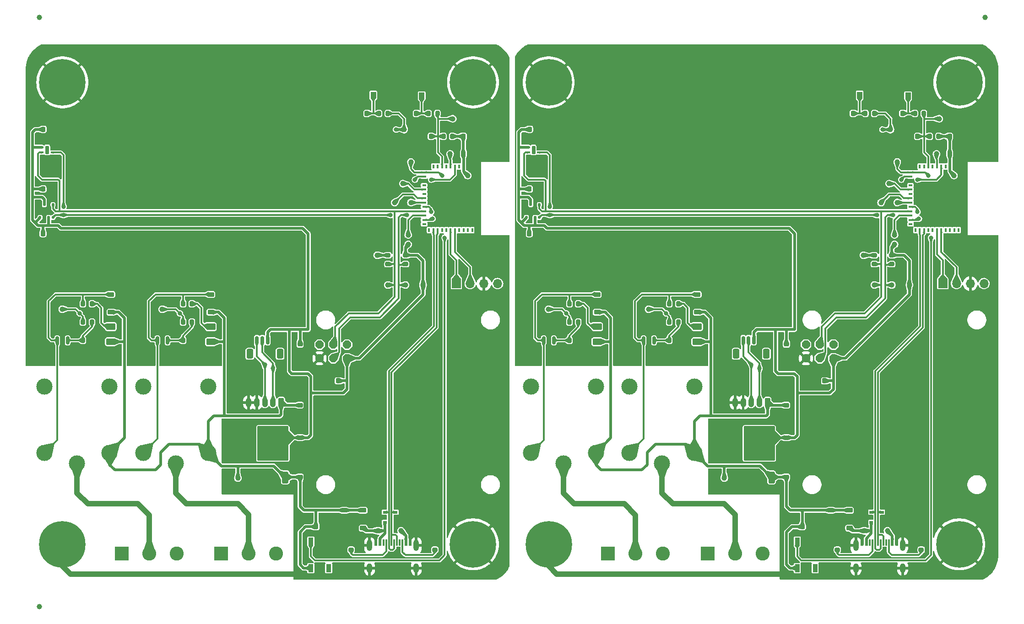
<source format=gbr>
%TF.GenerationSoftware,KiCad,Pcbnew,(7.0.0-0)*%
%TF.CreationDate,2023-03-25T06:16:28-04:00*%
%TF.ProjectId,KwartzLab-SensorBoard-Rev1-Panel,4b776172-747a-44c6-9162-2d53656e736f,1*%
%TF.SameCoordinates,Original*%
%TF.FileFunction,Copper,L1,Top*%
%TF.FilePolarity,Positive*%
%FSLAX46Y46*%
G04 Gerber Fmt 4.6, Leading zero omitted, Abs format (unit mm)*
G04 Created by KiCad (PCBNEW (7.0.0-0)) date 2023-03-25 06:16:28*
%MOMM*%
%LPD*%
G01*
G04 APERTURE LIST*
G04 Aperture macros list*
%AMRoundRect*
0 Rectangle with rounded corners*
0 $1 Rounding radius*
0 $2 $3 $4 $5 $6 $7 $8 $9 X,Y pos of 4 corners*
0 Add a 4 corners polygon primitive as box body*
4,1,4,$2,$3,$4,$5,$6,$7,$8,$9,$2,$3,0*
0 Add four circle primitives for the rounded corners*
1,1,$1+$1,$2,$3*
1,1,$1+$1,$4,$5*
1,1,$1+$1,$6,$7*
1,1,$1+$1,$8,$9*
0 Add four rect primitives between the rounded corners*
20,1,$1+$1,$2,$3,$4,$5,0*
20,1,$1+$1,$4,$5,$6,$7,0*
20,1,$1+$1,$6,$7,$8,$9,0*
20,1,$1+$1,$8,$9,$2,$3,0*%
%AMOutline5P*
0 Free polygon, 5 corners , with rotation*
0 The origin of the aperture is its center*
0 number of corners: always 5*
0 $1 to $10 corner X, Y*
0 $11 Rotation angle, in degrees counterclockwise*
0 create outline with 5 corners*
4,1,5,$1,$2,$3,$4,$5,$6,$7,$8,$9,$10,$1,$2,$11*%
%AMOutline6P*
0 Free polygon, 6 corners , with rotation*
0 The origin of the aperture is its center*
0 number of corners: always 6*
0 $1 to $12 corner X, Y*
0 $13 Rotation angle, in degrees counterclockwise*
0 create outline with 6 corners*
4,1,6,$1,$2,$3,$4,$5,$6,$7,$8,$9,$10,$11,$12,$1,$2,$13*%
%AMOutline7P*
0 Free polygon, 7 corners , with rotation*
0 The origin of the aperture is its center*
0 number of corners: always 7*
0 $1 to $14 corner X, Y*
0 $15 Rotation angle, in degrees counterclockwise*
0 create outline with 7 corners*
4,1,7,$1,$2,$3,$4,$5,$6,$7,$8,$9,$10,$11,$12,$13,$14,$1,$2,$15*%
%AMOutline8P*
0 Free polygon, 8 corners , with rotation*
0 The origin of the aperture is its center*
0 number of corners: always 8*
0 $1 to $16 corner X, Y*
0 $17 Rotation angle, in degrees counterclockwise*
0 create outline with 8 corners*
4,1,8,$1,$2,$3,$4,$5,$6,$7,$8,$9,$10,$11,$12,$13,$14,$15,$16,$1,$2,$17*%
%AMFreePoly0*
4,1,6,0.725000,-0.725000,-0.725000,-0.725000,-0.725000,0.125000,-0.125000,0.725000,0.725000,0.725000,0.725000,-0.725000,0.725000,-0.725000,$1*%
G04 Aperture macros list end*
%TA.AperFunction,SMDPad,CuDef*%
%ADD10RoundRect,0.250000X0.350000X-0.850000X0.350000X0.850000X-0.350000X0.850000X-0.350000X-0.850000X0*%
%TD*%
%TA.AperFunction,SMDPad,CuDef*%
%ADD11RoundRect,0.250000X1.125000X-1.275000X1.125000X1.275000X-1.125000X1.275000X-1.125000X-1.275000X0*%
%TD*%
%TA.AperFunction,SMDPad,CuDef*%
%ADD12RoundRect,0.249997X2.650003X-2.950003X2.650003X2.950003X-2.650003X2.950003X-2.650003X-2.950003X0*%
%TD*%
%TA.AperFunction,SMDPad,CuDef*%
%ADD13R,1.000000X1.250000*%
%TD*%
%TA.AperFunction,SMDPad,CuDef*%
%ADD14RoundRect,0.225000X-0.225000X-0.250000X0.225000X-0.250000X0.225000X0.250000X-0.225000X0.250000X0*%
%TD*%
%TA.AperFunction,ComponentPad*%
%ADD15C,0.900000*%
%TD*%
%TA.AperFunction,ComponentPad*%
%ADD16C,8.600000*%
%TD*%
%TA.AperFunction,SMDPad,CuDef*%
%ADD17RoundRect,0.200000X0.200000X0.275000X-0.200000X0.275000X-0.200000X-0.275000X0.200000X-0.275000X0*%
%TD*%
%TA.AperFunction,ComponentPad*%
%ADD18R,1.700000X1.700000*%
%TD*%
%TA.AperFunction,ComponentPad*%
%ADD19O,1.700000X1.700000*%
%TD*%
%TA.AperFunction,SMDPad,CuDef*%
%ADD20C,1.000000*%
%TD*%
%TA.AperFunction,SMDPad,CuDef*%
%ADD21RoundRect,0.150000X0.150000X-0.587500X0.150000X0.587500X-0.150000X0.587500X-0.150000X-0.587500X0*%
%TD*%
%TA.AperFunction,ComponentPad*%
%ADD22RoundRect,0.250000X0.265000X0.615000X-0.265000X0.615000X-0.265000X-0.615000X0.265000X-0.615000X0*%
%TD*%
%TA.AperFunction,ComponentPad*%
%ADD23O,1.030000X1.730000*%
%TD*%
%TA.AperFunction,SMDPad,CuDef*%
%ADD24RoundRect,0.225000X0.375000X-0.225000X0.375000X0.225000X-0.375000X0.225000X-0.375000X-0.225000X0*%
%TD*%
%TA.AperFunction,SMDPad,CuDef*%
%ADD25R,0.400000X0.800000*%
%TD*%
%TA.AperFunction,SMDPad,CuDef*%
%ADD26R,0.800000X0.400000*%
%TD*%
%TA.AperFunction,SMDPad,CuDef*%
%ADD27FreePoly0,270.000000*%
%TD*%
%TA.AperFunction,SMDPad,CuDef*%
%ADD28R,1.450000X1.450000*%
%TD*%
%TA.AperFunction,SMDPad,CuDef*%
%ADD29R,0.700000X0.700000*%
%TD*%
%TA.AperFunction,SMDPad,CuDef*%
%ADD30RoundRect,0.200000X-0.275000X0.200000X-0.275000X-0.200000X0.275000X-0.200000X0.275000X0.200000X0*%
%TD*%
%TA.AperFunction,ComponentPad*%
%ADD31C,3.000000*%
%TD*%
%TA.AperFunction,SMDPad,CuDef*%
%ADD32RoundRect,0.200000X-0.200000X-0.275000X0.200000X-0.275000X0.200000X0.275000X-0.200000X0.275000X0*%
%TD*%
%TA.AperFunction,SMDPad,CuDef*%
%ADD33RoundRect,0.225000X0.225000X0.250000X-0.225000X0.250000X-0.225000X-0.250000X0.225000X-0.250000X0*%
%TD*%
%TA.AperFunction,ComponentPad*%
%ADD34R,2.600000X2.600000*%
%TD*%
%TA.AperFunction,ComponentPad*%
%ADD35C,2.600000*%
%TD*%
%TA.AperFunction,SMDPad,CuDef*%
%ADD36RoundRect,0.225000X0.250000X-0.225000X0.250000X0.225000X-0.250000X0.225000X-0.250000X-0.225000X0*%
%TD*%
%TA.AperFunction,SMDPad,CuDef*%
%ADD37R,0.900000X1.500000*%
%TD*%
%TA.AperFunction,SMDPad,CuDef*%
%ADD38RoundRect,0.225000X-0.375000X0.225000X-0.375000X-0.225000X0.375000X-0.225000X0.375000X0.225000X0*%
%TD*%
%TA.AperFunction,SMDPad,CuDef*%
%ADD39RoundRect,0.150000X0.150000X0.625000X-0.150000X0.625000X-0.150000X-0.625000X0.150000X-0.625000X0*%
%TD*%
%TA.AperFunction,SMDPad,CuDef*%
%ADD40RoundRect,0.250000X0.350000X0.650000X-0.350000X0.650000X-0.350000X-0.650000X0.350000X-0.650000X0*%
%TD*%
%TA.AperFunction,ComponentPad*%
%ADD41Outline8P,-0.775000X0.321016X-0.321016X0.775000X0.321016X0.775000X0.775000X0.321016X0.775000X-0.321016X0.321016X-0.775000X-0.321016X-0.775000X-0.775000X-0.321016X180.000000*%
%TD*%
%TA.AperFunction,SMDPad,CuDef*%
%ADD42RoundRect,0.250000X-0.625000X0.375000X-0.625000X-0.375000X0.625000X-0.375000X0.625000X0.375000X0*%
%TD*%
%TA.AperFunction,SMDPad,CuDef*%
%ADD43RoundRect,0.125000X-0.125000X-0.137500X0.125000X-0.137500X0.125000X0.137500X-0.125000X0.137500X0*%
%TD*%
%TA.AperFunction,SMDPad,CuDef*%
%ADD44RoundRect,0.225000X-0.250000X0.225000X-0.250000X-0.225000X0.250000X-0.225000X0.250000X0.225000X0*%
%TD*%
%TA.AperFunction,SMDPad,CuDef*%
%ADD45R,0.600000X1.150000*%
%TD*%
%TA.AperFunction,SMDPad,CuDef*%
%ADD46R,0.300000X1.150000*%
%TD*%
%TA.AperFunction,ComponentPad*%
%ADD47O,1.000000X2.100000*%
%TD*%
%TA.AperFunction,ComponentPad*%
%ADD48O,1.000000X1.800000*%
%TD*%
%TA.AperFunction,SMDPad,CuDef*%
%ADD49RoundRect,0.087500X-0.187500X-0.087500X0.187500X-0.087500X0.187500X0.087500X-0.187500X0.087500X0*%
%TD*%
%TA.AperFunction,SMDPad,CuDef*%
%ADD50RoundRect,0.175000X-0.175000X-0.625000X0.175000X-0.625000X0.175000X0.625000X-0.175000X0.625000X0*%
%TD*%
%TA.AperFunction,SMDPad,CuDef*%
%ADD51R,0.700000X1.000000*%
%TD*%
%TA.AperFunction,SMDPad,CuDef*%
%ADD52R,0.700000X0.600000*%
%TD*%
%TA.AperFunction,ViaPad*%
%ADD53C,1.000000*%
%TD*%
%TA.AperFunction,ViaPad*%
%ADD54C,0.800000*%
%TD*%
%TA.AperFunction,Conductor*%
%ADD55C,0.500000*%
%TD*%
%TA.AperFunction,Conductor*%
%ADD56C,1.000000*%
%TD*%
%TA.AperFunction,Conductor*%
%ADD57C,0.300000*%
%TD*%
G04 APERTURE END LIST*
D10*
%TO.P,U2,1,GND*%
%TO.N,Board_0-GND*%
X93187806Y-107625000D03*
D11*
%TO.P,U2,2,VO*%
%TO.N,Board_0-+3V3*%
X93942806Y-103000000D03*
X96992806Y-103000000D03*
D12*
X95467806Y-101325000D03*
D11*
X93942806Y-99650000D03*
X96992806Y-99650000D03*
D10*
%TO.P,U2,3,VI*%
%TO.N,Board_0-+5V*%
X97747806Y-107625000D03*
%TD*%
%TO.P,U2,1,GND*%
%TO.N,Board_1-GND*%
X183144994Y-107625000D03*
D11*
%TO.P,U2,2,VO*%
%TO.N,Board_1-+3V3*%
X183899994Y-103000000D03*
X186949994Y-103000000D03*
D12*
X185424994Y-101325000D03*
D11*
X183899994Y-99650000D03*
X186949994Y-99650000D03*
D10*
%TO.P,U2,3,VI*%
%TO.N,Board_1-+5V*%
X187704994Y-107625000D03*
%TD*%
D13*
%TO.P,SW1,1,1*%
%TO.N,Board_0-GND*%
X114042805Y-29124999D03*
%TO.P,SW1,2,2*%
%TO.N,Board_0-Net-(C7-Pad2)*%
X114042805Y-36874999D03*
%TD*%
%TO.P,SW1,1,1*%
%TO.N,Board_1-GND*%
X203999993Y-29124999D03*
%TO.P,SW1,2,2*%
%TO.N,Board_1-Net-(C7-Pad2)*%
X203999993Y-36874999D03*
%TD*%
D14*
%TO.P,C7,1*%
%TO.N,Board_1-GND*%
X201249994Y-40250000D03*
%TO.P,C7,2*%
%TO.N,Board_1-Net-(C7-Pad2)*%
X202799994Y-40250000D03*
%TD*%
%TO.P,C7,1*%
%TO.N,Board_0-GND*%
X111292806Y-40250000D03*
%TO.P,C7,2*%
%TO.N,Board_0-Net-(C7-Pad2)*%
X112842806Y-40250000D03*
%TD*%
D15*
%TO.P,H3,1,1*%
%TO.N,Board_0-GND*%
X129249994Y-34500000D03*
X130194575Y-32219581D03*
X130194575Y-36780419D03*
X132474994Y-31275000D03*
D16*
X132474994Y-34500000D03*
D15*
X132474994Y-37725000D03*
X134755413Y-32219581D03*
X134755413Y-36780419D03*
X135699994Y-34500000D03*
%TD*%
%TO.P,H3,1,1*%
%TO.N,Board_1-GND*%
X219207182Y-34500000D03*
X220151763Y-32219581D03*
X220151763Y-36780419D03*
X222432182Y-31275000D03*
D16*
X222432182Y-34500000D03*
D15*
X222432182Y-37725000D03*
X224712601Y-32219581D03*
X224712601Y-36780419D03*
X225657182Y-34500000D03*
%TD*%
%TO.P,H1,1,1*%
%TO.N,Board_0-GND*%
X53292806Y-120000000D03*
X54237387Y-117719581D03*
X54237387Y-122280419D03*
X56517806Y-116775000D03*
D16*
X56517806Y-120000000D03*
D15*
X56517806Y-123225000D03*
X58798225Y-117719581D03*
X58798225Y-122280419D03*
X59742806Y-120000000D03*
%TD*%
%TO.P,H1,1,1*%
%TO.N,Board_1-GND*%
X143249994Y-120000000D03*
X144194575Y-117719581D03*
X144194575Y-122280419D03*
X146474994Y-116775000D03*
D16*
X146474994Y-120000000D03*
D15*
X146474994Y-123225000D03*
X148755413Y-117719581D03*
X148755413Y-122280419D03*
X149699994Y-120000000D03*
%TD*%
D17*
%TO.P,R13,1*%
%TO.N,Board_0-GND*%
X80492806Y-82250000D03*
%TO.P,R13,2*%
%TO.N,Board_0-/Output Relays/RELAY2_F_EN*%
X78842806Y-82250000D03*
%TD*%
%TO.P,R13,1*%
%TO.N,Board_1-GND*%
X170449994Y-82250000D03*
%TO.P,R13,2*%
%TO.N,Board_1-/Output Relays/RELAY2_F_EN*%
X168799994Y-82250000D03*
%TD*%
D18*
%TO.P,J1,1,Pin_1*%
%TO.N,Board_0-/RX*%
X129412805Y-71749999D03*
D19*
%TO.P,J1,2,Pin_2*%
%TO.N,Board_0-/TX*%
X131952805Y-71749999D03*
%TO.P,J1,3,Pin_3*%
%TO.N,Board_0-GND*%
X134492805Y-71749999D03*
%TO.P,J1,4,Pin_4*%
%TO.N,Board_0-+3V3*%
X137032805Y-71749999D03*
%TD*%
D18*
%TO.P,J1,1,Pin_1*%
%TO.N,Board_1-/RX*%
X219369993Y-71749999D03*
D19*
%TO.P,J1,2,Pin_2*%
%TO.N,Board_1-/TX*%
X221909993Y-71749999D03*
%TO.P,J1,3,Pin_3*%
%TO.N,Board_1-GND*%
X224449993Y-71749999D03*
%TO.P,J1,4,Pin_4*%
%TO.N,Board_1-+3V3*%
X226989993Y-71749999D03*
%TD*%
D20*
%TO.P,TP1,1,1*%
%TO.N,Board_0-STATUS*%
X120992806Y-49250000D03*
%TD*%
%TO.P,TP1,1,1*%
%TO.N,Board_1-STATUS*%
X210949994Y-49250000D03*
%TD*%
D15*
%TO.P,H4,1,1*%
%TO.N,Board_0-GND*%
X53292806Y-34500000D03*
X54237387Y-32219581D03*
X54237387Y-36780419D03*
X56517806Y-31275000D03*
D16*
X56517806Y-34500000D03*
D15*
X56517806Y-37725000D03*
X58798225Y-32219581D03*
X58798225Y-36780419D03*
X59742806Y-34500000D03*
%TD*%
%TO.P,H4,1,1*%
%TO.N,Board_1-GND*%
X143249994Y-34500000D03*
X144194575Y-32219581D03*
X144194575Y-36780419D03*
X146474994Y-31275000D03*
D16*
X146474994Y-34500000D03*
D15*
X146474994Y-37725000D03*
X148755413Y-32219581D03*
X148755413Y-36780419D03*
X149699994Y-34500000D03*
%TD*%
D21*
%TO.P,Q2,1,C*%
%TO.N,Board_0-/Output Relays/RELAY2_EN*%
X74092806Y-82250000D03*
%TO.P,Q2,2,B*%
%TO.N,Board_0-/Output Relays/RELAY2_F_EN*%
X75992806Y-82250000D03*
%TO.P,Q2,3,E*%
%TO.N,Board_0-GND*%
X75042806Y-80375000D03*
%TD*%
%TO.P,Q2,1,C*%
%TO.N,Board_1-/Output Relays/RELAY2_EN*%
X164049994Y-82250000D03*
%TO.P,Q2,2,B*%
%TO.N,Board_1-/Output Relays/RELAY2_F_EN*%
X165949994Y-82250000D03*
%TO.P,Q2,3,E*%
%TO.N,Board_1-GND*%
X164999994Y-80375000D03*
%TD*%
D22*
%TO.P,J3,1,Pin_1*%
%TO.N,Board_0-+5V*%
X96992806Y-93750000D03*
D23*
%TO.P,J3,2,Pin_2*%
%TO.N,Board_0-SDA*%
X95492805Y-93749999D03*
%TO.P,J3,3,Pin_3*%
%TO.N,Board_0-SCL*%
X93992805Y-93749999D03*
%TO.P,J3,4,Pin_4*%
%TO.N,Board_0-GND*%
X92492805Y-93749999D03*
%TO.P,J3,5,Pin_5*%
X90992805Y-93749999D03*
%TD*%
D22*
%TO.P,J3,1,Pin_1*%
%TO.N,Board_1-+5V*%
X186949994Y-93750000D03*
D23*
%TO.P,J3,2,Pin_2*%
%TO.N,Board_1-SDA*%
X185449993Y-93749999D03*
%TO.P,J3,3,Pin_3*%
%TO.N,Board_1-SCL*%
X183949993Y-93749999D03*
%TO.P,J3,4,Pin_4*%
%TO.N,Board_1-GND*%
X182449993Y-93749999D03*
%TO.P,J3,5,Pin_5*%
X180949993Y-93749999D03*
%TD*%
D24*
%TO.P,D6,1,K*%
%TO.N,Board_0-+5V*%
X65492806Y-77050000D03*
%TO.P,D6,2,A*%
%TO.N,Board_0-/Output Relays/RELAY1_EN*%
X65492806Y-73750000D03*
%TD*%
%TO.P,D6,1,K*%
%TO.N,Board_1-+5V*%
X155449994Y-77050000D03*
%TO.P,D6,2,A*%
%TO.N,Board_1-/Output Relays/RELAY1_EN*%
X155449994Y-73750000D03*
%TD*%
D25*
%TO.P,U1,1,GND*%
%TO.N,Board_1-GND*%
X222299993Y-50049999D03*
%TO.P,U1,2,GND*%
X221499993Y-50049999D03*
%TO.P,U1,3,3V3*%
%TO.N,Board_1-+3V3*%
X220699993Y-50049999D03*
%TO.P,U1,4,NC*%
%TO.N,Board_1-unconnected-(U1-NC-Pad4)*%
X219899993Y-50049999D03*
%TO.P,U1,5,GPIO2/ADC1_CH2*%
%TO.N,Board_1-RELAY2*%
X219099993Y-50049999D03*
%TO.P,U1,6,GPIO3/ADC1_CH3*%
%TO.N,Board_1-GPIO3*%
X218299993Y-50049999D03*
%TO.P,U1,7,NC*%
%TO.N,Board_1-unconnected-(U1-NC-Pad7)*%
X217499993Y-50049999D03*
%TO.P,U1,8,EN/CHIP_PU*%
%TO.N,Board_1-RESET*%
X216699993Y-50049999D03*
%TO.P,U1,9,NC*%
%TO.N,Board_1-unconnected-(U1-NC-Pad9)*%
X215899993Y-50049999D03*
%TO.P,U1,10,NC*%
%TO.N,Board_1-unconnected-(U1-NC-Pad10)*%
X215099993Y-50049999D03*
%TO.P,U1,11,GND*%
%TO.N,Board_1-GND*%
X214299993Y-50049999D03*
D26*
%TO.P,U1,12,GPIO0/ADC1_CH0/XTAL_32K_P*%
%TO.N,Board_1-STATUS*%
X213399993Y-51149999D03*
%TO.P,U1,13,GPIO1/ADC1_CH1/XTAL_32K_N*%
%TO.N,Board_1-RELAY1*%
X213399993Y-51949999D03*
%TO.P,U1,14,GND*%
%TO.N,Board_1-GND*%
X213399993Y-52749999D03*
%TO.P,U1,15,NC*%
%TO.N,Board_1-unconnected-(U1-NC-Pad15)*%
X213399993Y-53549999D03*
%TO.P,U1,16,GPIO10*%
%TO.N,Board_1-GPIO10*%
X213399993Y-54349999D03*
%TO.P,U1,17,NC*%
%TO.N,Board_1-unconnected-(U1-NC-Pad17)*%
X213399993Y-55149999D03*
%TO.P,U1,18,GPIO4/ADC1_CH4*%
%TO.N,Board_1-GPIO4*%
X213399993Y-55949999D03*
%TO.P,U1,19,GPIO5/ADC2_CH0*%
%TO.N,Board_1-GPIO5*%
X213399993Y-56749999D03*
%TO.P,U1,20,GPIO6*%
%TO.N,Board_1-SDA*%
X213399993Y-57549999D03*
%TO.P,U1,21,GPIO7*%
%TO.N,Board_1-SCL*%
X213399993Y-58349999D03*
%TO.P,U1,22,GPIO8*%
%TO.N,Board_1-GPIO8*%
X213399993Y-59149999D03*
%TO.P,U1,23,GPIO9*%
%TO.N,Board_1-BOOT*%
X213399993Y-59949999D03*
%TO.P,U1,24,NC*%
%TO.N,Board_1-unconnected-(U1-NC-Pad24)*%
X213399993Y-60749999D03*
D25*
%TO.P,U1,25,NC*%
%TO.N,Board_1-unconnected-(U1-NC-Pad25)*%
X214299993Y-61849999D03*
%TO.P,U1,26,GPIO18/USB_D-*%
%TO.N,Board_1-/USB_DN*%
X215099993Y-61849999D03*
%TO.P,U1,27,GPIO19/USB_D+*%
%TO.N,Board_1-/USB_DP*%
X215899993Y-61849999D03*
%TO.P,U1,28,NC*%
%TO.N,Board_1-unconnected-(U1-NC-Pad28)*%
X216699993Y-61849999D03*
%TO.P,U1,29,NC*%
%TO.N,Board_1-unconnected-(U1-NC-Pad29)*%
X217499993Y-61849999D03*
%TO.P,U1,30,GPIO20/U0RXD*%
%TO.N,Board_1-/RX*%
X218299993Y-61849999D03*
%TO.P,U1,31,GPIO21/U0TXD*%
%TO.N,Board_1-/TX*%
X219099993Y-61849999D03*
%TO.P,U1,32,NC*%
%TO.N,Board_1-unconnected-(U1-NC-Pad32)*%
X219899993Y-61849999D03*
%TO.P,U1,33,NC*%
%TO.N,Board_1-unconnected-(U1-NC-Pad33)*%
X220699993Y-61849999D03*
%TO.P,U1,34,NC*%
%TO.N,Board_1-unconnected-(U1-NC-Pad34)*%
X221499993Y-61849999D03*
%TO.P,U1,35,NC*%
%TO.N,Board_1-unconnected-(U1-NC-Pad35)*%
X222299993Y-61849999D03*
D26*
%TO.P,U1,36,GND*%
%TO.N,Board_1-GND*%
X223199993Y-60749999D03*
%TO.P,U1,37,GND*%
X223199993Y-59949999D03*
%TO.P,U1,38,GND*%
X223199993Y-59149999D03*
%TO.P,U1,39,GND*%
X223199993Y-58349999D03*
%TO.P,U1,40,GND*%
X223199993Y-57549999D03*
%TO.P,U1,41,GND*%
X223199993Y-56749999D03*
%TO.P,U1,42,GND*%
X223199993Y-55949999D03*
%TO.P,U1,43,GND*%
X223199993Y-55149999D03*
%TO.P,U1,44,GND*%
X223199993Y-54349999D03*
%TO.P,U1,45,GND*%
X223199993Y-53549999D03*
%TO.P,U1,46,GND*%
X223199993Y-52749999D03*
%TO.P,U1,47,GND*%
X223199993Y-51949999D03*
%TO.P,U1,48,GND*%
X223199993Y-51149999D03*
D27*
%TO.P,U1,49,GND*%
X220274994Y-53975000D03*
D28*
X218299993Y-53974999D03*
X216324993Y-53974999D03*
X220274993Y-55949999D03*
X218299993Y-55949999D03*
X216324993Y-55949999D03*
X220274993Y-57924999D03*
X218299993Y-57924999D03*
X216324993Y-57924999D03*
D29*
%TO.P,U1,50,GND*%
X223249993Y-61899999D03*
%TO.P,U1,51,GND*%
X213349993Y-61899999D03*
%TO.P,U1,52,GND*%
X213349993Y-49999999D03*
%TO.P,U1,53,GND*%
X223249993Y-49999999D03*
%TD*%
D25*
%TO.P,U1,1,GND*%
%TO.N,Board_0-GND*%
X132342805Y-50049999D03*
%TO.P,U1,2,GND*%
X131542805Y-50049999D03*
%TO.P,U1,3,3V3*%
%TO.N,Board_0-+3V3*%
X130742805Y-50049999D03*
%TO.P,U1,4,NC*%
%TO.N,Board_0-unconnected-(U1-NC-Pad4)*%
X129942805Y-50049999D03*
%TO.P,U1,5,GPIO2/ADC1_CH2*%
%TO.N,Board_0-RELAY2*%
X129142805Y-50049999D03*
%TO.P,U1,6,GPIO3/ADC1_CH3*%
%TO.N,Board_0-GPIO3*%
X128342805Y-50049999D03*
%TO.P,U1,7,NC*%
%TO.N,Board_0-unconnected-(U1-NC-Pad7)*%
X127542805Y-50049999D03*
%TO.P,U1,8,EN/CHIP_PU*%
%TO.N,Board_0-RESET*%
X126742805Y-50049999D03*
%TO.P,U1,9,NC*%
%TO.N,Board_0-unconnected-(U1-NC-Pad9)*%
X125942805Y-50049999D03*
%TO.P,U1,10,NC*%
%TO.N,Board_0-unconnected-(U1-NC-Pad10)*%
X125142805Y-50049999D03*
%TO.P,U1,11,GND*%
%TO.N,Board_0-GND*%
X124342805Y-50049999D03*
D26*
%TO.P,U1,12,GPIO0/ADC1_CH0/XTAL_32K_P*%
%TO.N,Board_0-STATUS*%
X123442805Y-51149999D03*
%TO.P,U1,13,GPIO1/ADC1_CH1/XTAL_32K_N*%
%TO.N,Board_0-RELAY1*%
X123442805Y-51949999D03*
%TO.P,U1,14,GND*%
%TO.N,Board_0-GND*%
X123442805Y-52749999D03*
%TO.P,U1,15,NC*%
%TO.N,Board_0-unconnected-(U1-NC-Pad15)*%
X123442805Y-53549999D03*
%TO.P,U1,16,GPIO10*%
%TO.N,Board_0-GPIO10*%
X123442805Y-54349999D03*
%TO.P,U1,17,NC*%
%TO.N,Board_0-unconnected-(U1-NC-Pad17)*%
X123442805Y-55149999D03*
%TO.P,U1,18,GPIO4/ADC1_CH4*%
%TO.N,Board_0-GPIO4*%
X123442805Y-55949999D03*
%TO.P,U1,19,GPIO5/ADC2_CH0*%
%TO.N,Board_0-GPIO5*%
X123442805Y-56749999D03*
%TO.P,U1,20,GPIO6*%
%TO.N,Board_0-SDA*%
X123442805Y-57549999D03*
%TO.P,U1,21,GPIO7*%
%TO.N,Board_0-SCL*%
X123442805Y-58349999D03*
%TO.P,U1,22,GPIO8*%
%TO.N,Board_0-GPIO8*%
X123442805Y-59149999D03*
%TO.P,U1,23,GPIO9*%
%TO.N,Board_0-BOOT*%
X123442805Y-59949999D03*
%TO.P,U1,24,NC*%
%TO.N,Board_0-unconnected-(U1-NC-Pad24)*%
X123442805Y-60749999D03*
D25*
%TO.P,U1,25,NC*%
%TO.N,Board_0-unconnected-(U1-NC-Pad25)*%
X124342805Y-61849999D03*
%TO.P,U1,26,GPIO18/USB_D-*%
%TO.N,Board_0-/USB_DN*%
X125142805Y-61849999D03*
%TO.P,U1,27,GPIO19/USB_D+*%
%TO.N,Board_0-/USB_DP*%
X125942805Y-61849999D03*
%TO.P,U1,28,NC*%
%TO.N,Board_0-unconnected-(U1-NC-Pad28)*%
X126742805Y-61849999D03*
%TO.P,U1,29,NC*%
%TO.N,Board_0-unconnected-(U1-NC-Pad29)*%
X127542805Y-61849999D03*
%TO.P,U1,30,GPIO20/U0RXD*%
%TO.N,Board_0-/RX*%
X128342805Y-61849999D03*
%TO.P,U1,31,GPIO21/U0TXD*%
%TO.N,Board_0-/TX*%
X129142805Y-61849999D03*
%TO.P,U1,32,NC*%
%TO.N,Board_0-unconnected-(U1-NC-Pad32)*%
X129942805Y-61849999D03*
%TO.P,U1,33,NC*%
%TO.N,Board_0-unconnected-(U1-NC-Pad33)*%
X130742805Y-61849999D03*
%TO.P,U1,34,NC*%
%TO.N,Board_0-unconnected-(U1-NC-Pad34)*%
X131542805Y-61849999D03*
%TO.P,U1,35,NC*%
%TO.N,Board_0-unconnected-(U1-NC-Pad35)*%
X132342805Y-61849999D03*
D26*
%TO.P,U1,36,GND*%
%TO.N,Board_0-GND*%
X133242805Y-60749999D03*
%TO.P,U1,37,GND*%
X133242805Y-59949999D03*
%TO.P,U1,38,GND*%
X133242805Y-59149999D03*
%TO.P,U1,39,GND*%
X133242805Y-58349999D03*
%TO.P,U1,40,GND*%
X133242805Y-57549999D03*
%TO.P,U1,41,GND*%
X133242805Y-56749999D03*
%TO.P,U1,42,GND*%
X133242805Y-55949999D03*
%TO.P,U1,43,GND*%
X133242805Y-55149999D03*
%TO.P,U1,44,GND*%
X133242805Y-54349999D03*
%TO.P,U1,45,GND*%
X133242805Y-53549999D03*
%TO.P,U1,46,GND*%
X133242805Y-52749999D03*
%TO.P,U1,47,GND*%
X133242805Y-51949999D03*
%TO.P,U1,48,GND*%
X133242805Y-51149999D03*
D27*
%TO.P,U1,49,GND*%
X130317806Y-53975000D03*
D28*
X128342805Y-53974999D03*
X126367805Y-53974999D03*
X130317805Y-55949999D03*
X128342805Y-55949999D03*
X126367805Y-55949999D03*
X130317805Y-57924999D03*
X128342805Y-57924999D03*
X126367805Y-57924999D03*
D29*
%TO.P,U1,50,GND*%
X133292805Y-61899999D03*
%TO.P,U1,51,GND*%
X123392805Y-61899999D03*
%TO.P,U1,52,GND*%
X123392805Y-49999999D03*
%TO.P,U1,53,GND*%
X133292805Y-49999999D03*
%TD*%
D30*
%TO.P,R4,1*%
%TO.N,Board_0-GND*%
X109922806Y-119350000D03*
%TO.P,R4,2*%
%TO.N,Board_0-/USB C Connector/USB_CC1*%
X109922806Y-121000000D03*
%TD*%
%TO.P,R4,1*%
%TO.N,Board_1-GND*%
X199879994Y-119350000D03*
%TO.P,R4,2*%
%TO.N,Board_1-/USB C Connector/USB_CC1*%
X199879994Y-121000000D03*
%TD*%
D31*
%TO.P,K2,11*%
%TO.N,Board_0-/Output Relays/RELAY2_COM*%
X77492806Y-105050000D03*
%TO.P,K2,12*%
%TO.N,Board_0-/Output Relays/RELAY2_NC*%
X71492806Y-90850000D03*
%TO.P,K2,14*%
%TO.N,Board_0-/Output Relays/RELAY2_NO*%
X83492806Y-90850000D03*
%TO.P,K2,A1*%
%TO.N,Board_0-+5V*%
X83492806Y-103050000D03*
%TO.P,K2,A2*%
%TO.N,Board_0-/Output Relays/RELAY2_EN*%
X71492806Y-103050000D03*
%TD*%
%TO.P,K2,11*%
%TO.N,Board_1-/Output Relays/RELAY2_COM*%
X167449994Y-105050000D03*
%TO.P,K2,12*%
%TO.N,Board_1-/Output Relays/RELAY2_NC*%
X161449994Y-90850000D03*
%TO.P,K2,14*%
%TO.N,Board_1-/Output Relays/RELAY2_NO*%
X173449994Y-90850000D03*
%TO.P,K2,A1*%
%TO.N,Board_1-+5V*%
X173449994Y-103050000D03*
%TO.P,K2,A2*%
%TO.N,Board_1-/Output Relays/RELAY2_EN*%
X161449994Y-103050000D03*
%TD*%
D14*
%TO.P,C2,1*%
%TO.N,Board_1-+3V3*%
X220649994Y-47750000D03*
%TO.P,C2,2*%
%TO.N,Board_1-GND*%
X222199994Y-47750000D03*
%TD*%
%TO.P,C2,1*%
%TO.N,Board_0-+3V3*%
X130692806Y-47750000D03*
%TO.P,C2,2*%
%TO.N,Board_0-GND*%
X132242806Y-47750000D03*
%TD*%
D32*
%TO.P,R8,1*%
%TO.N,Board_0-RELAY1*%
X60342806Y-78875000D03*
%TO.P,R8,2*%
%TO.N,Board_0-/Output Relays/RELAY1_F_EN*%
X61992806Y-78875000D03*
%TD*%
%TO.P,R8,1*%
%TO.N,Board_1-RELAY1*%
X150299994Y-78875000D03*
%TO.P,R8,2*%
%TO.N,Board_1-/Output Relays/RELAY1_F_EN*%
X151949994Y-78875000D03*
%TD*%
D15*
%TO.P,H2,1,1*%
%TO.N,Board_1-GND*%
X219194575Y-120000000D03*
X220139156Y-117719581D03*
X220139156Y-122280419D03*
X222419575Y-116775000D03*
D16*
X222419575Y-120000000D03*
D15*
X222419575Y-123225000D03*
X224699994Y-117719581D03*
X224699994Y-122280419D03*
X225644575Y-120000000D03*
%TD*%
%TO.P,H2,1,1*%
%TO.N,Board_0-GND*%
X129237387Y-120000000D03*
X130181968Y-117719581D03*
X130181968Y-122280419D03*
X132462387Y-116775000D03*
D16*
X132462387Y-120000000D03*
D15*
X132462387Y-123225000D03*
X134742806Y-117719581D03*
X134742806Y-122280419D03*
X135687387Y-120000000D03*
%TD*%
D33*
%TO.P,C14,1*%
%TO.N,Board_0-+3V3*%
X107542806Y-89750000D03*
%TO.P,C14,2*%
%TO.N,Board_0-GND*%
X105992806Y-89750000D03*
%TD*%
%TO.P,C14,1*%
%TO.N,Board_1-+3V3*%
X197499994Y-89750000D03*
%TO.P,C14,2*%
%TO.N,Board_1-GND*%
X195949994Y-89750000D03*
%TD*%
D30*
%TO.P,R1,1*%
%TO.N,Board_0-+3V3*%
X119992806Y-66500000D03*
%TO.P,R1,2*%
%TO.N,Board_0-SDA*%
X119992806Y-68150000D03*
%TD*%
%TO.P,R1,1*%
%TO.N,Board_1-+3V3*%
X209949994Y-66500000D03*
%TO.P,R1,2*%
%TO.N,Board_1-SDA*%
X209949994Y-68150000D03*
%TD*%
D14*
%TO.P,C10,1*%
%TO.N,Board_0-+3V3*%
X52992806Y-43187500D03*
%TO.P,C10,2*%
%TO.N,Board_0-GND*%
X54542806Y-43187500D03*
%TD*%
%TO.P,C10,1*%
%TO.N,Board_1-+3V3*%
X142949994Y-43187500D03*
%TO.P,C10,2*%
%TO.N,Board_1-GND*%
X144499994Y-43187500D03*
%TD*%
D34*
%TO.P,J6,1,Pin_1*%
%TO.N,Board_0-/Output Relays/RELAY2_NC*%
X85907805Y-121749999D03*
D35*
%TO.P,J6,2,Pin_2*%
%TO.N,Board_0-/Output Relays/RELAY2_COM*%
X90987806Y-121750000D03*
%TO.P,J6,3,Pin_3*%
%TO.N,Board_0-/Output Relays/RELAY2_NO*%
X96067806Y-121750000D03*
%TD*%
D34*
%TO.P,J6,1,Pin_1*%
%TO.N,Board_1-/Output Relays/RELAY2_NC*%
X175864993Y-121749999D03*
D35*
%TO.P,J6,2,Pin_2*%
%TO.N,Board_1-/Output Relays/RELAY2_COM*%
X180944994Y-121750000D03*
%TO.P,J6,3,Pin_3*%
%TO.N,Board_1-/Output Relays/RELAY2_NO*%
X186024994Y-121750000D03*
%TD*%
D20*
%TO.P,TP10,1,1*%
%TO.N,Board_0-+5V*%
X88992806Y-107750000D03*
%TD*%
%TO.P,TP10,1,1*%
%TO.N,Board_1-+5V*%
X178949994Y-107750000D03*
%TD*%
D36*
%TO.P,C15,1*%
%TO.N,Board_0-GND*%
X100492806Y-84500000D03*
%TO.P,C15,2*%
%TO.N,Board_0-+3V3*%
X100492806Y-82950000D03*
%TD*%
%TO.P,C15,1*%
%TO.N,Board_1-GND*%
X190449994Y-84500000D03*
%TO.P,C15,2*%
%TO.N,Board_1-+3V3*%
X190449994Y-82950000D03*
%TD*%
D37*
%TO.P,D3,1,VDD*%
%TO.N,Board_0-+5V*%
X102492805Y-124399999D03*
%TO.P,D3,2,DOUT*%
%TO.N,Board_0-/Status LED/D_OUT*%
X105792805Y-124399999D03*
%TO.P,D3,3,VSS*%
%TO.N,Board_0-GND*%
X105792805Y-119499999D03*
%TO.P,D3,4,DIN*%
%TO.N,Board_0-STATUS*%
X102492805Y-119499999D03*
%TD*%
%TO.P,D3,1,VDD*%
%TO.N,Board_1-+5V*%
X192449993Y-124399999D03*
%TO.P,D3,2,DOUT*%
%TO.N,Board_1-/Status LED/D_OUT*%
X195749993Y-124399999D03*
%TO.P,D3,3,VSS*%
%TO.N,Board_1-GND*%
X195749993Y-119499999D03*
%TO.P,D3,4,DIN*%
%TO.N,Board_1-STATUS*%
X192449993Y-119499999D03*
%TD*%
D36*
%TO.P,C13,1*%
%TO.N,Board_0-+5V*%
X100492806Y-94250000D03*
%TO.P,C13,2*%
%TO.N,Board_0-GND*%
X100492806Y-92700000D03*
%TD*%
%TO.P,C13,1*%
%TO.N,Board_1-+5V*%
X190449994Y-94250000D03*
%TO.P,C13,2*%
%TO.N,Board_1-GND*%
X190449994Y-92700000D03*
%TD*%
D30*
%TO.P,R5,1*%
%TO.N,Board_1-GND*%
X215379994Y-119350000D03*
%TO.P,R5,2*%
%TO.N,Board_1-/USB C Connector/USB_CC2*%
X215379994Y-121000000D03*
%TD*%
%TO.P,R5,1*%
%TO.N,Board_0-GND*%
X125422806Y-119350000D03*
%TO.P,R5,2*%
%TO.N,Board_0-/USB C Connector/USB_CC2*%
X125422806Y-121000000D03*
%TD*%
D20*
%TO.P,TP9,1,1*%
%TO.N,Board_0-SDA*%
X119992806Y-72000000D03*
%TD*%
%TO.P,TP9,1,1*%
%TO.N,Board_1-SDA*%
X209949994Y-72000000D03*
%TD*%
D13*
%TO.P,SW2,1,1*%
%TO.N,Board_0-GND*%
X122992805Y-29249999D03*
%TO.P,SW2,2,2*%
%TO.N,Board_0-Net-(C8-Pad2)*%
X122992805Y-36999999D03*
%TD*%
%TO.P,SW2,1,1*%
%TO.N,Board_1-GND*%
X212949993Y-29249999D03*
%TO.P,SW2,2,2*%
%TO.N,Board_1-Net-(C8-Pad2)*%
X212949993Y-36999999D03*
%TD*%
D36*
%TO.P,C5,1*%
%TO.N,Board_0-+3V3*%
X100492806Y-100250000D03*
%TO.P,C5,2*%
%TO.N,Board_0-GND*%
X100492806Y-98700000D03*
%TD*%
%TO.P,C5,1*%
%TO.N,Board_1-+3V3*%
X190449994Y-100250000D03*
%TO.P,C5,2*%
%TO.N,Board_1-GND*%
X190449994Y-98700000D03*
%TD*%
D20*
%TO.P,TP4,1,1*%
%TO.N,Board_0-GND*%
X113492806Y-72000000D03*
%TD*%
%TO.P,TP4,1,1*%
%TO.N,Board_1-GND*%
X203449994Y-72000000D03*
%TD*%
D32*
%TO.P,R7,1*%
%TO.N,Board_0-Net-(C8-Pad2)*%
X124242806Y-40250000D03*
%TO.P,R7,2*%
%TO.N,Board_0-RESET*%
X125892806Y-40250000D03*
%TD*%
%TO.P,R7,1*%
%TO.N,Board_1-Net-(C8-Pad2)*%
X214199994Y-40250000D03*
%TO.P,R7,2*%
%TO.N,Board_1-RESET*%
X215849994Y-40250000D03*
%TD*%
D38*
%TO.P,D2,1,K*%
%TO.N,Board_0-+5V*%
X112172806Y-113700000D03*
%TO.P,D2,2,A*%
%TO.N,Board_0-VBUS*%
X112172806Y-117000000D03*
%TD*%
%TO.P,D2,1,K*%
%TO.N,Board_1-+5V*%
X202129994Y-113700000D03*
%TO.P,D2,2,A*%
%TO.N,Board_1-VBUS*%
X202129994Y-117000000D03*
%TD*%
D20*
%TO.P,TP3,1,1*%
%TO.N,Board_0-RELAY2*%
X74992806Y-76500000D03*
%TD*%
%TO.P,TP3,1,1*%
%TO.N,Board_1-RELAY2*%
X164949994Y-76500000D03*
%TD*%
D14*
%TO.P,C1,1*%
%TO.N,Board_0-GND*%
X123192806Y-44500000D03*
%TO.P,C1,2*%
%TO.N,Board_0-RESET*%
X124742806Y-44500000D03*
%TD*%
%TO.P,C1,1*%
%TO.N,Board_1-GND*%
X213149994Y-44500000D03*
%TO.P,C1,2*%
%TO.N,Board_1-RESET*%
X214699994Y-44500000D03*
%TD*%
D39*
%TO.P,J7,1,Pin_1*%
%TO.N,Board_0-GND*%
X95492806Y-82225000D03*
%TO.P,J7,2,Pin_2*%
%TO.N,Board_0-+3V3*%
X94492806Y-82225000D03*
%TO.P,J7,3,Pin_3*%
%TO.N,Board_0-SDA*%
X93492806Y-82225000D03*
%TO.P,J7,4,Pin_4*%
%TO.N,Board_0-SCL*%
X92492806Y-82225000D03*
D40*
%TO.P,J7,MP*%
%TO.N,N/C*%
X96792806Y-84750000D03*
X91192806Y-84750000D03*
%TD*%
D39*
%TO.P,J7,1,Pin_1*%
%TO.N,Board_1-GND*%
X185449994Y-82225000D03*
%TO.P,J7,2,Pin_2*%
%TO.N,Board_1-+3V3*%
X184449994Y-82225000D03*
%TO.P,J7,3,Pin_3*%
%TO.N,Board_1-SDA*%
X183449994Y-82225000D03*
%TO.P,J7,4,Pin_4*%
%TO.N,Board_1-SCL*%
X182449994Y-82225000D03*
D40*
%TO.P,J7,MP*%
%TO.N,N/C*%
X186749994Y-84750000D03*
X181149994Y-84750000D03*
%TD*%
D20*
%TO.P,REF\u002A\u002A,*%
%TO.N,*%
X52242806Y-22500000D03*
%TD*%
D14*
%TO.P,C8,1*%
%TO.N,Board_1-GND*%
X210399994Y-40250000D03*
%TO.P,C8,2*%
%TO.N,Board_1-Net-(C8-Pad2)*%
X211949994Y-40250000D03*
%TD*%
%TO.P,C8,1*%
%TO.N,Board_0-GND*%
X120442806Y-40250000D03*
%TO.P,C8,2*%
%TO.N,Board_0-Net-(C8-Pad2)*%
X121992806Y-40250000D03*
%TD*%
D20*
%TO.P,TP13,1,1*%
%TO.N,Board_1-BOOT*%
X209699994Y-43250000D03*
%TD*%
%TO.P,TP13,1,1*%
%TO.N,Board_0-BOOT*%
X119742806Y-43250000D03*
%TD*%
%TO.P,TP6,1,1*%
%TO.N,Board_1-GPIO3*%
X218199994Y-47750000D03*
%TD*%
%TO.P,TP6,1,1*%
%TO.N,Board_0-GPIO3*%
X128242806Y-47750000D03*
%TD*%
D34*
%TO.P,J5,1,Pin_1*%
%TO.N,Board_1-/Output Relays/RELAY1_NC*%
X157449993Y-121749999D03*
D35*
%TO.P,J5,2,Pin_2*%
%TO.N,Board_1-/Output Relays/RELAY1_COM*%
X162529994Y-121750000D03*
%TO.P,J5,3,Pin_3*%
%TO.N,Board_1-/Output Relays/RELAY1_NO*%
X167609994Y-121750000D03*
%TD*%
D34*
%TO.P,J5,1,Pin_1*%
%TO.N,Board_0-/Output Relays/RELAY1_NC*%
X67492805Y-121749999D03*
D35*
%TO.P,J5,2,Pin_2*%
%TO.N,Board_0-/Output Relays/RELAY1_COM*%
X72572806Y-121750000D03*
%TO.P,J5,3,Pin_3*%
%TO.N,Board_0-/Output Relays/RELAY1_NO*%
X77652806Y-121750000D03*
%TD*%
D41*
%TO.P,J4,1,Pin_1*%
%TO.N,Board_1-unconnected-(J4-Pin_1-Pad1)*%
X199132921Y-83034143D03*
%TO.P,J4,2,Pin_2*%
%TO.N,Board_1-+3V3*%
X199132921Y-85574143D03*
%TO.P,J4,3,Pin_3*%
%TO.N,Board_1-SCL*%
X196592921Y-83034143D03*
%TO.P,J4,4,Pin_4*%
%TO.N,Board_1-SDA*%
X196592921Y-85574143D03*
%TO.P,J4,5,Pin_5*%
%TO.N,Board_1-unconnected-(J4-Pin_5-Pad5)*%
X194052921Y-83034143D03*
%TO.P,J4,6,Pin_6*%
%TO.N,Board_1-GND*%
X194052921Y-85574143D03*
%TD*%
%TO.P,J4,1,Pin_1*%
%TO.N,Board_0-unconnected-(J4-Pin_1-Pad1)*%
X109175733Y-83034143D03*
%TO.P,J4,2,Pin_2*%
%TO.N,Board_0-+3V3*%
X109175733Y-85574143D03*
%TO.P,J4,3,Pin_3*%
%TO.N,Board_0-SCL*%
X106635733Y-83034143D03*
%TO.P,J4,4,Pin_4*%
%TO.N,Board_0-SDA*%
X106635733Y-85574143D03*
%TO.P,J4,5,Pin_5*%
%TO.N,Board_0-unconnected-(J4-Pin_5-Pad5)*%
X104095733Y-83034143D03*
%TO.P,J4,6,Pin_6*%
%TO.N,Board_0-GND*%
X104095733Y-85574143D03*
%TD*%
D17*
%TO.P,R10,1*%
%TO.N,Board_1-/Output Relays/RELAY1_STATUS_LED*%
X151949994Y-75500000D03*
%TO.P,R10,2*%
%TO.N,Board_1-/Output Relays/RELAY1_EN*%
X150299994Y-75500000D03*
%TD*%
%TO.P,R10,1*%
%TO.N,Board_0-/Output Relays/RELAY1_STATUS_LED*%
X61992806Y-75500000D03*
%TO.P,R10,2*%
%TO.N,Board_0-/Output Relays/RELAY1_EN*%
X60342806Y-75500000D03*
%TD*%
%TO.P,R12,1*%
%TO.N,Board_1-/Output Relays/RELAY2_STATUS_LED*%
X170449994Y-75500000D03*
%TO.P,R12,2*%
%TO.N,Board_1-/Output Relays/RELAY2_EN*%
X168799994Y-75500000D03*
%TD*%
%TO.P,R12,1*%
%TO.N,Board_0-/Output Relays/RELAY2_STATUS_LED*%
X80492806Y-75500000D03*
%TO.P,R12,2*%
%TO.N,Board_0-/Output Relays/RELAY2_EN*%
X78842806Y-75500000D03*
%TD*%
D20*
%TO.P,REF\u002A\u002A,*%
%TO.N,*%
X227157194Y-22500000D03*
%TD*%
D24*
%TO.P,D7,1,K*%
%TO.N,Board_1-+5V*%
X173949994Y-77050000D03*
%TO.P,D7,2,A*%
%TO.N,Board_1-/Output Relays/RELAY2_EN*%
X173949994Y-73750000D03*
%TD*%
%TO.P,D7,1,K*%
%TO.N,Board_0-+5V*%
X83992806Y-77050000D03*
%TO.P,D7,2,A*%
%TO.N,Board_0-/Output Relays/RELAY2_EN*%
X83992806Y-73750000D03*
%TD*%
D42*
%TO.P,D4,1,K*%
%TO.N,Board_1-/Output Relays/RELAY1_STATUS_LED*%
X155449994Y-79700000D03*
%TO.P,D4,2,A*%
%TO.N,Board_1-+5V*%
X155449994Y-82500000D03*
%TD*%
%TO.P,D4,1,K*%
%TO.N,Board_0-/Output Relays/RELAY1_STATUS_LED*%
X65492806Y-79700000D03*
%TO.P,D4,2,A*%
%TO.N,Board_0-+5V*%
X65492806Y-82500000D03*
%TD*%
D20*
%TO.P,REF\u002A\u002A,*%
%TO.N,*%
X52242806Y-131500000D03*
%TD*%
%TO.P,TP11,1,1*%
%TO.N,Board_1-SCL*%
X206699994Y-72000000D03*
%TD*%
%TO.P,TP11,1,1*%
%TO.N,Board_0-SCL*%
X116742806Y-72000000D03*
%TD*%
%TO.P,TP14,1,1*%
%TO.N,Board_1-GPIO10*%
X209449994Y-53250000D03*
%TD*%
%TO.P,TP14,1,1*%
%TO.N,Board_0-GPIO10*%
X119492806Y-53250000D03*
%TD*%
D14*
%TO.P,C3,1*%
%TO.N,Board_1-+3V3*%
X220649994Y-44500000D03*
%TO.P,C3,2*%
%TO.N,Board_1-GND*%
X222199994Y-44500000D03*
%TD*%
%TO.P,C3,1*%
%TO.N,Board_0-+3V3*%
X130692806Y-44500000D03*
%TO.P,C3,2*%
%TO.N,Board_0-GND*%
X132242806Y-44500000D03*
%TD*%
D43*
%TO.P,U4,1,GND*%
%TO.N,Board_1-GND*%
X142349994Y-57125000D03*
%TO.P,U4,2,CSB*%
%TO.N,Board_1-+3V3*%
X143149994Y-57125000D03*
%TO.P,U4,3,SDI*%
%TO.N,Board_1-GND*%
X143949994Y-57125000D03*
%TO.P,U4,4,SCK*%
%TO.N,Board_1-SCL*%
X144749994Y-57125000D03*
%TO.P,U4,5,SDO*%
%TO.N,Board_1-SDA*%
X144749994Y-59500000D03*
%TO.P,U4,6,VDDIO*%
%TO.N,Board_1-+3V3*%
X143949994Y-59500000D03*
%TO.P,U4,7,GND*%
%TO.N,Board_1-GND*%
X143149994Y-59500000D03*
%TO.P,U4,8,VDD*%
%TO.N,Board_1-+3V3*%
X142349994Y-59500000D03*
%TD*%
%TO.P,U4,1,GND*%
%TO.N,Board_0-GND*%
X52392806Y-57125000D03*
%TO.P,U4,2,CSB*%
%TO.N,Board_0-+3V3*%
X53192806Y-57125000D03*
%TO.P,U4,3,SDI*%
%TO.N,Board_0-GND*%
X53992806Y-57125000D03*
%TO.P,U4,4,SCK*%
%TO.N,Board_0-SCL*%
X54792806Y-57125000D03*
%TO.P,U4,5,SDO*%
%TO.N,Board_0-SDA*%
X54792806Y-59500000D03*
%TO.P,U4,6,VDDIO*%
%TO.N,Board_0-+3V3*%
X53992806Y-59500000D03*
%TO.P,U4,7,GND*%
%TO.N,Board_0-GND*%
X53192806Y-59500000D03*
%TO.P,U4,8,VDD*%
%TO.N,Board_0-+3V3*%
X52392806Y-59500000D03*
%TD*%
D20*
%TO.P,TP8,1,1*%
%TO.N,Board_1-GPIO5*%
X210949994Y-56750000D03*
%TD*%
%TO.P,TP8,1,1*%
%TO.N,Board_0-GPIO5*%
X120992806Y-56750000D03*
%TD*%
%TO.P,TP5,1,1*%
%TO.N,Board_1-+3V3*%
X213199994Y-72000000D03*
%TD*%
%TO.P,TP5,1,1*%
%TO.N,Board_0-+3V3*%
X123242806Y-72000000D03*
%TD*%
%TO.P,TP12,1,1*%
%TO.N,Board_1-GPIO8*%
X210449994Y-62750000D03*
%TD*%
%TO.P,TP12,1,1*%
%TO.N,Board_0-GPIO8*%
X120492806Y-62750000D03*
%TD*%
D44*
%TO.P,C6,1*%
%TO.N,Board_1-+5V*%
X198629994Y-113700000D03*
%TO.P,C6,2*%
%TO.N,Board_1-GND*%
X198629994Y-115250000D03*
%TD*%
%TO.P,C6,1*%
%TO.N,Board_0-+5V*%
X108672806Y-113700000D03*
%TO.P,C6,2*%
%TO.N,Board_0-GND*%
X108672806Y-115250000D03*
%TD*%
D45*
%TO.P,J2,A1,GND*%
%TO.N,Board_1-GND*%
X204429993Y-119644999D03*
%TO.P,J2,A4,VBUS*%
%TO.N,Board_1-VBUS*%
X205229993Y-119644999D03*
D46*
%TO.P,J2,A5,CC1*%
%TO.N,Board_1-/USB C Connector/USB_CC1*%
X206379993Y-119644999D03*
%TO.P,J2,A6,D+*%
%TO.N,Board_1-/USB_DP*%
X207379993Y-119644999D03*
%TO.P,J2,A7,D-*%
%TO.N,Board_1-/USB_DN*%
X207879993Y-119644999D03*
%TO.P,J2,A8,SBU1*%
%TO.N,Board_1-unconnected-(J2-SBU1-PadA8)*%
X208879993Y-119644999D03*
D45*
%TO.P,J2,A9,VBUS*%
%TO.N,Board_1-VBUS*%
X210029993Y-119644999D03*
%TO.P,J2,A12,GND*%
%TO.N,Board_1-GND*%
X210829993Y-119644999D03*
%TO.P,J2,B1,GND*%
X210829993Y-119644999D03*
%TO.P,J2,B4,VBUS*%
%TO.N,Board_1-VBUS*%
X210029993Y-119644999D03*
D46*
%TO.P,J2,B5,CC2*%
%TO.N,Board_1-/USB C Connector/USB_CC2*%
X209379993Y-119644999D03*
%TO.P,J2,B6,D+*%
%TO.N,Board_1-/USB_DP*%
X208379993Y-119644999D03*
%TO.P,J2,B7,D-*%
%TO.N,Board_1-/USB_DN*%
X206879993Y-119644999D03*
%TO.P,J2,B8,SBU2*%
%TO.N,Board_1-unconnected-(J2-SBU2-PadB8)*%
X205879993Y-119644999D03*
D45*
%TO.P,J2,B9,VBUS*%
%TO.N,Board_1-VBUS*%
X205229993Y-119644999D03*
%TO.P,J2,B12,GND*%
%TO.N,Board_1-GND*%
X204429993Y-119644999D03*
D47*
%TO.P,J2,S1,SHIELD*%
X203309993Y-120219999D03*
D48*
X203309993Y-124399999D03*
D47*
X211949993Y-120219999D03*
D48*
X211949993Y-124399999D03*
%TD*%
D45*
%TO.P,J2,A1,GND*%
%TO.N,Board_0-GND*%
X114472805Y-119644999D03*
%TO.P,J2,A4,VBUS*%
%TO.N,Board_0-VBUS*%
X115272805Y-119644999D03*
D46*
%TO.P,J2,A5,CC1*%
%TO.N,Board_0-/USB C Connector/USB_CC1*%
X116422805Y-119644999D03*
%TO.P,J2,A6,D+*%
%TO.N,Board_0-/USB_DP*%
X117422805Y-119644999D03*
%TO.P,J2,A7,D-*%
%TO.N,Board_0-/USB_DN*%
X117922805Y-119644999D03*
%TO.P,J2,A8,SBU1*%
%TO.N,Board_0-unconnected-(J2-SBU1-PadA8)*%
X118922805Y-119644999D03*
D45*
%TO.P,J2,A9,VBUS*%
%TO.N,Board_0-VBUS*%
X120072805Y-119644999D03*
%TO.P,J2,A12,GND*%
%TO.N,Board_0-GND*%
X120872805Y-119644999D03*
%TO.P,J2,B1,GND*%
X120872805Y-119644999D03*
%TO.P,J2,B4,VBUS*%
%TO.N,Board_0-VBUS*%
X120072805Y-119644999D03*
D46*
%TO.P,J2,B5,CC2*%
%TO.N,Board_0-/USB C Connector/USB_CC2*%
X119422805Y-119644999D03*
%TO.P,J2,B6,D+*%
%TO.N,Board_0-/USB_DP*%
X118422805Y-119644999D03*
%TO.P,J2,B7,D-*%
%TO.N,Board_0-/USB_DN*%
X116922805Y-119644999D03*
%TO.P,J2,B8,SBU2*%
%TO.N,Board_0-unconnected-(J2-SBU2-PadB8)*%
X115922805Y-119644999D03*
D45*
%TO.P,J2,B9,VBUS*%
%TO.N,Board_0-VBUS*%
X115272805Y-119644999D03*
%TO.P,J2,B12,GND*%
%TO.N,Board_0-GND*%
X114472805Y-119644999D03*
D47*
%TO.P,J2,S1,SHIELD*%
X113352805Y-120219999D03*
D48*
X113352805Y-124399999D03*
D47*
X121992805Y-120219999D03*
D48*
X121992805Y-124399999D03*
%TD*%
D17*
%TO.P,R11,1*%
%TO.N,Board_1-GND*%
X151949994Y-82250000D03*
%TO.P,R11,2*%
%TO.N,Board_1-/Output Relays/RELAY1_F_EN*%
X150299994Y-82250000D03*
%TD*%
%TO.P,R11,1*%
%TO.N,Board_0-GND*%
X61992806Y-82250000D03*
%TO.P,R11,2*%
%TO.N,Board_0-/Output Relays/RELAY1_F_EN*%
X60342806Y-82250000D03*
%TD*%
D21*
%TO.P,Q1,1,C*%
%TO.N,Board_1-/Output Relays/RELAY1_EN*%
X145549994Y-82250000D03*
%TO.P,Q1,2,B*%
%TO.N,Board_1-/Output Relays/RELAY1_F_EN*%
X147449994Y-82250000D03*
%TO.P,Q1,3,E*%
%TO.N,Board_1-GND*%
X146499994Y-80375000D03*
%TD*%
%TO.P,Q1,1,C*%
%TO.N,Board_0-/Output Relays/RELAY1_EN*%
X55592806Y-82250000D03*
%TO.P,Q1,2,B*%
%TO.N,Board_0-/Output Relays/RELAY1_F_EN*%
X57492806Y-82250000D03*
%TO.P,Q1,3,E*%
%TO.N,Board_0-GND*%
X56542806Y-80375000D03*
%TD*%
D30*
%TO.P,R2,1*%
%TO.N,Board_1-+3V3*%
X206699994Y-66500000D03*
%TO.P,R2,2*%
%TO.N,Board_1-SCL*%
X206699994Y-68150000D03*
%TD*%
%TO.P,R2,1*%
%TO.N,Board_0-+3V3*%
X116742806Y-66500000D03*
%TO.P,R2,2*%
%TO.N,Board_0-SCL*%
X116742806Y-68150000D03*
%TD*%
D49*
%TO.P,U3,1,VDD*%
%TO.N,Board_1-+3V3*%
X142749994Y-46500000D03*
%TO.P,U3,2,SCL*%
%TO.N,Board_1-SCL*%
X142749994Y-47500000D03*
%TO.P,U3,3,SDA*%
%TO.N,Board_1-SDA*%
X144599994Y-47500000D03*
%TO.P,U3,4,VSS*%
%TO.N,Board_1-GND*%
X144599994Y-46500000D03*
D50*
%TO.P,U3,5,NC*%
%TO.N,Board_1-unconnected-(U3-NC-Pad5)*%
X143674994Y-47000000D03*
%TD*%
D49*
%TO.P,U3,1,VDD*%
%TO.N,Board_0-+3V3*%
X52792806Y-46500000D03*
%TO.P,U3,2,SCL*%
%TO.N,Board_0-SCL*%
X52792806Y-47500000D03*
%TO.P,U3,3,SDA*%
%TO.N,Board_0-SDA*%
X54642806Y-47500000D03*
%TO.P,U3,4,VSS*%
%TO.N,Board_0-GND*%
X54642806Y-46500000D03*
D50*
%TO.P,U3,5,NC*%
%TO.N,Board_0-unconnected-(U3-NC-Pad5)*%
X53717806Y-47000000D03*
%TD*%
D32*
%TO.P,R9,1*%
%TO.N,Board_1-RELAY2*%
X168799994Y-78875000D03*
%TO.P,R9,2*%
%TO.N,Board_1-/Output Relays/RELAY2_F_EN*%
X170449994Y-78875000D03*
%TD*%
%TO.P,R9,1*%
%TO.N,Board_0-RELAY2*%
X78842806Y-78875000D03*
%TO.P,R9,2*%
%TO.N,Board_0-/Output Relays/RELAY2_F_EN*%
X80492806Y-78875000D03*
%TD*%
D20*
%TO.P,TP15,1,1*%
%TO.N,Board_1-RESET*%
X218699994Y-41250000D03*
%TD*%
%TO.P,TP15,1,1*%
%TO.N,Board_0-RESET*%
X128742806Y-41250000D03*
%TD*%
D42*
%TO.P,D5,1,K*%
%TO.N,Board_0-/Output Relays/RELAY2_STATUS_LED*%
X83992806Y-79700000D03*
%TO.P,D5,2,A*%
%TO.N,Board_0-+5V*%
X83992806Y-82500000D03*
%TD*%
%TO.P,D5,1,K*%
%TO.N,Board_1-/Output Relays/RELAY2_STATUS_LED*%
X173949994Y-79700000D03*
%TO.P,D5,2,A*%
%TO.N,Board_1-+5V*%
X173949994Y-82500000D03*
%TD*%
D51*
%TO.P,D1,1,VN*%
%TO.N,Board_1-GND*%
X208129993Y-115749999D03*
D52*
%TO.P,D1,2,L1*%
%TO.N,Board_1-/USB_DP*%
X208129993Y-114049999D03*
%TO.P,D1,3,L2*%
%TO.N,Board_1-/USB_DN*%
X206129993Y-114049999D03*
%TO.P,D1,4,L3*%
%TO.N,Board_1-VBUS*%
X206129993Y-115949999D03*
%TD*%
D51*
%TO.P,D1,1,VN*%
%TO.N,Board_0-GND*%
X118172805Y-115749999D03*
D52*
%TO.P,D1,2,L1*%
%TO.N,Board_0-/USB_DP*%
X118172805Y-114049999D03*
%TO.P,D1,3,L2*%
%TO.N,Board_0-/USB_DN*%
X116172805Y-114049999D03*
%TO.P,D1,4,L3*%
%TO.N,Board_0-VBUS*%
X116172805Y-115949999D03*
%TD*%
D36*
%TO.P,C4,1*%
%TO.N,Board_1-+5V*%
X190449994Y-107550000D03*
%TO.P,C4,2*%
%TO.N,Board_1-GND*%
X190449994Y-106000000D03*
%TD*%
%TO.P,C4,1*%
%TO.N,Board_0-+5V*%
X100492806Y-107550000D03*
%TO.P,C4,2*%
%TO.N,Board_0-GND*%
X100492806Y-106000000D03*
%TD*%
D32*
%TO.P,R6,1*%
%TO.N,Board_1-Net-(C7-Pad2)*%
X205049994Y-40250000D03*
%TO.P,R6,2*%
%TO.N,Board_1-BOOT*%
X206699994Y-40250000D03*
%TD*%
%TO.P,R6,1*%
%TO.N,Board_0-Net-(C7-Pad2)*%
X115092806Y-40250000D03*
%TO.P,R6,2*%
%TO.N,Board_0-BOOT*%
X116742806Y-40250000D03*
%TD*%
D31*
%TO.P,K1,11*%
%TO.N,Board_1-/Output Relays/RELAY1_COM*%
X149199994Y-105050000D03*
%TO.P,K1,12*%
%TO.N,Board_1-/Output Relays/RELAY1_NC*%
X143199994Y-90850000D03*
%TO.P,K1,14*%
%TO.N,Board_1-/Output Relays/RELAY1_NO*%
X155199994Y-90850000D03*
%TO.P,K1,A1*%
%TO.N,Board_1-+5V*%
X155199994Y-103050000D03*
%TO.P,K1,A2*%
%TO.N,Board_1-/Output Relays/RELAY1_EN*%
X143199994Y-103050000D03*
%TD*%
%TO.P,K1,11*%
%TO.N,Board_0-/Output Relays/RELAY1_COM*%
X59242806Y-105050000D03*
%TO.P,K1,12*%
%TO.N,Board_0-/Output Relays/RELAY1_NC*%
X53242806Y-90850000D03*
%TO.P,K1,14*%
%TO.N,Board_0-/Output Relays/RELAY1_NO*%
X65242806Y-90850000D03*
%TO.P,K1,A1*%
%TO.N,Board_0-+5V*%
X65242806Y-103050000D03*
%TO.P,K1,A2*%
%TO.N,Board_0-/Output Relays/RELAY1_EN*%
X53242806Y-103050000D03*
%TD*%
D14*
%TO.P,C11,1*%
%TO.N,Board_1-+3V3*%
X142899994Y-54250000D03*
%TO.P,C11,2*%
%TO.N,Board_1-GND*%
X144449994Y-54250000D03*
%TD*%
%TO.P,C11,1*%
%TO.N,Board_0-+3V3*%
X52942806Y-54250000D03*
%TO.P,C11,2*%
%TO.N,Board_0-GND*%
X54492806Y-54250000D03*
%TD*%
%TO.P,C9,1*%
%TO.N,Board_1-+5V*%
X193399994Y-116750000D03*
%TO.P,C9,2*%
%TO.N,Board_1-GND*%
X194949994Y-116750000D03*
%TD*%
%TO.P,C9,1*%
%TO.N,Board_0-+5V*%
X103442806Y-116750000D03*
%TO.P,C9,2*%
%TO.N,Board_0-GND*%
X104992806Y-116750000D03*
%TD*%
D20*
%TO.P,TP7,1,1*%
%TO.N,Board_1-GPIO4*%
X207949994Y-56750000D03*
%TD*%
%TO.P,TP7,1,1*%
%TO.N,Board_0-GPIO4*%
X117992806Y-56750000D03*
%TD*%
%TO.P,TP2,1,1*%
%TO.N,Board_1-RELAY1*%
X146449994Y-76500000D03*
%TD*%
%TO.P,TP2,1,1*%
%TO.N,Board_0-RELAY1*%
X56492806Y-76500000D03*
%TD*%
D17*
%TO.P,R3,1*%
%TO.N,Board_1-+3V3*%
X218599994Y-44500000D03*
%TO.P,R3,2*%
%TO.N,Board_1-RESET*%
X216949994Y-44500000D03*
%TD*%
%TO.P,R3,1*%
%TO.N,Board_0-+3V3*%
X128642806Y-44500000D03*
%TO.P,R3,2*%
%TO.N,Board_0-RESET*%
X126992806Y-44500000D03*
%TD*%
D14*
%TO.P,C12,1*%
%TO.N,Board_0-+3V3*%
X52942806Y-62500000D03*
%TO.P,C12,2*%
%TO.N,Board_0-GND*%
X54492806Y-62500000D03*
%TD*%
%TO.P,C12,1*%
%TO.N,Board_1-+3V3*%
X142899994Y-62500000D03*
%TO.P,C12,2*%
%TO.N,Board_1-GND*%
X144449994Y-62500000D03*
%TD*%
D53*
%TO.N,Board_0-+3V3*%
X114742806Y-66500000D03*
X131492806Y-51750000D03*
X120492806Y-64500000D03*
D54*
%TO.N,Board_0-BOOT*%
X118242806Y-43250000D03*
X124992806Y-59750000D03*
%TO.N,Board_0-GND*%
X55492806Y-49250000D03*
X130092806Y-59650000D03*
X128942806Y-59650000D03*
X54242806Y-51000000D03*
X127742806Y-59650000D03*
X130492806Y-52500000D03*
X53492806Y-58250000D03*
X53242806Y-49250000D03*
X124642806Y-55250000D03*
X125842806Y-60650000D03*
X124642806Y-54050000D03*
X129492806Y-52500000D03*
X54992806Y-55750000D03*
X124642806Y-56500000D03*
%TO.N,Board_0-RELAY1*%
X59742806Y-77250000D03*
X121742806Y-52500000D03*
%TO.N,Board_0-RELAY2*%
X78242806Y-77250000D03*
X124742806Y-52500000D03*
%TO.N,Board_0-SCL*%
X93992806Y-86750000D03*
%TO.N,Board_0-SDA*%
X56742806Y-57500000D03*
X56742806Y-59049500D03*
X124742806Y-58500000D03*
X120242806Y-59049500D03*
X95492806Y-87449500D03*
X117242806Y-59049500D03*
%TO.N,Board_0-STATUS*%
X126742806Y-51750000D03*
X127242806Y-63250000D03*
D53*
%TO.N,Board_0-VBUS*%
X114922806Y-117500000D03*
X119172806Y-117500000D03*
%TO.N,Board_1-+3V3*%
X204699994Y-66500000D03*
X221449994Y-51750000D03*
X210449994Y-64500000D03*
D54*
%TO.N,Board_1-BOOT*%
X208199994Y-43250000D03*
X214949994Y-59750000D03*
%TO.N,Board_1-GND*%
X145449994Y-49250000D03*
X220049994Y-59650000D03*
X218899994Y-59650000D03*
X144199994Y-51000000D03*
X217699994Y-59650000D03*
X220449994Y-52500000D03*
X143449994Y-58250000D03*
X143199994Y-49250000D03*
X214599994Y-55250000D03*
X215799994Y-60650000D03*
X214599994Y-54050000D03*
X219449994Y-52500000D03*
X144949994Y-55750000D03*
X214599994Y-56500000D03*
%TO.N,Board_1-RELAY1*%
X149699994Y-77250000D03*
X211699994Y-52500000D03*
%TO.N,Board_1-RELAY2*%
X168199994Y-77250000D03*
X214699994Y-52500000D03*
%TO.N,Board_1-SCL*%
X183949994Y-86750000D03*
%TO.N,Board_1-SDA*%
X146699994Y-57500000D03*
X146699994Y-59049500D03*
X214699994Y-58500000D03*
X210199994Y-59049500D03*
X185449994Y-87449500D03*
X207199994Y-59049500D03*
%TO.N,Board_1-STATUS*%
X216699994Y-51750000D03*
X217199994Y-63250000D03*
D53*
%TO.N,Board_1-VBUS*%
X204879994Y-117500000D03*
X209129994Y-117500000D03*
%TD*%
D55*
%TO.N,Board_0-+3V3*%
X120492806Y-64500000D02*
X119992806Y-65000000D01*
X52742806Y-55750000D02*
X50992806Y-55750000D01*
X128642806Y-44500000D02*
X130692806Y-44500000D01*
X50992806Y-43750000D02*
X51492806Y-43250000D01*
X130692806Y-47750000D02*
X130692806Y-44500000D01*
X122242806Y-66500000D02*
X119992806Y-66500000D01*
X53992806Y-61000000D02*
X52992806Y-61000000D01*
X108492806Y-92000000D02*
X102492806Y-92000000D01*
X101992806Y-100250000D02*
X102492806Y-99750000D01*
X53192806Y-57125000D02*
X53192806Y-56200000D01*
X52930306Y-43250000D02*
X52992806Y-43187500D01*
X50992806Y-60000000D02*
X50992806Y-55750000D01*
X94992806Y-80250000D02*
X98492806Y-80250000D01*
X107542806Y-89750000D02*
X109175734Y-89750000D01*
X111418662Y-85574144D02*
X123242806Y-73750000D01*
X53192806Y-56200000D02*
X52742806Y-55750000D01*
X52942806Y-54250000D02*
X50992806Y-54250000D01*
X50992806Y-54250000D02*
X50992806Y-46500000D01*
X55742806Y-61000000D02*
X53992806Y-61000000D01*
X52942806Y-61050000D02*
X52992806Y-61000000D01*
X119992806Y-65000000D02*
X119992806Y-66500000D01*
X94492806Y-82225000D02*
X94492806Y-80750000D01*
X123242806Y-67500000D02*
X122242806Y-66500000D01*
X109175734Y-85574144D02*
X111418662Y-85574144D01*
X100992806Y-61500000D02*
X56242806Y-61500000D01*
X109175734Y-89750000D02*
X109175734Y-91317072D01*
X98492806Y-87950000D02*
X98942806Y-88400000D01*
X123242806Y-73750000D02*
X123242806Y-72000000D01*
X51992806Y-61000000D02*
X52992806Y-61000000D01*
X130742806Y-50050000D02*
X130742806Y-47800000D01*
X109175734Y-91317072D02*
X108492806Y-92000000D01*
X96992806Y-99650000D02*
X97592806Y-100250000D01*
X94492806Y-80750000D02*
X94992806Y-80250000D01*
X50992806Y-55750000D02*
X50992806Y-54250000D01*
X123242806Y-72000000D02*
X123242806Y-67500000D01*
X51492806Y-43250000D02*
X52930306Y-43250000D01*
X98492806Y-80250000D02*
X98492806Y-87950000D01*
X102492806Y-88950000D02*
X102492806Y-92000000D01*
X102492806Y-99750000D02*
X102492806Y-92000000D01*
X52942806Y-62500000D02*
X52942806Y-61050000D01*
X116742806Y-66500000D02*
X114742806Y-66500000D01*
X130742806Y-47800000D02*
X130692806Y-47750000D01*
X130742806Y-50050000D02*
X130742806Y-51000000D01*
X100492806Y-100250000D02*
X101992806Y-100250000D01*
X97592806Y-100250000D02*
X100492806Y-100250000D01*
X100492806Y-80250000D02*
X101992806Y-80250000D01*
X101992806Y-80250000D02*
X101992806Y-62500000D01*
X51492806Y-60500000D02*
X50992806Y-60000000D01*
X51992806Y-61000000D02*
X51492806Y-60500000D01*
X98942806Y-88400000D02*
X101942806Y-88400000D01*
X101942806Y-88400000D02*
X102492806Y-88950000D01*
X52792806Y-46500000D02*
X50992806Y-46500000D01*
X101992806Y-62500000D02*
X100992806Y-61500000D01*
X109175734Y-85574144D02*
X109175734Y-89750000D01*
X130742806Y-51000000D02*
X131492806Y-51750000D01*
X100492806Y-82950000D02*
X100492806Y-80250000D01*
X51492806Y-60500000D02*
X52392806Y-59600000D01*
X50992806Y-46500000D02*
X50992806Y-43750000D01*
X56242806Y-61500000D02*
X55742806Y-61000000D01*
X53992806Y-59500000D02*
X53992806Y-61000000D01*
X52392806Y-59600000D02*
X52392806Y-59500000D01*
X98492806Y-80250000D02*
X100492806Y-80250000D01*
%TO.N,Board_0-+5V*%
X84492806Y-96250000D02*
X83492806Y-97250000D01*
X83992806Y-82500000D02*
X86492806Y-82500000D01*
X85442806Y-77050000D02*
X85492806Y-77100000D01*
X73742806Y-106250000D02*
X66242806Y-106250000D01*
X88992806Y-105500000D02*
X85942806Y-105500000D01*
X74742806Y-105250000D02*
X73742806Y-106250000D01*
X67992806Y-82500000D02*
X65492806Y-82500000D01*
X103442806Y-113900000D02*
X103242806Y-113700000D01*
X66242806Y-106250000D02*
X65242806Y-105250000D01*
X65242806Y-105250000D02*
X65242806Y-103050000D01*
X97492806Y-94250000D02*
X100492806Y-94250000D01*
X66942806Y-77050000D02*
X67992806Y-78100000D01*
X96992806Y-93750000D02*
X96992806Y-96000000D01*
X95622806Y-105500000D02*
X88992806Y-105500000D01*
X65492806Y-77050000D02*
X66942806Y-77050000D01*
X103242806Y-113700000D02*
X101192806Y-113700000D01*
X96992806Y-93750000D02*
X97492806Y-94250000D01*
X76242806Y-101500000D02*
X74742806Y-103000000D01*
X97822806Y-107550000D02*
X97747806Y-107625000D01*
X101492806Y-116750000D02*
X100492806Y-117750000D01*
X88992806Y-107750000D02*
X88992806Y-105500000D01*
X100492806Y-113000000D02*
X100492806Y-107550000D01*
X83492806Y-97250000D02*
X83492806Y-103050000D01*
X108672806Y-113700000D02*
X103242806Y-113700000D01*
X86492806Y-78100000D02*
X86492806Y-96250000D01*
X85492806Y-77100000D02*
X86492806Y-78100000D01*
X96992806Y-96000000D02*
X96742806Y-96250000D01*
X67992806Y-82500000D02*
X67992806Y-100300000D01*
X100492806Y-123750000D02*
X101142806Y-124400000D01*
X101192806Y-113700000D02*
X100492806Y-113000000D01*
X83492806Y-103050000D02*
X81942806Y-101500000D01*
X67992806Y-78100000D02*
X67992806Y-82500000D01*
X67992806Y-100300000D02*
X65242806Y-103050000D01*
X83992806Y-77050000D02*
X85442806Y-77050000D01*
X84492806Y-96250000D02*
X96742806Y-96250000D01*
X100492806Y-107550000D02*
X97822806Y-107550000D01*
X74742806Y-103000000D02*
X74742806Y-105250000D01*
X101142806Y-124400000D02*
X102492806Y-124400000D01*
X100492806Y-117750000D02*
X100492806Y-123750000D01*
X81942806Y-101500000D02*
X76242806Y-101500000D01*
X85942806Y-105500000D02*
X83492806Y-103050000D01*
X112172806Y-113700000D02*
X108672806Y-113700000D01*
X103442806Y-116750000D02*
X103442806Y-113900000D01*
X97747806Y-107625000D02*
X95622806Y-105500000D01*
X103442806Y-116750000D02*
X101492806Y-116750000D01*
D56*
%TO.N,Board_0-/Output Relays/RELAY1_COM*%
X61242806Y-112500000D02*
X70492806Y-112500000D01*
X59242806Y-105050000D02*
X59242806Y-110500000D01*
X72572806Y-114580000D02*
X72572806Y-121750000D01*
X70492806Y-112500000D02*
X72572806Y-114580000D01*
X59242806Y-110500000D02*
X61242806Y-112500000D01*
D57*
%TO.N,Board_0-/Output Relays/RELAY1_EN*%
X65492806Y-73750000D02*
X55242806Y-73750000D01*
X54492806Y-82250000D02*
X55592806Y-82250000D01*
X53992806Y-75000000D02*
X53992806Y-81750000D01*
X55592806Y-82250000D02*
X55592806Y-100700000D01*
X55242806Y-73750000D02*
X53992806Y-75000000D01*
X53992806Y-81750000D02*
X54492806Y-82250000D01*
X60342806Y-73750000D02*
X60342806Y-75500000D01*
X55592806Y-100700000D02*
X53242806Y-103050000D01*
%TO.N,Board_0-/Output Relays/RELAY1_F_EN*%
X60342806Y-81400000D02*
X61992806Y-79750000D01*
X57492806Y-82250000D02*
X60342806Y-82250000D01*
X60342806Y-82250000D02*
X60342806Y-81400000D01*
X61992806Y-79750000D02*
X61992806Y-78875000D01*
%TO.N,Board_0-/Output Relays/RELAY1_STATUS_LED*%
X65492806Y-79700000D02*
X64442806Y-79700000D01*
X63742806Y-76250000D02*
X62992806Y-75500000D01*
X62992806Y-75500000D02*
X61992806Y-75500000D01*
X64442806Y-79700000D02*
X63742806Y-79000000D01*
X63742806Y-79000000D02*
X63742806Y-76250000D01*
D56*
%TO.N,Board_0-/Output Relays/RELAY2_COM*%
X77492806Y-105050000D02*
X77492806Y-110500000D01*
X88992806Y-112500000D02*
X90987806Y-114495000D01*
X77492806Y-110500000D02*
X79492806Y-112500000D01*
X90987806Y-114495000D02*
X90987806Y-121750000D01*
X79492806Y-112500000D02*
X88992806Y-112500000D01*
D57*
%TO.N,Board_0-/Output Relays/RELAY2_EN*%
X72992806Y-82250000D02*
X74092806Y-82250000D01*
X83992806Y-73750000D02*
X73742806Y-73750000D01*
X78842806Y-73750000D02*
X78842806Y-75500000D01*
X74092806Y-100450000D02*
X74092806Y-82250000D01*
X72492806Y-81750000D02*
X72992806Y-82250000D01*
X72492806Y-75000000D02*
X72492806Y-81750000D01*
X73742806Y-73750000D02*
X72492806Y-75000000D01*
X71492806Y-103050000D02*
X74092806Y-100450000D01*
%TO.N,Board_0-/Output Relays/RELAY2_F_EN*%
X78842806Y-81400000D02*
X80492806Y-79750000D01*
X78842806Y-82250000D02*
X78842806Y-81400000D01*
X75992806Y-82250000D02*
X78842806Y-82250000D01*
X80492806Y-79750000D02*
X80492806Y-78875000D01*
%TO.N,Board_0-/Output Relays/RELAY2_STATUS_LED*%
X82942806Y-79700000D02*
X82242806Y-79000000D01*
X83992806Y-79700000D02*
X82942806Y-79700000D01*
X82242806Y-79000000D02*
X82242806Y-76250000D01*
X81492806Y-75500000D02*
X80492806Y-75500000D01*
X82242806Y-76250000D02*
X81492806Y-75500000D01*
%TO.N,Board_0-/RX*%
X128342806Y-66350000D02*
X129412806Y-67420000D01*
X129412806Y-67420000D02*
X129412806Y-71750000D01*
X128342806Y-61850000D02*
X128342806Y-66350000D01*
%TO.N,Board_0-/TX*%
X129142806Y-61850000D02*
X129142806Y-65900000D01*
X129142806Y-65900000D02*
X131952806Y-68710000D01*
X131952806Y-68710000D02*
X131952806Y-71750000D01*
%TO.N,Board_0-/USB C Connector/USB_CC1*%
X116422806Y-121320000D02*
X115742806Y-122000000D01*
X116422806Y-119645000D02*
X116422806Y-121320000D01*
X115742806Y-122000000D02*
X110242806Y-122000000D01*
X110242806Y-122000000D02*
X109922806Y-121680000D01*
X109922806Y-121680000D02*
X109922806Y-121000000D01*
%TO.N,Board_0-/USB C Connector/USB_CC2*%
X124992806Y-122000000D02*
X125422806Y-121570000D01*
X119422806Y-121430000D02*
X119992806Y-122000000D01*
X119422806Y-119645000D02*
X119422806Y-121430000D01*
X125422806Y-121570000D02*
X125422806Y-121000000D01*
X119992806Y-122000000D02*
X124992806Y-122000000D01*
%TO.N,Board_0-/USB_DN*%
X116922806Y-119645000D02*
X116922806Y-114000000D01*
X116922806Y-87966446D02*
X125242806Y-79646446D01*
X117172806Y-121000000D02*
X117672806Y-121000000D01*
X117922806Y-120750000D02*
X117922806Y-119645000D01*
X116872806Y-114050000D02*
X116922806Y-114000000D01*
X116922806Y-119645000D02*
X116922806Y-120750000D01*
X116172806Y-114050000D02*
X116872806Y-114050000D01*
X116922806Y-120750000D02*
X117172806Y-121000000D01*
X125142806Y-62650000D02*
X125142806Y-61850000D01*
X117672806Y-121000000D02*
X117922806Y-120750000D01*
X125242806Y-62750000D02*
X125142806Y-62650000D01*
X125242806Y-79646446D02*
X125242806Y-62750000D01*
X116922806Y-114000000D02*
X116922806Y-87966446D01*
%TO.N,Board_0-/USB_DP*%
X117472806Y-114050000D02*
X117422806Y-114000000D01*
X117422806Y-119645000D02*
X117422806Y-114000000D01*
X118422806Y-119645000D02*
X118422806Y-118500000D01*
X118172806Y-114050000D02*
X117472806Y-114050000D01*
X118172806Y-118250000D02*
X117422806Y-118250000D01*
X117422806Y-114000000D02*
X117422806Y-88173554D01*
X118422806Y-118500000D02*
X118172806Y-118250000D01*
X125742806Y-62750000D02*
X125942806Y-62550000D01*
X125942806Y-62550000D02*
X125942806Y-61850000D01*
X117422806Y-88173554D02*
X125742806Y-79853554D01*
X125742806Y-79853554D02*
X125742806Y-62750000D01*
%TO.N,Board_0-BOOT*%
X119742806Y-43250000D02*
X118242806Y-43250000D01*
X119742806Y-43250000D02*
X119742806Y-41250000D01*
X123442806Y-59950000D02*
X124792806Y-59950000D01*
X118742806Y-40250000D02*
X116742806Y-40250000D01*
X124792806Y-59950000D02*
X124992806Y-59750000D01*
X119742806Y-41250000D02*
X118742806Y-40250000D01*
D56*
%TO.N,Board_0-GND*%
X56517806Y-124025000D02*
X57992806Y-125500000D01*
X56517806Y-120000000D02*
X56517806Y-124025000D01*
D55*
X56517806Y-120000000D02*
X56517806Y-123025000D01*
D56*
X57992806Y-125500000D02*
X99992806Y-125500000D01*
D57*
%TO.N,Board_0-GPIO10*%
X121592806Y-54350000D02*
X123442806Y-54350000D01*
X120492806Y-53250000D02*
X121592806Y-54350000D01*
X119492806Y-53250000D02*
X120492806Y-53250000D01*
%TO.N,Board_0-GPIO3*%
X128242806Y-47750000D02*
X128242806Y-48750000D01*
X128242806Y-48750000D02*
X128342806Y-48850000D01*
X128342806Y-48850000D02*
X128342806Y-50050000D01*
%TO.N,Board_0-GPIO4*%
X119492806Y-55250000D02*
X117992806Y-56750000D01*
X123442806Y-55950000D02*
X122192806Y-55950000D01*
X121492806Y-55250000D02*
X119492806Y-55250000D01*
X122192806Y-55950000D02*
X121492806Y-55250000D01*
%TO.N,Board_0-GPIO5*%
X120992806Y-56750000D02*
X123442806Y-56750000D01*
%TO.N,Board_0-GPIO8*%
X121342806Y-59150000D02*
X120492806Y-60000000D01*
X120492806Y-60000000D02*
X120492806Y-62750000D01*
X123442806Y-59150000D02*
X121342806Y-59150000D01*
%TO.N,Board_0-Net-(C7-Pad2)*%
X114042806Y-36875000D02*
X114042806Y-40250000D01*
X114042806Y-40250000D02*
X115092806Y-40250000D01*
X114042806Y-40250000D02*
X112842806Y-40250000D01*
%TO.N,Board_0-Net-(C8-Pad2)*%
X122992806Y-40250000D02*
X124242806Y-40250000D01*
X122992806Y-37000000D02*
X122992806Y-40250000D01*
X122992806Y-40250000D02*
X121992806Y-40250000D01*
%TO.N,Board_0-RELAY1*%
X122292806Y-51950000D02*
X123442806Y-51950000D01*
X121742806Y-52500000D02*
X122292806Y-51950000D01*
X60342806Y-77850000D02*
X60342806Y-78875000D01*
X58992806Y-76500000D02*
X60342806Y-77850000D01*
X56492806Y-76500000D02*
X58992806Y-76500000D01*
%TO.N,Board_0-RELAY2*%
X129142806Y-51600000D02*
X129142806Y-50050000D01*
X124742806Y-52500000D02*
X128242806Y-52500000D01*
X77492806Y-76500000D02*
X78842806Y-77850000D01*
X128242806Y-52500000D02*
X129142806Y-51600000D01*
X78842806Y-77850000D02*
X78842806Y-78875000D01*
X74992806Y-76500000D02*
X77492806Y-76500000D01*
%TO.N,Board_0-RESET*%
X125992806Y-47500000D02*
X125992806Y-44500000D01*
X126742806Y-50050000D02*
X126742806Y-48250000D01*
X125992806Y-44500000D02*
X126992806Y-44500000D01*
X125992806Y-41250000D02*
X125992806Y-44500000D01*
X128742806Y-41250000D02*
X125992806Y-41250000D01*
X125992806Y-40350000D02*
X125992806Y-41250000D01*
X125892806Y-40250000D02*
X125992806Y-40350000D01*
X124742806Y-44500000D02*
X125992806Y-44500000D01*
X126742806Y-48250000D02*
X125992806Y-47500000D01*
%TO.N,Board_0-SCL*%
X109492806Y-77250000D02*
X114992806Y-77250000D01*
X55992806Y-52750000D02*
X55992806Y-58350000D01*
X93992806Y-86750000D02*
X92492806Y-85250000D01*
X123442806Y-58350000D02*
X119652856Y-58350000D01*
X51992806Y-47750000D02*
X51992806Y-51750000D01*
X117992806Y-72000000D02*
X117992806Y-68250000D01*
X116742806Y-68150000D02*
X117892806Y-68150000D01*
X55242806Y-58350000D02*
X54792806Y-57900000D01*
X119652856Y-58350000D02*
X117992806Y-58350000D01*
X106635734Y-83034144D02*
X106992806Y-82677072D01*
X106992806Y-82677072D02*
X106992806Y-79750000D01*
X106992806Y-79750000D02*
X109492806Y-77250000D01*
X52742806Y-52500000D02*
X55742806Y-52500000D01*
X52242806Y-47500000D02*
X51992806Y-47750000D01*
X116742806Y-72000000D02*
X117992806Y-72000000D01*
X117992806Y-58350000D02*
X117992806Y-68250000D01*
X51992806Y-51750000D02*
X52742806Y-52500000D01*
X114992806Y-77250000D02*
X117992806Y-74250000D01*
X92492806Y-85250000D02*
X92492806Y-82225000D01*
X54792806Y-57900000D02*
X54792806Y-57125000D01*
X55742806Y-52500000D02*
X55992806Y-52750000D01*
X119652856Y-58350000D02*
X55242806Y-58350000D01*
X117892806Y-68150000D02*
X117992806Y-68250000D01*
X117992806Y-74250000D02*
X117992806Y-72000000D01*
X52792806Y-47500000D02*
X52242806Y-47500000D01*
X93992806Y-93750000D02*
X93992806Y-86750000D01*
%TO.N,Board_0-SDA*%
X118742806Y-74500000D02*
X118742806Y-72000000D01*
X95492806Y-87449500D02*
X95492806Y-93750000D01*
X124742806Y-58000000D02*
X124292806Y-57550000D01*
X106635734Y-85574144D02*
X107710734Y-84499144D01*
X124742806Y-58500000D02*
X124742806Y-58000000D01*
X109742806Y-78000000D02*
X115242806Y-78000000D01*
X54792806Y-59499500D02*
X54792806Y-59500000D01*
X119892806Y-68250000D02*
X118742806Y-68250000D01*
X119992806Y-68150000D02*
X119892806Y-68250000D01*
X119193306Y-59049500D02*
X118742806Y-59500000D01*
X107710734Y-84499144D02*
X107710734Y-80032072D01*
X117242806Y-59049500D02*
X56742806Y-59049500D01*
X119992806Y-72000000D02*
X118742806Y-72000000D01*
X55242806Y-59049500D02*
X54792806Y-59499500D01*
X56742806Y-59049500D02*
X55242806Y-59049500D01*
X56242806Y-47500000D02*
X56742806Y-48000000D01*
X95492806Y-86500000D02*
X93492806Y-84500000D01*
X56742806Y-48000000D02*
X56742806Y-57500000D01*
X118742806Y-72000000D02*
X118742806Y-68250000D01*
X124292806Y-57550000D02*
X123442806Y-57550000D01*
X115242806Y-78000000D02*
X118742806Y-74500000D01*
X107710734Y-80032072D02*
X109742806Y-78000000D01*
X120242806Y-59049500D02*
X119193306Y-59049500D01*
X118742806Y-59500000D02*
X118742806Y-68250000D01*
X93492806Y-84500000D02*
X93492806Y-82225000D01*
X54642806Y-47500000D02*
X56242806Y-47500000D01*
X95492806Y-87449500D02*
X95492806Y-86500000D01*
%TO.N,Board_0-STATUS*%
X126142806Y-51150000D02*
X126742806Y-51750000D01*
X120992806Y-50500000D02*
X121642806Y-51150000D01*
X120992806Y-49250000D02*
X120992806Y-50500000D01*
X127242806Y-122000000D02*
X126242806Y-123000000D01*
X126242806Y-123000000D02*
X103242806Y-123000000D01*
X121642806Y-51150000D02*
X123442806Y-51150000D01*
X103242806Y-123000000D02*
X102492806Y-122250000D01*
X127242806Y-63250000D02*
X127242806Y-122000000D01*
X123442806Y-51150000D02*
X126142806Y-51150000D01*
X102492806Y-122250000D02*
X102492806Y-119500000D01*
D55*
%TO.N,Board_0-VBUS*%
X114922806Y-117500000D02*
X116172806Y-117500000D01*
X115272806Y-119645000D02*
X115272806Y-118900000D01*
X120072806Y-118400000D02*
X119172806Y-117500000D01*
X112672806Y-117500000D02*
X114922806Y-117500000D01*
X116172806Y-117500000D02*
X116172806Y-115950000D01*
X116172806Y-118000000D02*
X116172806Y-117500000D01*
X112172806Y-117000000D02*
X112672806Y-117500000D01*
X120072806Y-119645000D02*
X120072806Y-118400000D01*
X115272806Y-118900000D02*
X116172806Y-118000000D01*
%TO.N,Board_1-+3V3*%
X210449994Y-64500000D02*
X209949994Y-65000000D01*
X142699994Y-55750000D02*
X140949994Y-55750000D01*
X218599994Y-44500000D02*
X220649994Y-44500000D01*
X140949994Y-43750000D02*
X141449994Y-43250000D01*
X220649994Y-47750000D02*
X220649994Y-44500000D01*
X212199994Y-66500000D02*
X209949994Y-66500000D01*
X143949994Y-61000000D02*
X142949994Y-61000000D01*
X198449994Y-92000000D02*
X192449994Y-92000000D01*
X191949994Y-100250000D02*
X192449994Y-99750000D01*
X143149994Y-57125000D02*
X143149994Y-56200000D01*
X142887494Y-43250000D02*
X142949994Y-43187500D01*
X140949994Y-60000000D02*
X140949994Y-55750000D01*
X184949994Y-80250000D02*
X188449994Y-80250000D01*
X197499994Y-89750000D02*
X199132922Y-89750000D01*
X201375850Y-85574144D02*
X213199994Y-73750000D01*
X143149994Y-56200000D02*
X142699994Y-55750000D01*
X142899994Y-54250000D02*
X140949994Y-54250000D01*
X140949994Y-54250000D02*
X140949994Y-46500000D01*
X145699994Y-61000000D02*
X143949994Y-61000000D01*
X142899994Y-61050000D02*
X142949994Y-61000000D01*
X209949994Y-65000000D02*
X209949994Y-66500000D01*
X184449994Y-82225000D02*
X184449994Y-80750000D01*
X213199994Y-67500000D02*
X212199994Y-66500000D01*
X199132922Y-85574144D02*
X201375850Y-85574144D01*
X190949994Y-61500000D02*
X146199994Y-61500000D01*
X199132922Y-89750000D02*
X199132922Y-91317072D01*
X188449994Y-87950000D02*
X188899994Y-88400000D01*
X213199994Y-73750000D02*
X213199994Y-72000000D01*
X141949994Y-61000000D02*
X142949994Y-61000000D01*
X220699994Y-50050000D02*
X220699994Y-47800000D01*
X199132922Y-91317072D02*
X198449994Y-92000000D01*
X186949994Y-99650000D02*
X187549994Y-100250000D01*
X184449994Y-80750000D02*
X184949994Y-80250000D01*
X140949994Y-55750000D02*
X140949994Y-54250000D01*
X213199994Y-72000000D02*
X213199994Y-67500000D01*
X141449994Y-43250000D02*
X142887494Y-43250000D01*
X188449994Y-80250000D02*
X188449994Y-87950000D01*
X192449994Y-88950000D02*
X192449994Y-92000000D01*
X192449994Y-99750000D02*
X192449994Y-92000000D01*
X142899994Y-62500000D02*
X142899994Y-61050000D01*
X206699994Y-66500000D02*
X204699994Y-66500000D01*
X220699994Y-47800000D02*
X220649994Y-47750000D01*
X220699994Y-50050000D02*
X220699994Y-51000000D01*
X190449994Y-100250000D02*
X191949994Y-100250000D01*
X187549994Y-100250000D02*
X190449994Y-100250000D01*
X190449994Y-80250000D02*
X191949994Y-80250000D01*
X191949994Y-80250000D02*
X191949994Y-62500000D01*
X141449994Y-60500000D02*
X140949994Y-60000000D01*
X141949994Y-61000000D02*
X141449994Y-60500000D01*
X188899994Y-88400000D02*
X191899994Y-88400000D01*
X191899994Y-88400000D02*
X192449994Y-88950000D01*
X142749994Y-46500000D02*
X140949994Y-46500000D01*
X191949994Y-62500000D02*
X190949994Y-61500000D01*
X199132922Y-85574144D02*
X199132922Y-89750000D01*
X220699994Y-51000000D02*
X221449994Y-51750000D01*
X190449994Y-82950000D02*
X190449994Y-80250000D01*
X141449994Y-60500000D02*
X142349994Y-59600000D01*
X140949994Y-46500000D02*
X140949994Y-43750000D01*
X146199994Y-61500000D02*
X145699994Y-61000000D01*
X143949994Y-59500000D02*
X143949994Y-61000000D01*
X142349994Y-59600000D02*
X142349994Y-59500000D01*
X188449994Y-80250000D02*
X190449994Y-80250000D01*
%TO.N,Board_1-+5V*%
X174449994Y-96250000D02*
X173449994Y-97250000D01*
X173949994Y-82500000D02*
X176449994Y-82500000D01*
X175399994Y-77050000D02*
X175449994Y-77100000D01*
X163699994Y-106250000D02*
X156199994Y-106250000D01*
X178949994Y-105500000D02*
X175899994Y-105500000D01*
X164699994Y-105250000D02*
X163699994Y-106250000D01*
X157949994Y-82500000D02*
X155449994Y-82500000D01*
X193399994Y-113900000D02*
X193199994Y-113700000D01*
X156199994Y-106250000D02*
X155199994Y-105250000D01*
X155199994Y-105250000D02*
X155199994Y-103050000D01*
X187449994Y-94250000D02*
X190449994Y-94250000D01*
X156899994Y-77050000D02*
X157949994Y-78100000D01*
X186949994Y-93750000D02*
X186949994Y-96000000D01*
X185579994Y-105500000D02*
X178949994Y-105500000D01*
X155449994Y-77050000D02*
X156899994Y-77050000D01*
X193199994Y-113700000D02*
X191149994Y-113700000D01*
X186949994Y-93750000D02*
X187449994Y-94250000D01*
X166199994Y-101500000D02*
X164699994Y-103000000D01*
X187779994Y-107550000D02*
X187704994Y-107625000D01*
X191449994Y-116750000D02*
X190449994Y-117750000D01*
X178949994Y-107750000D02*
X178949994Y-105500000D01*
X190449994Y-113000000D02*
X190449994Y-107550000D01*
X173449994Y-97250000D02*
X173449994Y-103050000D01*
X198629994Y-113700000D02*
X193199994Y-113700000D01*
X176449994Y-78100000D02*
X176449994Y-96250000D01*
X175449994Y-77100000D02*
X176449994Y-78100000D01*
X186949994Y-96000000D02*
X186699994Y-96250000D01*
X157949994Y-82500000D02*
X157949994Y-100300000D01*
X190449994Y-123750000D02*
X191099994Y-124400000D01*
X191149994Y-113700000D02*
X190449994Y-113000000D01*
X173449994Y-103050000D02*
X171899994Y-101500000D01*
X157949994Y-78100000D02*
X157949994Y-82500000D01*
X157949994Y-100300000D02*
X155199994Y-103050000D01*
X173949994Y-77050000D02*
X175399994Y-77050000D01*
X174449994Y-96250000D02*
X186699994Y-96250000D01*
X190449994Y-107550000D02*
X187779994Y-107550000D01*
X164699994Y-103000000D02*
X164699994Y-105250000D01*
X191099994Y-124400000D02*
X192449994Y-124400000D01*
X190449994Y-117750000D02*
X190449994Y-123750000D01*
X171899994Y-101500000D02*
X166199994Y-101500000D01*
X175899994Y-105500000D02*
X173449994Y-103050000D01*
X202129994Y-113700000D02*
X198629994Y-113700000D01*
X193399994Y-116750000D02*
X193399994Y-113900000D01*
X187704994Y-107625000D02*
X185579994Y-105500000D01*
X193399994Y-116750000D02*
X191449994Y-116750000D01*
D56*
%TO.N,Board_1-/Output Relays/RELAY1_COM*%
X151199994Y-112500000D02*
X160449994Y-112500000D01*
X149199994Y-105050000D02*
X149199994Y-110500000D01*
X162529994Y-114580000D02*
X162529994Y-121750000D01*
X160449994Y-112500000D02*
X162529994Y-114580000D01*
X149199994Y-110500000D02*
X151199994Y-112500000D01*
D57*
%TO.N,Board_1-/Output Relays/RELAY1_EN*%
X155449994Y-73750000D02*
X145199994Y-73750000D01*
X144449994Y-82250000D02*
X145549994Y-82250000D01*
X143949994Y-75000000D02*
X143949994Y-81750000D01*
X145549994Y-82250000D02*
X145549994Y-100700000D01*
X145199994Y-73750000D02*
X143949994Y-75000000D01*
X143949994Y-81750000D02*
X144449994Y-82250000D01*
X150299994Y-73750000D02*
X150299994Y-75500000D01*
X145549994Y-100700000D02*
X143199994Y-103050000D01*
%TO.N,Board_1-/Output Relays/RELAY1_F_EN*%
X150299994Y-81400000D02*
X151949994Y-79750000D01*
X147449994Y-82250000D02*
X150299994Y-82250000D01*
X150299994Y-82250000D02*
X150299994Y-81400000D01*
X151949994Y-79750000D02*
X151949994Y-78875000D01*
%TO.N,Board_1-/Output Relays/RELAY1_STATUS_LED*%
X155449994Y-79700000D02*
X154399994Y-79700000D01*
X153699994Y-76250000D02*
X152949994Y-75500000D01*
X152949994Y-75500000D02*
X151949994Y-75500000D01*
X154399994Y-79700000D02*
X153699994Y-79000000D01*
X153699994Y-79000000D02*
X153699994Y-76250000D01*
D56*
%TO.N,Board_1-/Output Relays/RELAY2_COM*%
X167449994Y-105050000D02*
X167449994Y-110500000D01*
X178949994Y-112500000D02*
X180944994Y-114495000D01*
X167449994Y-110500000D02*
X169449994Y-112500000D01*
X180944994Y-114495000D02*
X180944994Y-121750000D01*
X169449994Y-112500000D02*
X178949994Y-112500000D01*
D57*
%TO.N,Board_1-/Output Relays/RELAY2_EN*%
X162949994Y-82250000D02*
X164049994Y-82250000D01*
X173949994Y-73750000D02*
X163699994Y-73750000D01*
X168799994Y-73750000D02*
X168799994Y-75500000D01*
X164049994Y-100450000D02*
X164049994Y-82250000D01*
X162449994Y-81750000D02*
X162949994Y-82250000D01*
X162449994Y-75000000D02*
X162449994Y-81750000D01*
X163699994Y-73750000D02*
X162449994Y-75000000D01*
X161449994Y-103050000D02*
X164049994Y-100450000D01*
%TO.N,Board_1-/Output Relays/RELAY2_F_EN*%
X168799994Y-81400000D02*
X170449994Y-79750000D01*
X168799994Y-82250000D02*
X168799994Y-81400000D01*
X165949994Y-82250000D02*
X168799994Y-82250000D01*
X170449994Y-79750000D02*
X170449994Y-78875000D01*
%TO.N,Board_1-/Output Relays/RELAY2_STATUS_LED*%
X172899994Y-79700000D02*
X172199994Y-79000000D01*
X173949994Y-79700000D02*
X172899994Y-79700000D01*
X172199994Y-79000000D02*
X172199994Y-76250000D01*
X171449994Y-75500000D02*
X170449994Y-75500000D01*
X172199994Y-76250000D02*
X171449994Y-75500000D01*
%TO.N,Board_1-/RX*%
X218299994Y-66350000D02*
X219369994Y-67420000D01*
X219369994Y-67420000D02*
X219369994Y-71750000D01*
X218299994Y-61850000D02*
X218299994Y-66350000D01*
%TO.N,Board_1-/TX*%
X219099994Y-61850000D02*
X219099994Y-65900000D01*
X219099994Y-65900000D02*
X221909994Y-68710000D01*
X221909994Y-68710000D02*
X221909994Y-71750000D01*
%TO.N,Board_1-/USB C Connector/USB_CC1*%
X206379994Y-121320000D02*
X205699994Y-122000000D01*
X206379994Y-119645000D02*
X206379994Y-121320000D01*
X205699994Y-122000000D02*
X200199994Y-122000000D01*
X200199994Y-122000000D02*
X199879994Y-121680000D01*
X199879994Y-121680000D02*
X199879994Y-121000000D01*
%TO.N,Board_1-/USB C Connector/USB_CC2*%
X214949994Y-122000000D02*
X215379994Y-121570000D01*
X209379994Y-121430000D02*
X209949994Y-122000000D01*
X209379994Y-119645000D02*
X209379994Y-121430000D01*
X215379994Y-121570000D02*
X215379994Y-121000000D01*
X209949994Y-122000000D02*
X214949994Y-122000000D01*
%TO.N,Board_1-/USB_DN*%
X206879994Y-119645000D02*
X206879994Y-114000000D01*
X206879994Y-87966446D02*
X215199994Y-79646446D01*
X207129994Y-121000000D02*
X207629994Y-121000000D01*
X207879994Y-120750000D02*
X207879994Y-119645000D01*
X206829994Y-114050000D02*
X206879994Y-114000000D01*
X206879994Y-119645000D02*
X206879994Y-120750000D01*
X206129994Y-114050000D02*
X206829994Y-114050000D01*
X206879994Y-120750000D02*
X207129994Y-121000000D01*
X215099994Y-62650000D02*
X215099994Y-61850000D01*
X207629994Y-121000000D02*
X207879994Y-120750000D01*
X215199994Y-62750000D02*
X215099994Y-62650000D01*
X215199994Y-79646446D02*
X215199994Y-62750000D01*
X206879994Y-114000000D02*
X206879994Y-87966446D01*
%TO.N,Board_1-/USB_DP*%
X207429994Y-114050000D02*
X207379994Y-114000000D01*
X207379994Y-119645000D02*
X207379994Y-114000000D01*
X208379994Y-119645000D02*
X208379994Y-118500000D01*
X208129994Y-114050000D02*
X207429994Y-114050000D01*
X208129994Y-118250000D02*
X207379994Y-118250000D01*
X207379994Y-114000000D02*
X207379994Y-88173554D01*
X208379994Y-118500000D02*
X208129994Y-118250000D01*
X215699994Y-62750000D02*
X215899994Y-62550000D01*
X215899994Y-62550000D02*
X215899994Y-61850000D01*
X207379994Y-88173554D02*
X215699994Y-79853554D01*
X215699994Y-79853554D02*
X215699994Y-62750000D01*
%TO.N,Board_1-BOOT*%
X209699994Y-43250000D02*
X208199994Y-43250000D01*
X209699994Y-43250000D02*
X209699994Y-41250000D01*
X213399994Y-59950000D02*
X214749994Y-59950000D01*
X208699994Y-40250000D02*
X206699994Y-40250000D01*
X214749994Y-59950000D02*
X214949994Y-59750000D01*
X209699994Y-41250000D02*
X208699994Y-40250000D01*
D56*
%TO.N,Board_1-GND*%
X146474994Y-124025000D02*
X147949994Y-125500000D01*
X146474994Y-120000000D02*
X146474994Y-124025000D01*
D55*
X146474994Y-120000000D02*
X146474994Y-123025000D01*
D56*
X147949994Y-125500000D02*
X189949994Y-125500000D01*
D57*
%TO.N,Board_1-GPIO10*%
X211549994Y-54350000D02*
X213399994Y-54350000D01*
X210449994Y-53250000D02*
X211549994Y-54350000D01*
X209449994Y-53250000D02*
X210449994Y-53250000D01*
%TO.N,Board_1-GPIO3*%
X218199994Y-47750000D02*
X218199994Y-48750000D01*
X218199994Y-48750000D02*
X218299994Y-48850000D01*
X218299994Y-48850000D02*
X218299994Y-50050000D01*
%TO.N,Board_1-GPIO4*%
X209449994Y-55250000D02*
X207949994Y-56750000D01*
X213399994Y-55950000D02*
X212149994Y-55950000D01*
X211449994Y-55250000D02*
X209449994Y-55250000D01*
X212149994Y-55950000D02*
X211449994Y-55250000D01*
%TO.N,Board_1-GPIO5*%
X210949994Y-56750000D02*
X213399994Y-56750000D01*
%TO.N,Board_1-GPIO8*%
X211299994Y-59150000D02*
X210449994Y-60000000D01*
X210449994Y-60000000D02*
X210449994Y-62750000D01*
X213399994Y-59150000D02*
X211299994Y-59150000D01*
%TO.N,Board_1-Net-(C7-Pad2)*%
X203999994Y-36875000D02*
X203999994Y-40250000D01*
X203999994Y-40250000D02*
X205049994Y-40250000D01*
X203999994Y-40250000D02*
X202799994Y-40250000D01*
%TO.N,Board_1-Net-(C8-Pad2)*%
X212949994Y-40250000D02*
X214199994Y-40250000D01*
X212949994Y-37000000D02*
X212949994Y-40250000D01*
X212949994Y-40250000D02*
X211949994Y-40250000D01*
%TO.N,Board_1-RELAY1*%
X212249994Y-51950000D02*
X213399994Y-51950000D01*
X211699994Y-52500000D02*
X212249994Y-51950000D01*
X150299994Y-77850000D02*
X150299994Y-78875000D01*
X148949994Y-76500000D02*
X150299994Y-77850000D01*
X146449994Y-76500000D02*
X148949994Y-76500000D01*
%TO.N,Board_1-RELAY2*%
X219099994Y-51600000D02*
X219099994Y-50050000D01*
X214699994Y-52500000D02*
X218199994Y-52500000D01*
X167449994Y-76500000D02*
X168799994Y-77850000D01*
X218199994Y-52500000D02*
X219099994Y-51600000D01*
X168799994Y-77850000D02*
X168799994Y-78875000D01*
X164949994Y-76500000D02*
X167449994Y-76500000D01*
%TO.N,Board_1-RESET*%
X215949994Y-47500000D02*
X215949994Y-44500000D01*
X216699994Y-50050000D02*
X216699994Y-48250000D01*
X215949994Y-44500000D02*
X216949994Y-44500000D01*
X215949994Y-41250000D02*
X215949994Y-44500000D01*
X218699994Y-41250000D02*
X215949994Y-41250000D01*
X215949994Y-40350000D02*
X215949994Y-41250000D01*
X215849994Y-40250000D02*
X215949994Y-40350000D01*
X214699994Y-44500000D02*
X215949994Y-44500000D01*
X216699994Y-48250000D02*
X215949994Y-47500000D01*
%TO.N,Board_1-SCL*%
X199449994Y-77250000D02*
X204949994Y-77250000D01*
X145949994Y-52750000D02*
X145949994Y-58350000D01*
X183949994Y-86750000D02*
X182449994Y-85250000D01*
X213399994Y-58350000D02*
X209610044Y-58350000D01*
X141949994Y-47750000D02*
X141949994Y-51750000D01*
X207949994Y-72000000D02*
X207949994Y-68250000D01*
X206699994Y-68150000D02*
X207849994Y-68150000D01*
X145199994Y-58350000D02*
X144749994Y-57900000D01*
X209610044Y-58350000D02*
X207949994Y-58350000D01*
X196592922Y-83034144D02*
X196949994Y-82677072D01*
X196949994Y-82677072D02*
X196949994Y-79750000D01*
X196949994Y-79750000D02*
X199449994Y-77250000D01*
X142699994Y-52500000D02*
X145699994Y-52500000D01*
X142199994Y-47500000D02*
X141949994Y-47750000D01*
X206699994Y-72000000D02*
X207949994Y-72000000D01*
X207949994Y-58350000D02*
X207949994Y-68250000D01*
X141949994Y-51750000D02*
X142699994Y-52500000D01*
X204949994Y-77250000D02*
X207949994Y-74250000D01*
X182449994Y-85250000D02*
X182449994Y-82225000D01*
X144749994Y-57900000D02*
X144749994Y-57125000D01*
X145699994Y-52500000D02*
X145949994Y-52750000D01*
X209610044Y-58350000D02*
X145199994Y-58350000D01*
X207849994Y-68150000D02*
X207949994Y-68250000D01*
X207949994Y-74250000D02*
X207949994Y-72000000D01*
X142749994Y-47500000D02*
X142199994Y-47500000D01*
X183949994Y-93750000D02*
X183949994Y-86750000D01*
%TO.N,Board_1-SDA*%
X208699994Y-74500000D02*
X208699994Y-72000000D01*
X185449994Y-87449500D02*
X185449994Y-93750000D01*
X214699994Y-58000000D02*
X214249994Y-57550000D01*
X196592922Y-85574144D02*
X197667922Y-84499144D01*
X214699994Y-58500000D02*
X214699994Y-58000000D01*
X199699994Y-78000000D02*
X205199994Y-78000000D01*
X144749994Y-59499500D02*
X144749994Y-59500000D01*
X209849994Y-68250000D02*
X208699994Y-68250000D01*
X209949994Y-68150000D02*
X209849994Y-68250000D01*
X209150494Y-59049500D02*
X208699994Y-59500000D01*
X197667922Y-84499144D02*
X197667922Y-80032072D01*
X207199994Y-59049500D02*
X146699994Y-59049500D01*
X209949994Y-72000000D02*
X208699994Y-72000000D01*
X145199994Y-59049500D02*
X144749994Y-59499500D01*
X146699994Y-59049500D02*
X145199994Y-59049500D01*
X146199994Y-47500000D02*
X146699994Y-48000000D01*
X185449994Y-86500000D02*
X183449994Y-84500000D01*
X146699994Y-48000000D02*
X146699994Y-57500000D01*
X208699994Y-72000000D02*
X208699994Y-68250000D01*
X214249994Y-57550000D02*
X213399994Y-57550000D01*
X205199994Y-78000000D02*
X208699994Y-74500000D01*
X197667922Y-80032072D02*
X199699994Y-78000000D01*
X210199994Y-59049500D02*
X209150494Y-59049500D01*
X208699994Y-59500000D02*
X208699994Y-68250000D01*
X183449994Y-84500000D02*
X183449994Y-82225000D01*
X144599994Y-47500000D02*
X146199994Y-47500000D01*
X185449994Y-87449500D02*
X185449994Y-86500000D01*
%TO.N,Board_1-STATUS*%
X216099994Y-51150000D02*
X216699994Y-51750000D01*
X210949994Y-50500000D02*
X211599994Y-51150000D01*
X210949994Y-49250000D02*
X210949994Y-50500000D01*
X217199994Y-122000000D02*
X216199994Y-123000000D01*
X216199994Y-123000000D02*
X193199994Y-123000000D01*
X211599994Y-51150000D02*
X213399994Y-51150000D01*
X193199994Y-123000000D02*
X192449994Y-122250000D01*
X217199994Y-63250000D02*
X217199994Y-122000000D01*
X213399994Y-51150000D02*
X216099994Y-51150000D01*
X192449994Y-122250000D02*
X192449994Y-119500000D01*
D55*
%TO.N,Board_1-VBUS*%
X204879994Y-117500000D02*
X206129994Y-117500000D01*
X205229994Y-119645000D02*
X205229994Y-118900000D01*
X210029994Y-118400000D02*
X209129994Y-117500000D01*
X202629994Y-117500000D02*
X204879994Y-117500000D01*
X206129994Y-117500000D02*
X206129994Y-115950000D01*
X206129994Y-118000000D02*
X206129994Y-117500000D01*
X202129994Y-117000000D02*
X202629994Y-117500000D01*
X210029994Y-119645000D02*
X210029994Y-118400000D01*
X205229994Y-118900000D02*
X206129994Y-118000000D01*
%TD*%
%TA.AperFunction,Conductor*%
%TO.N,Board_0-RELAY2*%
G36*
X125534866Y-52347305D02*
G01*
X125540616Y-52351569D01*
X125542806Y-52358384D01*
X125542806Y-52641616D01*
X125540616Y-52648431D01*
X125534866Y-52652694D01*
X125339319Y-52719058D01*
X124906231Y-52866038D01*
X124897654Y-52865622D01*
X124891672Y-52859461D01*
X124805467Y-52652695D01*
X124743681Y-52504497D01*
X124742781Y-52500000D01*
X124743681Y-52495502D01*
X124891672Y-52140537D01*
X124897654Y-52134377D01*
X124906230Y-52133961D01*
X125534866Y-52347305D01*
G37*
%TD.AperFunction*%
%TD*%
%TA.AperFunction,Conductor*%
%TO.N,Board_1-RELAY2*%
G36*
X215492054Y-52347305D02*
G01*
X215497804Y-52351569D01*
X215499994Y-52358384D01*
X215499994Y-52641616D01*
X215497804Y-52648431D01*
X215492054Y-52652694D01*
X215296507Y-52719058D01*
X214863419Y-52866038D01*
X214854842Y-52865622D01*
X214848860Y-52859461D01*
X214762655Y-52652695D01*
X214700869Y-52504497D01*
X214699969Y-52500000D01*
X214700869Y-52495502D01*
X214848860Y-52140537D01*
X214854842Y-52134377D01*
X214863418Y-52133961D01*
X215492054Y-52347305D01*
G37*
%TD.AperFunction*%
%TD*%
%TA.AperFunction,Conductor*%
%TO.N,Board_0-+5V*%
G36*
X66825652Y-101123429D02*
G01*
X67169376Y-101467153D01*
X67172441Y-101472538D01*
X67172326Y-101478734D01*
X66733422Y-102967982D01*
X66729439Y-102973865D01*
X66722786Y-102976359D01*
X65255019Y-103050058D01*
X65248752Y-103048602D01*
X65244203Y-103044053D01*
X65242747Y-103037788D01*
X65316446Y-101570015D01*
X65318940Y-101563365D01*
X65324820Y-101559383D01*
X66814074Y-101120478D01*
X66820267Y-101120364D01*
X66825652Y-101123429D01*
G37*
%TD.AperFunction*%
%TD*%
%TA.AperFunction,Conductor*%
%TO.N,Board_1-+5V*%
G36*
X156782840Y-101123429D02*
G01*
X157126564Y-101467153D01*
X157129629Y-101472538D01*
X157129514Y-101478734D01*
X156690610Y-102967982D01*
X156686627Y-102973865D01*
X156679974Y-102976359D01*
X155212207Y-103050058D01*
X155205940Y-103048602D01*
X155201391Y-103044053D01*
X155199935Y-103037788D01*
X155273634Y-101570015D01*
X155276128Y-101563365D01*
X155282008Y-101559383D01*
X156771262Y-101120478D01*
X156777455Y-101120364D01*
X156782840Y-101123429D01*
G37*
%TD.AperFunction*%
%TD*%
%TA.AperFunction,Conductor*%
%TO.N,Board_0-/Output Relays/RELAY1_COM*%
G36*
X59251448Y-105058474D02*
G01*
X59770560Y-105627526D01*
X60238071Y-106140013D01*
X60240897Y-106145587D01*
X60240450Y-106151821D01*
X59745574Y-107542223D01*
X59741296Y-107547860D01*
X59734551Y-107550000D01*
X58751061Y-107550000D01*
X58744316Y-107547860D01*
X58740038Y-107542223D01*
X58725085Y-107500213D01*
X58245160Y-106151819D01*
X58244714Y-106145587D01*
X58247539Y-106140014D01*
X59234163Y-105058474D01*
X59239605Y-105055106D01*
X59246007Y-105055106D01*
X59251448Y-105058474D01*
G37*
%TD.AperFunction*%
%TD*%
%TA.AperFunction,Conductor*%
%TO.N,Board_1-/Output Relays/RELAY1_COM*%
G36*
X149208636Y-105058474D02*
G01*
X149727748Y-105627526D01*
X150195259Y-106140013D01*
X150198085Y-106145587D01*
X150197638Y-106151821D01*
X149702762Y-107542223D01*
X149698484Y-107547860D01*
X149691739Y-107550000D01*
X148708249Y-107550000D01*
X148701504Y-107547860D01*
X148697226Y-107542223D01*
X148682273Y-107500213D01*
X148202348Y-106151819D01*
X148201902Y-106145587D01*
X148204727Y-106140014D01*
X149191351Y-105058474D01*
X149196793Y-105055106D01*
X149203195Y-105055106D01*
X149208636Y-105058474D01*
G37*
%TD.AperFunction*%
%TD*%
%TA.AperFunction,Conductor*%
%TO.N,Board_0-SCL*%
G36*
X54799971Y-57129551D02*
G01*
X54939600Y-57237740D01*
X55027088Y-57305529D01*
X55031025Y-57311088D01*
X55031199Y-57317897D01*
X54945179Y-57628919D01*
X54940987Y-57635111D01*
X54933902Y-57637500D01*
X54651710Y-57637500D01*
X54644625Y-57635111D01*
X54640433Y-57628919D01*
X54554412Y-57317897D01*
X54554586Y-57311088D01*
X54558522Y-57305530D01*
X54785640Y-57129551D01*
X54792806Y-57127101D01*
X54799971Y-57129551D01*
G37*
%TD.AperFunction*%
%TD*%
%TA.AperFunction,Conductor*%
%TO.N,Board_1-SCL*%
G36*
X144757159Y-57129551D02*
G01*
X144896788Y-57237740D01*
X144984276Y-57305529D01*
X144988213Y-57311088D01*
X144988387Y-57317897D01*
X144902367Y-57628919D01*
X144898175Y-57635111D01*
X144891090Y-57637500D01*
X144608898Y-57637500D01*
X144601813Y-57635111D01*
X144597621Y-57628919D01*
X144511600Y-57317897D01*
X144511774Y-57311088D01*
X144515710Y-57305530D01*
X144742828Y-57129551D01*
X144749994Y-57127101D01*
X144757159Y-57129551D01*
G37*
%TD.AperFunction*%
%TD*%
%TA.AperFunction,Conductor*%
%TO.N,Board_0-/Output Relays/RELAY1_EN*%
G36*
X60491590Y-74626879D02*
G01*
X60495906Y-74631912D01*
X60724124Y-75140754D01*
X60724907Y-75147909D01*
X60721353Y-75154169D01*
X60350710Y-75493758D01*
X60342806Y-75496831D01*
X60334902Y-75493758D01*
X59964258Y-75154169D01*
X59960704Y-75147909D01*
X59961486Y-75140755D01*
X60189705Y-74631912D01*
X60194022Y-74626879D01*
X60200381Y-74625000D01*
X60485231Y-74625000D01*
X60491590Y-74626879D01*
G37*
%TD.AperFunction*%
%TD*%
%TA.AperFunction,Conductor*%
%TO.N,Board_1-/Output Relays/RELAY1_EN*%
G36*
X150448778Y-74626879D02*
G01*
X150453094Y-74631912D01*
X150681312Y-75140754D01*
X150682095Y-75147909D01*
X150678541Y-75154169D01*
X150307898Y-75493758D01*
X150299994Y-75496831D01*
X150292090Y-75493758D01*
X149921446Y-75154169D01*
X149917892Y-75147909D01*
X149918674Y-75140755D01*
X150146893Y-74631912D01*
X150151210Y-74626879D01*
X150157569Y-74625000D01*
X150442419Y-74625000D01*
X150448778Y-74626879D01*
G37*
%TD.AperFunction*%
%TD*%
%TA.AperFunction,Conductor*%
%TO.N,Board_0-GPIO8*%
G36*
X123046673Y-58951929D02*
G01*
X123138615Y-58997785D01*
X123422814Y-59139530D01*
X123428502Y-59145775D01*
X123428502Y-59154223D01*
X123422813Y-59160469D01*
X123046673Y-59348070D01*
X123038613Y-59348951D01*
X122926445Y-59320909D01*
X122851666Y-59302215D01*
X122845284Y-59298065D01*
X122842806Y-59290865D01*
X122842806Y-59009136D01*
X122845284Y-59001936D01*
X122851668Y-58997785D01*
X122976298Y-58966626D01*
X123038613Y-58951048D01*
X123046673Y-58951929D01*
G37*
%TD.AperFunction*%
%TD*%
%TA.AperFunction,Conductor*%
%TO.N,Board_1-GPIO8*%
G36*
X213003861Y-58951929D02*
G01*
X213095803Y-58997785D01*
X213380002Y-59139530D01*
X213385690Y-59145775D01*
X213385690Y-59154223D01*
X213380001Y-59160469D01*
X213003861Y-59348070D01*
X212995801Y-59348951D01*
X212883633Y-59320909D01*
X212808854Y-59302215D01*
X212802472Y-59298065D01*
X212799994Y-59290865D01*
X212799994Y-59009136D01*
X212802472Y-59001936D01*
X212808856Y-58997785D01*
X212933486Y-58966626D01*
X212995801Y-58951048D01*
X213003861Y-58951929D01*
G37*
%TD.AperFunction*%
%TD*%
%TA.AperFunction,Conductor*%
%TO.N,Board_0-+5V*%
G36*
X97002405Y-93762773D02*
G01*
X97485289Y-94455668D01*
X97487294Y-94460862D01*
X97486672Y-94466394D01*
X97245622Y-95122336D01*
X97241336Y-95127894D01*
X97234640Y-95130000D01*
X96750972Y-95130000D01*
X96744276Y-95127894D01*
X96739990Y-95122336D01*
X96498939Y-94466394D01*
X96498317Y-94460862D01*
X96500321Y-94455670D01*
X96983207Y-93762772D01*
X96989118Y-93758360D01*
X96996494Y-93758360D01*
X97002405Y-93762773D01*
G37*
%TD.AperFunction*%
%TD*%
%TA.AperFunction,Conductor*%
%TO.N,Board_1-+5V*%
G36*
X186959593Y-93762773D02*
G01*
X187442477Y-94455668D01*
X187444482Y-94460862D01*
X187443860Y-94466394D01*
X187202810Y-95122336D01*
X187198524Y-95127894D01*
X187191828Y-95130000D01*
X186708160Y-95130000D01*
X186701464Y-95127894D01*
X186697178Y-95122336D01*
X186456127Y-94466394D01*
X186455505Y-94460862D01*
X186457509Y-94455670D01*
X186940395Y-93762772D01*
X186946306Y-93758360D01*
X186953682Y-93758360D01*
X186959593Y-93762773D01*
G37*
%TD.AperFunction*%
%TD*%
%TA.AperFunction,Conductor*%
%TO.N,Board_0-Net-(C7-Pad2)*%
G36*
X114051946Y-36885444D02*
G01*
X114537342Y-37493159D01*
X114539894Y-37500091D01*
X114537785Y-37507170D01*
X114196299Y-37995009D01*
X114192117Y-37998678D01*
X114186714Y-38000000D01*
X113898898Y-38000000D01*
X113893495Y-37998678D01*
X113889313Y-37995010D01*
X113547826Y-37507171D01*
X113545717Y-37500091D01*
X113548268Y-37493161D01*
X114033665Y-36885444D01*
X114039360Y-36881566D01*
X114046252Y-36881566D01*
X114051946Y-36885444D01*
G37*
%TD.AperFunction*%
%TD*%
%TA.AperFunction,Conductor*%
%TO.N,Board_1-Net-(C7-Pad2)*%
G36*
X204009134Y-36885444D02*
G01*
X204494530Y-37493159D01*
X204497082Y-37500091D01*
X204494973Y-37507170D01*
X204153487Y-37995009D01*
X204149305Y-37998678D01*
X204143902Y-38000000D01*
X203856086Y-38000000D01*
X203850683Y-37998678D01*
X203846501Y-37995010D01*
X203505014Y-37507171D01*
X203502905Y-37500091D01*
X203505456Y-37493161D01*
X203990853Y-36885444D01*
X203996548Y-36881566D01*
X204003440Y-36881566D01*
X204009134Y-36885444D01*
G37*
%TD.AperFunction*%
%TD*%
%TA.AperFunction,Conductor*%
%TO.N,Board_0-+3V3*%
G36*
X123247300Y-72000871D02*
G01*
X123695342Y-72187426D01*
X123701329Y-72193033D01*
X123702163Y-72201193D01*
X123495095Y-72991266D01*
X123490925Y-72997563D01*
X123483777Y-73000000D01*
X123001835Y-73000000D01*
X122994687Y-72997563D01*
X122990517Y-72991266D01*
X122783448Y-72201193D01*
X122784282Y-72193033D01*
X122790267Y-72187427D01*
X123238311Y-72000871D01*
X123242806Y-71999973D01*
X123247300Y-72000871D01*
G37*
%TD.AperFunction*%
%TD*%
%TA.AperFunction,Conductor*%
%TO.N,Board_1-+3V3*%
G36*
X213204488Y-72000871D02*
G01*
X213652530Y-72187426D01*
X213658517Y-72193033D01*
X213659351Y-72201193D01*
X213452283Y-72991266D01*
X213448113Y-72997563D01*
X213440965Y-73000000D01*
X212959023Y-73000000D01*
X212951875Y-72997563D01*
X212947705Y-72991266D01*
X212740636Y-72201193D01*
X212741470Y-72193033D01*
X212747455Y-72187427D01*
X213195499Y-72000871D01*
X213199994Y-71999973D01*
X213204488Y-72000871D01*
G37*
%TD.AperFunction*%
%TD*%
%TA.AperFunction,Conductor*%
%TO.N,Board_0-+5V*%
G36*
X97488631Y-106523694D02*
G01*
X97494706Y-106526721D01*
X97498078Y-106532615D01*
X97746301Y-107616054D01*
X97745289Y-107624040D01*
X97739358Y-107629483D01*
X97157490Y-107869532D01*
X97149138Y-107869750D01*
X97142769Y-107864342D01*
X96550985Y-106785206D01*
X96549662Y-106777925D01*
X96552970Y-106771309D01*
X96896049Y-106428229D01*
X96900765Y-106425357D01*
X96906272Y-106424969D01*
X97488631Y-106523694D01*
G37*
%TD.AperFunction*%
%TD*%
%TA.AperFunction,Conductor*%
%TO.N,Board_1-+5V*%
G36*
X187445819Y-106523694D02*
G01*
X187451894Y-106526721D01*
X187455266Y-106532615D01*
X187703489Y-107616054D01*
X187702477Y-107624040D01*
X187696546Y-107629483D01*
X187114678Y-107869532D01*
X187106326Y-107869750D01*
X187099957Y-107864342D01*
X186508173Y-106785206D01*
X186506850Y-106777925D01*
X186510158Y-106771309D01*
X186853237Y-106428229D01*
X186857953Y-106425357D01*
X186863460Y-106424969D01*
X187445819Y-106523694D01*
G37*
%TD.AperFunction*%
%TD*%
%TA.AperFunction,Conductor*%
%TO.N,Board_0-+5V*%
G36*
X108335946Y-113269538D02*
G01*
X108341674Y-113273512D01*
X108668207Y-113692811D01*
X108670676Y-113700000D01*
X108668207Y-113707189D01*
X108341674Y-114126487D01*
X108335946Y-114130461D01*
X108328973Y-114130472D01*
X107900578Y-113997441D01*
X107756035Y-113952555D01*
X107750086Y-113948321D01*
X107747806Y-113941382D01*
X107747806Y-113458618D01*
X107750086Y-113451679D01*
X107756035Y-113447444D01*
X108328973Y-113269527D01*
X108335946Y-113269538D01*
G37*
%TD.AperFunction*%
%TD*%
%TA.AperFunction,Conductor*%
%TO.N,Board_1-+5V*%
G36*
X198293134Y-113269538D02*
G01*
X198298862Y-113273512D01*
X198625395Y-113692811D01*
X198627864Y-113700000D01*
X198625395Y-113707189D01*
X198298862Y-114126487D01*
X198293134Y-114130461D01*
X198286161Y-114130472D01*
X197857766Y-113997441D01*
X197713223Y-113952555D01*
X197707274Y-113948321D01*
X197704994Y-113941382D01*
X197704994Y-113458618D01*
X197707274Y-113451679D01*
X197713223Y-113447444D01*
X198286161Y-113269527D01*
X198293134Y-113269538D01*
G37*
%TD.AperFunction*%
%TD*%
%TA.AperFunction,Conductor*%
%TO.N,Board_0-VBUS*%
G36*
X120320458Y-118772773D02*
G01*
X120324436Y-118779777D01*
X120372147Y-119066046D01*
X120372306Y-119067969D01*
X120372306Y-119068095D01*
X120370983Y-119073500D01*
X120083183Y-119626076D01*
X120076966Y-119631606D01*
X120068646Y-119631606D01*
X120062429Y-119626076D01*
X119774629Y-119073500D01*
X119773306Y-119068095D01*
X119773306Y-119067969D01*
X119773465Y-119066046D01*
X119821176Y-118779777D01*
X119825154Y-118772773D01*
X119832717Y-118770000D01*
X120312895Y-118770000D01*
X120320458Y-118772773D01*
G37*
%TD.AperFunction*%
%TD*%
%TA.AperFunction,Conductor*%
%TO.N,Board_1-VBUS*%
G36*
X210277646Y-118772773D02*
G01*
X210281624Y-118779777D01*
X210329335Y-119066046D01*
X210329494Y-119067969D01*
X210329494Y-119068095D01*
X210328171Y-119073500D01*
X210040371Y-119626076D01*
X210034154Y-119631606D01*
X210025834Y-119631606D01*
X210019617Y-119626076D01*
X209731817Y-119073500D01*
X209730494Y-119068095D01*
X209730494Y-119067969D01*
X209730653Y-119066046D01*
X209778364Y-118779777D01*
X209782342Y-118772773D01*
X209789905Y-118770000D01*
X210270083Y-118770000D01*
X210277646Y-118772773D01*
G37*
%TD.AperFunction*%
%TD*%
%TA.AperFunction,Conductor*%
%TO.N,Board_0-/Output Relays/RELAY2_F_EN*%
G36*
X76300334Y-81953764D02*
G01*
X76586338Y-82096766D01*
X76591059Y-82101080D01*
X76592806Y-82107231D01*
X76592806Y-82392769D01*
X76591059Y-82398920D01*
X76586338Y-82403234D01*
X76300334Y-82546235D01*
X76293237Y-82547320D01*
X76286843Y-82544057D01*
X76000119Y-82258285D01*
X75997079Y-82253034D01*
X75997079Y-82246966D01*
X76000119Y-82241714D01*
X76286845Y-81955940D01*
X76293237Y-81952679D01*
X76300334Y-81953764D01*
G37*
%TD.AperFunction*%
%TD*%
%TA.AperFunction,Conductor*%
%TO.N,Board_1-/Output Relays/RELAY2_F_EN*%
G36*
X166257522Y-81953764D02*
G01*
X166543526Y-82096766D01*
X166548247Y-82101080D01*
X166549994Y-82107231D01*
X166549994Y-82392769D01*
X166548247Y-82398920D01*
X166543526Y-82403234D01*
X166257522Y-82546235D01*
X166250425Y-82547320D01*
X166244031Y-82544057D01*
X165957307Y-82258285D01*
X165954267Y-82253034D01*
X165954267Y-82246966D01*
X165957307Y-82241714D01*
X166244033Y-81955940D01*
X166250425Y-81952679D01*
X166257522Y-81953764D01*
G37*
%TD.AperFunction*%
%TD*%
%TA.AperFunction,Conductor*%
%TO.N,Board_0-+5V*%
G36*
X100499639Y-107553918D02*
G01*
X100797949Y-107768626D01*
X100935731Y-107867795D01*
X100940050Y-107873759D01*
X100939951Y-107881122D01*
X100745533Y-108442131D01*
X100741263Y-108447832D01*
X100734478Y-108450000D01*
X100251134Y-108450000D01*
X100244349Y-108447832D01*
X100240079Y-108442131D01*
X100045660Y-107881122D01*
X100045561Y-107873759D01*
X100049879Y-107867796D01*
X100485972Y-107553918D01*
X100492806Y-107551715D01*
X100499639Y-107553918D01*
G37*
%TD.AperFunction*%
%TD*%
%TA.AperFunction,Conductor*%
%TO.N,Board_1-+5V*%
G36*
X190456827Y-107553918D02*
G01*
X190755137Y-107768626D01*
X190892919Y-107867795D01*
X190897238Y-107873759D01*
X190897139Y-107881122D01*
X190702721Y-108442131D01*
X190698451Y-108447832D01*
X190691666Y-108450000D01*
X190208322Y-108450000D01*
X190201537Y-108447832D01*
X190197267Y-108442131D01*
X190002848Y-107881122D01*
X190002749Y-107873759D01*
X190007067Y-107867796D01*
X190443160Y-107553918D01*
X190449994Y-107551715D01*
X190456827Y-107553918D01*
G37*
%TD.AperFunction*%
%TD*%
%TA.AperFunction,Conductor*%
%TO.N,Board_0-+5V*%
G36*
X65960408Y-76619144D02*
G01*
X66534576Y-76797444D01*
X66540526Y-76801679D01*
X66542806Y-76808618D01*
X66542806Y-77291382D01*
X66540526Y-77298321D01*
X66534576Y-77302555D01*
X66327136Y-77366973D01*
X65960410Y-77480854D01*
X65954320Y-77481083D01*
X65948942Y-77478219D01*
X65500920Y-77058537D01*
X65497652Y-77053151D01*
X65497652Y-77046849D01*
X65500920Y-77041462D01*
X65948945Y-76621777D01*
X65954320Y-76618916D01*
X65960408Y-76619144D01*
G37*
%TD.AperFunction*%
%TD*%
%TA.AperFunction,Conductor*%
%TO.N,Board_1-+5V*%
G36*
X155917596Y-76619144D02*
G01*
X156491764Y-76797444D01*
X156497714Y-76801679D01*
X156499994Y-76808618D01*
X156499994Y-77291382D01*
X156497714Y-77298321D01*
X156491764Y-77302555D01*
X156284324Y-77366973D01*
X155917598Y-77480854D01*
X155911508Y-77481083D01*
X155906130Y-77478219D01*
X155458108Y-77058537D01*
X155454840Y-77053151D01*
X155454840Y-77046849D01*
X155458108Y-77041462D01*
X155906133Y-76621777D01*
X155911508Y-76618916D01*
X155917596Y-76619144D01*
G37*
%TD.AperFunction*%
%TD*%
%TA.AperFunction,Conductor*%
%TO.N,Board_0-+5V*%
G36*
X83741807Y-100551666D02*
G01*
X83746111Y-100556190D01*
X84488913Y-101947506D01*
X84490201Y-101954470D01*
X84487236Y-101960901D01*
X83501450Y-103041524D01*
X83496007Y-103044893D01*
X83489605Y-103044893D01*
X83484162Y-103041524D01*
X82498375Y-101960901D01*
X82495410Y-101954470D01*
X82496697Y-101947507D01*
X83239501Y-100556189D01*
X83243805Y-100551666D01*
X83249822Y-100550000D01*
X83735790Y-100550000D01*
X83741807Y-100551666D01*
G37*
%TD.AperFunction*%
%TD*%
%TA.AperFunction,Conductor*%
%TO.N,Board_1-+5V*%
G36*
X173698995Y-100551666D02*
G01*
X173703299Y-100556190D01*
X174446101Y-101947506D01*
X174447389Y-101954470D01*
X174444424Y-101960901D01*
X173458638Y-103041524D01*
X173453195Y-103044893D01*
X173446793Y-103044893D01*
X173441350Y-103041524D01*
X172455563Y-101960901D01*
X172452598Y-101954470D01*
X172453885Y-101947507D01*
X173196689Y-100556189D01*
X173200993Y-100551666D01*
X173207010Y-100550000D01*
X173692978Y-100550000D01*
X173698995Y-100551666D01*
G37*
%TD.AperFunction*%
%TD*%
%TA.AperFunction,Conductor*%
%TO.N,Board_0-+3V3*%
G36*
X115734072Y-66247711D02*
G01*
X115740369Y-66251881D01*
X115742806Y-66259029D01*
X115742806Y-66740971D01*
X115740369Y-66748119D01*
X115734072Y-66752289D01*
X114943999Y-66959357D01*
X114935839Y-66958523D01*
X114930232Y-66952536D01*
X114845900Y-66750000D01*
X114743677Y-66504495D01*
X114742779Y-66499999D01*
X114743677Y-66495506D01*
X114930233Y-66047461D01*
X114935839Y-66041476D01*
X114943999Y-66040642D01*
X115734072Y-66247711D01*
G37*
%TD.AperFunction*%
%TD*%
%TA.AperFunction,Conductor*%
%TO.N,Board_1-+3V3*%
G36*
X205691260Y-66247711D02*
G01*
X205697557Y-66251881D01*
X205699994Y-66259029D01*
X205699994Y-66740971D01*
X205697557Y-66748119D01*
X205691260Y-66752289D01*
X204901187Y-66959357D01*
X204893027Y-66958523D01*
X204887420Y-66952536D01*
X204803088Y-66750000D01*
X204700865Y-66504495D01*
X204699967Y-66499999D01*
X204700865Y-66495506D01*
X204887421Y-66047461D01*
X204893027Y-66041476D01*
X204901187Y-66040642D01*
X205691260Y-66247711D01*
G37*
%TD.AperFunction*%
%TD*%
%TA.AperFunction,Conductor*%
%TO.N,Board_0-/Output Relays/RELAY2_COM*%
G36*
X77501448Y-105058474D02*
G01*
X78020560Y-105627526D01*
X78488071Y-106140013D01*
X78490897Y-106145587D01*
X78490450Y-106151821D01*
X77995574Y-107542223D01*
X77991296Y-107547860D01*
X77984551Y-107550000D01*
X77001061Y-107550000D01*
X76994316Y-107547860D01*
X76990038Y-107542223D01*
X76975085Y-107500213D01*
X76495160Y-106151819D01*
X76494714Y-106145587D01*
X76497539Y-106140014D01*
X77484163Y-105058474D01*
X77489605Y-105055106D01*
X77496007Y-105055106D01*
X77501448Y-105058474D01*
G37*
%TD.AperFunction*%
%TD*%
%TA.AperFunction,Conductor*%
%TO.N,Board_1-/Output Relays/RELAY2_COM*%
G36*
X167458636Y-105058474D02*
G01*
X167977748Y-105627526D01*
X168445259Y-106140013D01*
X168448085Y-106145587D01*
X168447638Y-106151821D01*
X167952762Y-107542223D01*
X167948484Y-107547860D01*
X167941739Y-107550000D01*
X166958249Y-107550000D01*
X166951504Y-107547860D01*
X166947226Y-107542223D01*
X166932273Y-107500213D01*
X166452348Y-106151819D01*
X166451902Y-106145587D01*
X166454727Y-106140014D01*
X167441351Y-105058474D01*
X167446793Y-105055106D01*
X167453195Y-105055106D01*
X167458636Y-105058474D01*
G37*
%TD.AperFunction*%
%TD*%
%TA.AperFunction,Conductor*%
%TO.N,Board_0-/USB C Connector/USB_CC1*%
G36*
X109930512Y-121006193D02*
G01*
X110330785Y-121334497D01*
X110334962Y-121341991D01*
X110332903Y-121350320D01*
X110114291Y-121657988D01*
X110113026Y-121659484D01*
X109911523Y-121860987D01*
X109905589Y-121864178D01*
X109898879Y-121863567D01*
X109893619Y-121859357D01*
X109567388Y-121386395D01*
X109565354Y-121378842D01*
X109568533Y-121371697D01*
X109914609Y-121007182D01*
X109922365Y-121003562D01*
X109930512Y-121006193D01*
G37*
%TD.AperFunction*%
%TD*%
%TA.AperFunction,Conductor*%
%TO.N,Board_1-/USB C Connector/USB_CC1*%
G36*
X199887700Y-121006193D02*
G01*
X200287973Y-121334497D01*
X200292150Y-121341991D01*
X200290091Y-121350320D01*
X200071479Y-121657988D01*
X200070214Y-121659484D01*
X199868711Y-121860987D01*
X199862777Y-121864178D01*
X199856067Y-121863567D01*
X199850807Y-121859357D01*
X199524576Y-121386395D01*
X199522542Y-121378842D01*
X199525721Y-121371697D01*
X199871797Y-121007182D01*
X199879553Y-121003562D01*
X199887700Y-121006193D01*
G37*
%TD.AperFunction*%
%TD*%
%TA.AperFunction,Conductor*%
%TO.N,Board_0-+5V*%
G36*
X84720200Y-81897100D02*
G01*
X84723883Y-81898783D01*
X85485967Y-82246876D01*
X85490949Y-82251193D01*
X85492806Y-82257518D01*
X85492806Y-82742482D01*
X85490949Y-82748807D01*
X85485967Y-82753124D01*
X84720201Y-83102898D01*
X84713765Y-83103850D01*
X84707816Y-83101216D01*
X84280586Y-82742482D01*
X84002475Y-82508958D01*
X83998791Y-82503354D01*
X83998791Y-82496646D01*
X84002475Y-82491041D01*
X84707817Y-81898782D01*
X84713765Y-81896149D01*
X84720200Y-81897100D01*
G37*
%TD.AperFunction*%
%TD*%
%TA.AperFunction,Conductor*%
%TO.N,Board_1-+5V*%
G36*
X174677388Y-81897100D02*
G01*
X174681071Y-81898783D01*
X175443155Y-82246876D01*
X175448137Y-82251193D01*
X175449994Y-82257518D01*
X175449994Y-82742482D01*
X175448137Y-82748807D01*
X175443155Y-82753124D01*
X174677389Y-83102898D01*
X174670953Y-83103850D01*
X174665004Y-83101216D01*
X174237774Y-82742482D01*
X173959663Y-82508958D01*
X173955979Y-82503354D01*
X173955979Y-82496646D01*
X173959663Y-82491041D01*
X174665005Y-81898782D01*
X174670953Y-81896149D01*
X174677388Y-81897100D01*
G37*
%TD.AperFunction*%
%TD*%
%TA.AperFunction,Conductor*%
%TO.N,Board_0-STATUS*%
G36*
X102502841Y-119515748D02*
G01*
X102939002Y-120243652D01*
X102940663Y-120249948D01*
X102938701Y-120256156D01*
X102646279Y-120694790D01*
X102642065Y-120698616D01*
X102636544Y-120700000D01*
X102349068Y-120700000D01*
X102343547Y-120698616D01*
X102339333Y-120694790D01*
X102046910Y-120256156D01*
X102044948Y-120249948D01*
X102046608Y-120243654D01*
X102482772Y-119515745D01*
X102488863Y-119510746D01*
X102496747Y-119510746D01*
X102502841Y-119515748D01*
G37*
%TD.AperFunction*%
%TD*%
%TA.AperFunction,Conductor*%
%TO.N,Board_1-STATUS*%
G36*
X192460028Y-119515747D02*
G01*
X192757163Y-120011632D01*
X192896190Y-120243652D01*
X192897851Y-120249948D01*
X192895889Y-120256156D01*
X192603467Y-120694790D01*
X192599253Y-120698616D01*
X192593732Y-120700000D01*
X192306256Y-120700000D01*
X192300735Y-120698616D01*
X192296521Y-120694790D01*
X192004098Y-120256156D01*
X192002136Y-120249948D01*
X192003796Y-120243654D01*
X192439959Y-119515747D01*
X192446052Y-119510746D01*
X192453936Y-119510746D01*
X192460028Y-119515747D01*
G37*
%TD.AperFunction*%
%TD*%
%TA.AperFunction,Conductor*%
%TO.N,Board_0-/USB C Connector/USB_CC2*%
G36*
X125429931Y-121007072D02*
G01*
X125739979Y-121382824D01*
X125742655Y-121390347D01*
X125739881Y-121397835D01*
X125374452Y-121829007D01*
X125369170Y-121832560D01*
X125362809Y-121832822D01*
X125357253Y-121829715D01*
X125155297Y-121627759D01*
X125153300Y-121625092D01*
X125029244Y-121397835D01*
X124968402Y-121286379D01*
X124967380Y-121277714D01*
X124972634Y-121270754D01*
X125414875Y-121004493D01*
X125422881Y-121002986D01*
X125429931Y-121007072D01*
G37*
%TD.AperFunction*%
%TD*%
%TA.AperFunction,Conductor*%
%TO.N,Board_1-/USB C Connector/USB_CC2*%
G36*
X215387119Y-121007072D02*
G01*
X215697167Y-121382824D01*
X215699843Y-121390347D01*
X215697069Y-121397835D01*
X215331640Y-121829007D01*
X215326358Y-121832560D01*
X215319997Y-121832822D01*
X215314441Y-121829715D01*
X215112485Y-121627759D01*
X215110488Y-121625092D01*
X214986432Y-121397835D01*
X214925590Y-121286379D01*
X214924568Y-121277714D01*
X214929822Y-121270754D01*
X215372063Y-121004493D01*
X215380069Y-121002986D01*
X215387119Y-121007072D01*
G37*
%TD.AperFunction*%
%TD*%
%TA.AperFunction,Conductor*%
%TO.N,Board_0-GPIO4*%
G36*
X118599521Y-55942503D02*
G01*
X118800302Y-56143284D01*
X118803531Y-56149415D01*
X118802725Y-56156298D01*
X118459363Y-56930923D01*
X118453021Y-56937041D01*
X118444210Y-56937000D01*
X117996603Y-56752563D01*
X117992787Y-56750018D01*
X117990243Y-56746204D01*
X117805805Y-56298595D01*
X117805764Y-56289784D01*
X117811882Y-56283442D01*
X118586510Y-55940079D01*
X118593390Y-55939274D01*
X118599521Y-55942503D01*
G37*
%TD.AperFunction*%
%TD*%
%TA.AperFunction,Conductor*%
%TO.N,Board_1-GPIO4*%
G36*
X208556709Y-55942503D02*
G01*
X208757490Y-56143284D01*
X208760719Y-56149415D01*
X208759913Y-56156298D01*
X208416551Y-56930923D01*
X208410209Y-56937041D01*
X208401398Y-56937000D01*
X207953791Y-56752563D01*
X207949975Y-56750018D01*
X207947431Y-56746204D01*
X207762993Y-56298595D01*
X207762952Y-56289784D01*
X207769070Y-56283442D01*
X208543698Y-55940079D01*
X208550578Y-55939274D01*
X208556709Y-55942503D01*
G37*
%TD.AperFunction*%
%TD*%
%TA.AperFunction,Conductor*%
%TO.N,Board_0-+3V3*%
G36*
X52639852Y-42768055D02*
G01*
X52836626Y-43001238D01*
X52988074Y-43180707D01*
X52990817Y-43187653D01*
X52988800Y-43194843D01*
X52686280Y-43638655D01*
X52680791Y-43642993D01*
X52673808Y-43643424D01*
X52101702Y-43502196D01*
X52095295Y-43498051D01*
X52092806Y-43490837D01*
X52092806Y-43007629D01*
X52094705Y-43001238D01*
X52099787Y-42996923D01*
X52182452Y-42960485D01*
X52626192Y-42764894D01*
X52633547Y-42764202D01*
X52639852Y-42768055D01*
G37*
%TD.AperFunction*%
%TD*%
%TA.AperFunction,Conductor*%
%TO.N,Board_1-+3V3*%
G36*
X142597040Y-42768055D02*
G01*
X142793814Y-43001238D01*
X142945262Y-43180707D01*
X142948005Y-43187653D01*
X142945988Y-43194843D01*
X142643468Y-43638655D01*
X142637979Y-43642993D01*
X142630996Y-43643424D01*
X142058890Y-43502196D01*
X142052483Y-43498051D01*
X142049994Y-43490837D01*
X142049994Y-43007629D01*
X142051893Y-43001238D01*
X142056975Y-42996923D01*
X142139640Y-42960485D01*
X142583380Y-42764894D01*
X142590735Y-42764202D01*
X142597040Y-42768055D01*
G37*
%TD.AperFunction*%
%TD*%
%TA.AperFunction,Conductor*%
%TO.N,Board_0-/Output Relays/RELAY2_COM*%
G36*
X91486255Y-119471925D02*
G01*
X91490523Y-119477640D01*
X91985171Y-120913900D01*
X91985375Y-120920868D01*
X91981578Y-120926715D01*
X90995275Y-121744804D01*
X90987806Y-121747499D01*
X90980337Y-121744804D01*
X89994033Y-120926715D01*
X89990236Y-120920868D01*
X89990439Y-120913902D01*
X90485088Y-119477640D01*
X90489357Y-119471925D01*
X90496151Y-119469750D01*
X91479461Y-119469750D01*
X91486255Y-119471925D01*
G37*
%TD.AperFunction*%
%TD*%
%TA.AperFunction,Conductor*%
%TO.N,Board_1-/Output Relays/RELAY2_COM*%
G36*
X181443443Y-119471925D02*
G01*
X181447711Y-119477640D01*
X181942359Y-120913900D01*
X181942563Y-120920868D01*
X181938766Y-120926715D01*
X180952463Y-121744804D01*
X180944994Y-121747499D01*
X180937525Y-121744804D01*
X179951221Y-120926715D01*
X179947424Y-120920868D01*
X179947627Y-120913902D01*
X180442276Y-119477640D01*
X180446545Y-119471925D01*
X180453339Y-119469750D01*
X181436649Y-119469750D01*
X181443443Y-119471925D01*
G37*
%TD.AperFunction*%
%TD*%
%TA.AperFunction,Conductor*%
%TO.N,Board_0-SDA*%
G36*
X95497303Y-87450375D02*
G01*
X95812245Y-87581680D01*
X95852267Y-87598366D01*
X95858428Y-87604348D01*
X95858844Y-87612925D01*
X95645501Y-88241560D01*
X95641237Y-88247310D01*
X95634422Y-88249500D01*
X95351190Y-88249500D01*
X95344375Y-88247310D01*
X95340111Y-88241560D01*
X95126767Y-87612925D01*
X95127183Y-87604348D01*
X95133343Y-87598366D01*
X95488308Y-87450375D01*
X95492806Y-87449475D01*
X95497303Y-87450375D01*
G37*
%TD.AperFunction*%
%TD*%
%TA.AperFunction,Conductor*%
%TO.N,Board_1-SDA*%
G36*
X185454491Y-87450375D02*
G01*
X185769433Y-87581680D01*
X185809455Y-87598366D01*
X185815616Y-87604348D01*
X185816032Y-87612925D01*
X185602689Y-88241560D01*
X185598425Y-88247310D01*
X185591610Y-88249500D01*
X185308378Y-88249500D01*
X185301563Y-88247310D01*
X185297299Y-88241560D01*
X185083955Y-87612925D01*
X185084371Y-87604348D01*
X185090531Y-87598366D01*
X185445496Y-87450375D01*
X185449994Y-87449475D01*
X185454491Y-87450375D01*
G37*
%TD.AperFunction*%
%TD*%
%TA.AperFunction,Conductor*%
%TO.N,Board_0-BOOT*%
G36*
X117103429Y-39854597D02*
G01*
X117536811Y-40096652D01*
X117541197Y-40100945D01*
X117542806Y-40106867D01*
X117542806Y-40393133D01*
X117541197Y-40399055D01*
X117536811Y-40403348D01*
X117103429Y-40645402D01*
X117095757Y-40646720D01*
X117088956Y-40642934D01*
X116873493Y-40399055D01*
X116748649Y-40257746D01*
X116745718Y-40250000D01*
X116748650Y-40242253D01*
X117088958Y-39857063D01*
X117095757Y-39853279D01*
X117103429Y-39854597D01*
G37*
%TD.AperFunction*%
%TD*%
%TA.AperFunction,Conductor*%
%TO.N,Board_1-BOOT*%
G36*
X207060617Y-39854597D02*
G01*
X207493999Y-40096652D01*
X207498385Y-40100945D01*
X207499994Y-40106867D01*
X207499994Y-40393133D01*
X207498385Y-40399055D01*
X207493999Y-40403348D01*
X207060617Y-40645402D01*
X207052945Y-40646720D01*
X207046144Y-40642934D01*
X206830681Y-40399055D01*
X206705837Y-40257746D01*
X206702906Y-40250000D01*
X206705838Y-40242253D01*
X207046146Y-39857063D01*
X207052945Y-39853279D01*
X207060617Y-39854597D01*
G37*
%TD.AperFunction*%
%TD*%
%TA.AperFunction,Conductor*%
%TO.N,Board_0-+5V*%
G36*
X84460408Y-76619144D02*
G01*
X85034576Y-76797444D01*
X85040526Y-76801679D01*
X85042806Y-76808618D01*
X85042806Y-77291382D01*
X85040526Y-77298321D01*
X85034576Y-77302555D01*
X84827136Y-77366973D01*
X84460410Y-77480854D01*
X84454320Y-77481083D01*
X84448942Y-77478219D01*
X84000920Y-77058537D01*
X83997652Y-77053151D01*
X83997652Y-77046849D01*
X84000920Y-77041462D01*
X84448945Y-76621777D01*
X84454320Y-76618916D01*
X84460408Y-76619144D01*
G37*
%TD.AperFunction*%
%TD*%
%TA.AperFunction,Conductor*%
%TO.N,Board_1-+5V*%
G36*
X174417596Y-76619144D02*
G01*
X174991764Y-76797444D01*
X174997714Y-76801679D01*
X174999994Y-76808618D01*
X174999994Y-77291382D01*
X174997714Y-77298321D01*
X174991764Y-77302555D01*
X174784324Y-77366973D01*
X174417598Y-77480854D01*
X174411508Y-77481083D01*
X174406130Y-77478219D01*
X173958108Y-77058537D01*
X173954840Y-77053151D01*
X173954840Y-77046849D01*
X173958108Y-77041462D01*
X174406133Y-76621777D01*
X174411508Y-76618916D01*
X174417596Y-76619144D01*
G37*
%TD.AperFunction*%
%TD*%
%TA.AperFunction,Conductor*%
%TO.N,Board_0-/Output Relays/RELAY2_STATUS_LED*%
G36*
X83277161Y-79098257D02*
G01*
X83980019Y-79689359D01*
X83983919Y-79695817D01*
X83983065Y-79703313D01*
X83977813Y-79708730D01*
X83138878Y-80137509D01*
X83131542Y-80138617D01*
X83125016Y-80135091D01*
X82526284Y-79496130D01*
X82523125Y-79487942D01*
X82526549Y-79479860D01*
X82728731Y-79277678D01*
X82733278Y-79274862D01*
X83265910Y-79096118D01*
X83271814Y-79095717D01*
X83277161Y-79098257D01*
G37*
%TD.AperFunction*%
%TD*%
%TA.AperFunction,Conductor*%
%TO.N,Board_1-/Output Relays/RELAY2_STATUS_LED*%
G36*
X173234349Y-79098257D02*
G01*
X173937207Y-79689359D01*
X173941107Y-79695817D01*
X173940253Y-79703313D01*
X173935001Y-79708730D01*
X173096066Y-80137509D01*
X173088730Y-80138617D01*
X173082204Y-80135091D01*
X172483472Y-79496130D01*
X172480313Y-79487942D01*
X172483737Y-79479860D01*
X172685919Y-79277678D01*
X172690466Y-79274862D01*
X173223098Y-79096118D01*
X173229002Y-79095717D01*
X173234349Y-79098257D01*
G37*
%TD.AperFunction*%
%TD*%
%TA.AperFunction,Conductor*%
%TO.N,Board_0-+3V3*%
G36*
X98373757Y-98972236D02*
G01*
X99022331Y-99642808D01*
X99364516Y-99996598D01*
X99367806Y-100004732D01*
X99367806Y-100492851D01*
X99366090Y-100498951D01*
X99361445Y-100503262D01*
X98354476Y-101019653D01*
X98347283Y-101020794D01*
X98340808Y-101017459D01*
X97003153Y-99661502D01*
X96999912Y-99655024D01*
X97001105Y-99647881D01*
X97006272Y-99642809D01*
X98360141Y-98969892D01*
X98367331Y-98968839D01*
X98373757Y-98972236D01*
G37*
%TD.AperFunction*%
%TD*%
%TA.AperFunction,Conductor*%
%TO.N,Board_1-+3V3*%
G36*
X188330945Y-98972236D02*
G01*
X188979519Y-99642808D01*
X189321704Y-99996598D01*
X189324994Y-100004732D01*
X189324994Y-100492851D01*
X189323278Y-100498951D01*
X189318633Y-100503262D01*
X188311664Y-101019653D01*
X188304471Y-101020794D01*
X188297996Y-101017459D01*
X186960341Y-99661502D01*
X186957100Y-99655024D01*
X186958293Y-99647881D01*
X186963460Y-99642809D01*
X188317329Y-98969892D01*
X188324519Y-98968839D01*
X188330945Y-98972236D01*
G37*
%TD.AperFunction*%
%TD*%
%TA.AperFunction,Conductor*%
%TO.N,Board_0-SDA*%
G36*
X93503584Y-82249523D02*
G01*
X93779625Y-82903228D01*
X93779880Y-82911673D01*
X93645561Y-83292194D01*
X93641285Y-83297851D01*
X93634528Y-83300000D01*
X93351084Y-83300000D01*
X93344327Y-83297851D01*
X93340051Y-83292194D01*
X93205731Y-82911673D01*
X93205985Y-82903230D01*
X93482028Y-82249522D01*
X93488353Y-82243254D01*
X93497259Y-82243254D01*
X93503584Y-82249523D01*
G37*
%TD.AperFunction*%
%TD*%
%TA.AperFunction,Conductor*%
%TO.N,Board_1-SDA*%
G36*
X183460772Y-82249523D02*
G01*
X183736813Y-82903228D01*
X183737068Y-82911673D01*
X183602749Y-83292194D01*
X183598473Y-83297851D01*
X183591716Y-83300000D01*
X183308272Y-83300000D01*
X183301515Y-83297851D01*
X183297239Y-83292194D01*
X183162919Y-82911673D01*
X183163173Y-82903230D01*
X183439216Y-82249522D01*
X183445541Y-82243254D01*
X183454447Y-82243254D01*
X183460772Y-82249523D01*
G37*
%TD.AperFunction*%
%TD*%
%TA.AperFunction,Conductor*%
%TO.N,Board_0-+5V*%
G36*
X103125010Y-116307074D02*
G01*
X103438886Y-116743165D01*
X103441090Y-116750000D01*
X103438886Y-116756835D01*
X103125010Y-117192925D01*
X103119046Y-117197244D01*
X103111683Y-117197145D01*
X102550675Y-117002727D01*
X102544974Y-116998457D01*
X102542806Y-116991672D01*
X102542806Y-116508328D01*
X102544974Y-116501543D01*
X102550675Y-116497273D01*
X102605140Y-116478397D01*
X103111683Y-116302853D01*
X103119046Y-116302755D01*
X103125010Y-116307074D01*
G37*
%TD.AperFunction*%
%TD*%
%TA.AperFunction,Conductor*%
%TO.N,Board_1-+5V*%
G36*
X193082198Y-116307074D02*
G01*
X193396074Y-116743165D01*
X193398278Y-116750000D01*
X193396074Y-116756835D01*
X193082198Y-117192925D01*
X193076234Y-117197244D01*
X193068871Y-117197145D01*
X192507863Y-117002727D01*
X192502162Y-116998457D01*
X192499994Y-116991672D01*
X192499994Y-116508328D01*
X192502162Y-116501543D01*
X192507863Y-116497273D01*
X192562328Y-116478397D01*
X193068871Y-116302853D01*
X193076234Y-116302755D01*
X193082198Y-116307074D01*
G37*
%TD.AperFunction*%
%TD*%
%TA.AperFunction,Conductor*%
%TO.N,Board_0-+5V*%
G36*
X111716668Y-113271779D02*
G01*
X112164690Y-113691461D01*
X112167959Y-113696848D01*
X112167959Y-113703150D01*
X112164690Y-113708538D01*
X111716670Y-114128219D01*
X111711291Y-114131083D01*
X111705201Y-114130854D01*
X111466186Y-114056631D01*
X111131035Y-113952555D01*
X111125086Y-113948321D01*
X111122806Y-113941382D01*
X111122806Y-113458618D01*
X111125086Y-113451679D01*
X111131035Y-113447444D01*
X111705203Y-113269144D01*
X111711291Y-113268916D01*
X111716668Y-113271779D01*
G37*
%TD.AperFunction*%
%TD*%
%TA.AperFunction,Conductor*%
%TO.N,Board_1-+5V*%
G36*
X201673856Y-113271779D02*
G01*
X202121878Y-113691461D01*
X202125147Y-113696848D01*
X202125147Y-113703150D01*
X202121878Y-113708538D01*
X201673858Y-114128219D01*
X201668479Y-114131083D01*
X201662389Y-114130854D01*
X201423374Y-114056631D01*
X201088223Y-113952555D01*
X201082274Y-113948321D01*
X201079994Y-113941382D01*
X201079994Y-113458618D01*
X201082274Y-113451679D01*
X201088223Y-113447444D01*
X201662391Y-113269144D01*
X201668479Y-113268916D01*
X201673856Y-113271779D01*
G37*
%TD.AperFunction*%
%TD*%
%TA.AperFunction,Conductor*%
%TO.N,Board_0-+5V*%
G36*
X109029471Y-113273512D02*
G01*
X109589576Y-113447444D01*
X109595526Y-113451679D01*
X109597806Y-113458618D01*
X109597806Y-113941382D01*
X109595526Y-113948321D01*
X109589576Y-113952555D01*
X109475410Y-113988008D01*
X109016638Y-114130472D01*
X109009665Y-114130461D01*
X109003937Y-114126487D01*
X108865188Y-113948321D01*
X108677403Y-113707187D01*
X108674935Y-113700000D01*
X108677403Y-113692812D01*
X109003938Y-113273511D01*
X109009665Y-113269538D01*
X109016638Y-113269527D01*
X109029471Y-113273512D01*
G37*
%TD.AperFunction*%
%TD*%
%TA.AperFunction,Conductor*%
%TO.N,Board_1-+5V*%
G36*
X198986659Y-113273512D02*
G01*
X199546764Y-113447444D01*
X199552714Y-113451679D01*
X199554994Y-113458618D01*
X199554994Y-113941382D01*
X199552714Y-113948321D01*
X199546764Y-113952555D01*
X199432598Y-113988008D01*
X198973826Y-114130472D01*
X198966853Y-114130461D01*
X198961125Y-114126487D01*
X198822376Y-113948321D01*
X198634591Y-113707187D01*
X198632123Y-113700000D01*
X198634591Y-113692812D01*
X198961126Y-113273511D01*
X198966853Y-113269538D01*
X198973826Y-113269527D01*
X198986659Y-113273512D01*
G37*
%TD.AperFunction*%
%TD*%
%TA.AperFunction,Conductor*%
%TO.N,Board_0-SCL*%
G36*
X107140753Y-81522765D02*
G01*
X107144858Y-81529336D01*
X107359950Y-82487017D01*
X107360234Y-82489581D01*
X107360234Y-82726303D01*
X107358266Y-82732798D01*
X107353023Y-82737107D01*
X106640979Y-83032964D01*
X106635810Y-83033840D01*
X106630778Y-83032371D01*
X105944390Y-82648397D01*
X105939723Y-82643587D01*
X105938462Y-82637005D01*
X105941018Y-82630813D01*
X106839294Y-81524524D01*
X106843347Y-81521336D01*
X106848377Y-81520200D01*
X107133442Y-81520200D01*
X107140753Y-81522765D01*
G37*
%TD.AperFunction*%
%TD*%
%TA.AperFunction,Conductor*%
%TO.N,Board_1-SCL*%
G36*
X197097941Y-81522765D02*
G01*
X197102046Y-81529336D01*
X197317138Y-82487017D01*
X197317422Y-82489581D01*
X197317422Y-82726303D01*
X197315454Y-82732798D01*
X197310211Y-82737107D01*
X196598167Y-83032964D01*
X196592998Y-83033840D01*
X196587966Y-83032371D01*
X195901578Y-82648397D01*
X195896911Y-82643587D01*
X195895650Y-82637005D01*
X195898206Y-82630813D01*
X196796482Y-81524524D01*
X196800535Y-81521336D01*
X196805565Y-81520200D01*
X197090630Y-81520200D01*
X197097941Y-81522765D01*
G37*
%TD.AperFunction*%
%TD*%
%TA.AperFunction,Conductor*%
%TO.N,Board_0-+5V*%
G36*
X97514372Y-93435169D02*
G01*
X98019802Y-93996663D01*
X98022806Y-94004491D01*
X98022806Y-94489039D01*
X98019644Y-94497038D01*
X98011868Y-94500714D01*
X97444278Y-94537764D01*
X97437950Y-94536380D01*
X97433328Y-94531842D01*
X97415749Y-94500714D01*
X96997311Y-93759748D01*
X96996161Y-93751108D01*
X97001301Y-93744072D01*
X97499481Y-93433071D01*
X97507308Y-93431411D01*
X97514372Y-93435169D01*
G37*
%TD.AperFunction*%
%TD*%
%TA.AperFunction,Conductor*%
%TO.N,Board_1-+5V*%
G36*
X187471560Y-93435169D02*
G01*
X187976990Y-93996663D01*
X187979994Y-94004491D01*
X187979994Y-94489039D01*
X187976832Y-94497038D01*
X187969056Y-94500714D01*
X187401466Y-94537764D01*
X187395138Y-94536380D01*
X187390516Y-94531842D01*
X187372937Y-94500714D01*
X186954499Y-93759748D01*
X186953349Y-93751108D01*
X186958489Y-93744072D01*
X187456669Y-93433071D01*
X187464496Y-93431411D01*
X187471560Y-93435169D01*
G37*
%TD.AperFunction*%
%TD*%
%TA.AperFunction,Conductor*%
%TO.N,Board_0-+3V3*%
G36*
X120042896Y-64313615D02*
G01*
X120490639Y-64498107D01*
X120494461Y-64500660D01*
X120836709Y-64843876D01*
X120839870Y-64849711D01*
X120839347Y-64856327D01*
X120835310Y-64861595D01*
X120393760Y-65183009D01*
X120253614Y-65285026D01*
X120245885Y-65290652D01*
X120238999Y-65292893D01*
X119758421Y-65292893D01*
X119751637Y-65290726D01*
X119747367Y-65285026D01*
X119747192Y-65277907D01*
X120027211Y-64321144D01*
X120030662Y-64315692D01*
X120036481Y-64312898D01*
X120042896Y-64313615D01*
G37*
%TD.AperFunction*%
%TD*%
%TA.AperFunction,Conductor*%
%TO.N,Board_1-+3V3*%
G36*
X210000084Y-64313615D02*
G01*
X210447827Y-64498107D01*
X210451649Y-64500660D01*
X210793897Y-64843876D01*
X210797058Y-64849711D01*
X210796535Y-64856327D01*
X210792498Y-64861595D01*
X210350948Y-65183009D01*
X210210802Y-65285026D01*
X210203073Y-65290652D01*
X210196187Y-65292893D01*
X209715609Y-65292893D01*
X209708825Y-65290726D01*
X209704555Y-65285026D01*
X209704380Y-65277907D01*
X209984399Y-64321144D01*
X209987850Y-64315692D01*
X209993669Y-64312898D01*
X210000084Y-64313615D01*
G37*
%TD.AperFunction*%
%TD*%
%TA.AperFunction,Conductor*%
%TO.N,Board_0-+3V3*%
G36*
X130941127Y-46827280D02*
G01*
X130945362Y-46833230D01*
X131123278Y-47406167D01*
X131123267Y-47413140D01*
X131119293Y-47418868D01*
X130699995Y-47745401D01*
X130692806Y-47747870D01*
X130685617Y-47745401D01*
X130266318Y-47418868D01*
X130262344Y-47413140D01*
X130262333Y-47406167D01*
X130440250Y-46833230D01*
X130444485Y-46827280D01*
X130451424Y-46825000D01*
X130934188Y-46825000D01*
X130941127Y-46827280D01*
G37*
%TD.AperFunction*%
%TD*%
%TA.AperFunction,Conductor*%
%TO.N,Board_1-+3V3*%
G36*
X220898315Y-46827280D02*
G01*
X220902550Y-46833230D01*
X221080466Y-47406167D01*
X221080455Y-47413140D01*
X221076481Y-47418868D01*
X220657183Y-47745401D01*
X220649994Y-47747870D01*
X220642805Y-47745401D01*
X220223506Y-47418868D01*
X220219532Y-47413140D01*
X220219521Y-47406167D01*
X220397438Y-46833230D01*
X220401673Y-46827280D01*
X220408612Y-46825000D01*
X220891376Y-46825000D01*
X220898315Y-46827280D01*
G37*
%TD.AperFunction*%
%TD*%
%TA.AperFunction,Conductor*%
%TO.N,Board_0-/RX*%
G36*
X129562277Y-70051119D02*
G01*
X129566316Y-70054262D01*
X130256057Y-70891805D01*
X130258712Y-70899804D01*
X130255303Y-70907511D01*
X129421083Y-71742712D01*
X129415835Y-71745745D01*
X129409775Y-71745745D01*
X129404528Y-71742713D01*
X128570307Y-70907510D01*
X128566899Y-70899804D01*
X128569553Y-70891806D01*
X129259296Y-70054261D01*
X129263335Y-70051119D01*
X129268328Y-70050000D01*
X129557284Y-70050000D01*
X129562277Y-70051119D01*
G37*
%TD.AperFunction*%
%TD*%
%TA.AperFunction,Conductor*%
%TO.N,Board_1-/RX*%
G36*
X219519465Y-70051119D02*
G01*
X219523504Y-70054262D01*
X220213245Y-70891805D01*
X220215900Y-70899804D01*
X220212491Y-70907511D01*
X219378272Y-71742712D01*
X219373024Y-71745745D01*
X219366964Y-71745745D01*
X219361716Y-71742712D01*
X218527496Y-70907511D01*
X218524087Y-70899804D01*
X218526741Y-70891806D01*
X219216484Y-70054261D01*
X219220523Y-70051119D01*
X219225516Y-70050000D01*
X219514472Y-70050000D01*
X219519465Y-70051119D01*
G37*
%TD.AperFunction*%
%TD*%
%TA.AperFunction,Conductor*%
%TO.N,Board_0-+3V3*%
G36*
X100741263Y-82052168D02*
G01*
X100745533Y-82057869D01*
X100939951Y-82618877D01*
X100940050Y-82626240D01*
X100935731Y-82632204D01*
X100499641Y-82946080D01*
X100492806Y-82948284D01*
X100485971Y-82946080D01*
X100049880Y-82632204D01*
X100045561Y-82626240D01*
X100045660Y-82618877D01*
X100240079Y-82057869D01*
X100244349Y-82052168D01*
X100251134Y-82050000D01*
X100734478Y-82050000D01*
X100741263Y-82052168D01*
G37*
%TD.AperFunction*%
%TD*%
%TA.AperFunction,Conductor*%
%TO.N,Board_1-+3V3*%
G36*
X190698451Y-82052168D02*
G01*
X190702721Y-82057869D01*
X190897139Y-82618877D01*
X190897238Y-82626240D01*
X190892919Y-82632204D01*
X190456829Y-82946080D01*
X190449994Y-82948284D01*
X190443159Y-82946080D01*
X190007068Y-82632204D01*
X190002749Y-82626240D01*
X190002848Y-82618877D01*
X190197267Y-82057869D01*
X190201537Y-82052168D01*
X190208322Y-82050000D01*
X190691666Y-82050000D01*
X190698451Y-82052168D01*
G37*
%TD.AperFunction*%
%TD*%
%TA.AperFunction,Conductor*%
%TO.N,Board_0-Net-(C8-Pad2)*%
G36*
X123896655Y-39857065D02*
G01*
X124236961Y-40242253D01*
X124239893Y-40250000D01*
X124236961Y-40257747D01*
X123896655Y-40642934D01*
X123889854Y-40646720D01*
X123882182Y-40645402D01*
X123448801Y-40403348D01*
X123444415Y-40399055D01*
X123442806Y-40393133D01*
X123442806Y-40106867D01*
X123444415Y-40100945D01*
X123448801Y-40096652D01*
X123715986Y-39947421D01*
X123882182Y-39854596D01*
X123889854Y-39853279D01*
X123896655Y-39857065D01*
G37*
%TD.AperFunction*%
%TD*%
%TA.AperFunction,Conductor*%
%TO.N,Board_1-Net-(C8-Pad2)*%
G36*
X213853843Y-39857065D02*
G01*
X214194149Y-40242253D01*
X214197081Y-40250000D01*
X214194149Y-40257747D01*
X213853843Y-40642934D01*
X213847042Y-40646720D01*
X213839370Y-40645402D01*
X213405989Y-40403348D01*
X213401603Y-40399055D01*
X213399994Y-40393133D01*
X213399994Y-40106867D01*
X213401603Y-40100945D01*
X213405989Y-40096652D01*
X213673174Y-39947421D01*
X213839370Y-39854596D01*
X213847042Y-39853279D01*
X213853843Y-39857065D01*
G37*
%TD.AperFunction*%
%TD*%
%TA.AperFunction,Conductor*%
%TO.N,Board_0-RELAY2*%
G36*
X78991590Y-78001879D02*
G01*
X78995906Y-78006912D01*
X79224124Y-78515754D01*
X79224907Y-78522909D01*
X79221353Y-78529169D01*
X78850710Y-78868758D01*
X78842806Y-78871831D01*
X78834902Y-78868758D01*
X78464258Y-78529169D01*
X78460704Y-78522909D01*
X78461486Y-78515755D01*
X78689705Y-78006912D01*
X78694022Y-78001879D01*
X78700381Y-78000000D01*
X78985231Y-78000000D01*
X78991590Y-78001879D01*
G37*
%TD.AperFunction*%
%TD*%
%TA.AperFunction,Conductor*%
%TO.N,Board_1-RELAY2*%
G36*
X168948778Y-78001879D02*
G01*
X168953094Y-78006912D01*
X169181312Y-78515754D01*
X169182095Y-78522909D01*
X169178541Y-78529169D01*
X168807898Y-78868758D01*
X168799994Y-78871831D01*
X168792090Y-78868758D01*
X168421446Y-78529169D01*
X168417892Y-78522909D01*
X168418674Y-78515755D01*
X168646893Y-78006912D01*
X168651210Y-78001879D01*
X168657569Y-78000000D01*
X168942419Y-78000000D01*
X168948778Y-78001879D01*
G37*
%TD.AperFunction*%
%TD*%
%TA.AperFunction,Conductor*%
%TO.N,Board_0-SCL*%
G36*
X117735317Y-71847111D02*
G01*
X117740754Y-71851408D01*
X117742806Y-71858027D01*
X117742806Y-72141973D01*
X117740754Y-72148592D01*
X117735317Y-72152889D01*
X116944779Y-72457838D01*
X116935968Y-72457680D01*
X116929767Y-72451419D01*
X116743677Y-72004494D01*
X116742779Y-72000000D01*
X116743678Y-71995503D01*
X116929768Y-71548578D01*
X116935968Y-71542319D01*
X116944779Y-71542161D01*
X117735317Y-71847111D01*
G37*
%TD.AperFunction*%
%TD*%
%TA.AperFunction,Conductor*%
%TO.N,Board_1-SCL*%
G36*
X207692505Y-71847111D02*
G01*
X207697942Y-71851408D01*
X207699994Y-71858027D01*
X207699994Y-72141973D01*
X207697942Y-72148592D01*
X207692505Y-72152889D01*
X206901967Y-72457838D01*
X206893156Y-72457680D01*
X206886955Y-72451419D01*
X206700865Y-72004494D01*
X206699967Y-72000000D01*
X206700866Y-71995503D01*
X206886956Y-71548578D01*
X206893156Y-71542319D01*
X206901967Y-71542161D01*
X207692505Y-71847111D01*
G37*
%TD.AperFunction*%
%TD*%
%TA.AperFunction,Conductor*%
%TO.N,Board_0-VBUS*%
G36*
X112771738Y-116830974D02*
G01*
X112777465Y-116835720D01*
X113032741Y-117247167D01*
X113034499Y-117253335D01*
X113034499Y-117734200D01*
X113032306Y-117741020D01*
X113026549Y-117745283D01*
X113019386Y-117745390D01*
X112061648Y-117453300D01*
X112054829Y-117447782D01*
X112053763Y-117439074D01*
X112170088Y-117006388D01*
X112173048Y-117001221D01*
X112178167Y-116998181D01*
X112764308Y-116830639D01*
X112771738Y-116830974D01*
G37*
%TD.AperFunction*%
%TD*%
%TA.AperFunction,Conductor*%
%TO.N,Board_1-VBUS*%
G36*
X202728926Y-116830974D02*
G01*
X202734653Y-116835720D01*
X202989929Y-117247167D01*
X202991687Y-117253335D01*
X202991687Y-117734200D01*
X202989494Y-117741020D01*
X202983737Y-117745283D01*
X202976574Y-117745390D01*
X202018836Y-117453300D01*
X202012017Y-117447782D01*
X202010951Y-117439074D01*
X202127276Y-117006388D01*
X202130236Y-117001221D01*
X202135355Y-116998181D01*
X202721496Y-116830639D01*
X202728926Y-116830974D01*
G37*
%TD.AperFunction*%
%TD*%
%TA.AperFunction,Conductor*%
%TO.N,Board_0-/USB_DN*%
G36*
X116529741Y-113753467D02*
G01*
X116816337Y-113896765D01*
X116816338Y-113896766D01*
X116821059Y-113901080D01*
X116822806Y-113907231D01*
X116822806Y-114192769D01*
X116821059Y-114198920D01*
X116816338Y-114203234D01*
X116529743Y-114346531D01*
X116523090Y-114347679D01*
X116516909Y-114344960D01*
X116182209Y-114058892D01*
X116178594Y-114053322D01*
X116178594Y-114046678D01*
X116182209Y-114041107D01*
X116516911Y-113755037D01*
X116523090Y-113752320D01*
X116529741Y-113753467D01*
G37*
%TD.AperFunction*%
%TD*%
%TA.AperFunction,Conductor*%
%TO.N,Board_1-/USB_DN*%
G36*
X206486929Y-113753467D02*
G01*
X206773525Y-113896765D01*
X206773526Y-113896766D01*
X206778247Y-113901080D01*
X206779994Y-113907231D01*
X206779994Y-114192769D01*
X206778247Y-114198920D01*
X206773526Y-114203234D01*
X206486931Y-114346531D01*
X206480278Y-114347679D01*
X206474097Y-114344960D01*
X206139397Y-114058892D01*
X206135782Y-114053322D01*
X206135782Y-114046678D01*
X206139397Y-114041107D01*
X206474099Y-113755037D01*
X206480278Y-113752320D01*
X206486929Y-113753467D01*
G37*
%TD.AperFunction*%
%TD*%
%TA.AperFunction,Conductor*%
%TO.N,Board_0-SDA*%
G36*
X120096993Y-58702464D02*
G01*
X120101301Y-58707696D01*
X120184764Y-58907884D01*
X120241929Y-59044997D01*
X120242830Y-59049499D01*
X120241929Y-59054001D01*
X120093939Y-59408961D01*
X120087957Y-59415122D01*
X120079380Y-59415538D01*
X119731305Y-59297410D01*
X119450745Y-59202194D01*
X119444996Y-59197931D01*
X119442806Y-59191116D01*
X119442806Y-58907884D01*
X119444996Y-58901069D01*
X119450745Y-58896805D01*
X120027345Y-58701120D01*
X120031105Y-58700500D01*
X120090504Y-58700500D01*
X120096993Y-58702464D01*
G37*
%TD.AperFunction*%
%TD*%
%TA.AperFunction,Conductor*%
%TO.N,Board_1-SDA*%
G36*
X210054181Y-58702464D02*
G01*
X210058489Y-58707696D01*
X210141952Y-58907884D01*
X210199117Y-59044997D01*
X210200018Y-59049499D01*
X210199117Y-59054001D01*
X210051127Y-59408961D01*
X210045145Y-59415122D01*
X210036568Y-59415538D01*
X209688493Y-59297410D01*
X209407933Y-59202194D01*
X209402184Y-59197931D01*
X209399994Y-59191116D01*
X209399994Y-58907884D01*
X209402184Y-58901069D01*
X209407933Y-58896805D01*
X209984533Y-58701120D01*
X209988293Y-58700500D01*
X210047692Y-58700500D01*
X210054181Y-58702464D01*
G37*
%TD.AperFunction*%
%TD*%
%TA.AperFunction,Conductor*%
%TO.N,Board_0-SCL*%
G36*
X123046673Y-58151929D02*
G01*
X123138615Y-58197785D01*
X123422814Y-58339530D01*
X123428502Y-58345775D01*
X123428502Y-58354223D01*
X123422813Y-58360469D01*
X123046673Y-58548070D01*
X123038613Y-58548951D01*
X122926446Y-58520910D01*
X122851666Y-58502215D01*
X122845284Y-58498065D01*
X122842806Y-58490865D01*
X122842806Y-58209136D01*
X122845284Y-58201936D01*
X122851668Y-58197785D01*
X122976297Y-58166627D01*
X123038613Y-58151048D01*
X123046673Y-58151929D01*
G37*
%TD.AperFunction*%
%TD*%
%TA.AperFunction,Conductor*%
%TO.N,Board_1-SCL*%
G36*
X213003861Y-58151929D02*
G01*
X213095803Y-58197785D01*
X213380002Y-58339530D01*
X213385690Y-58345775D01*
X213385690Y-58354223D01*
X213380001Y-58360469D01*
X213003861Y-58548070D01*
X212995801Y-58548951D01*
X212883634Y-58520910D01*
X212808854Y-58502215D01*
X212802472Y-58498065D01*
X212799994Y-58490865D01*
X212799994Y-58209136D01*
X212802472Y-58201936D01*
X212808856Y-58197785D01*
X212933485Y-58166627D01*
X212995801Y-58151048D01*
X213003861Y-58151929D01*
G37*
%TD.AperFunction*%
%TD*%
%TA.AperFunction,Conductor*%
%TO.N,Board_0-STATUS*%
G36*
X127247303Y-63250875D02*
G01*
X127562245Y-63382180D01*
X127602267Y-63398866D01*
X127608428Y-63404848D01*
X127608844Y-63413425D01*
X127395501Y-64042060D01*
X127391237Y-64047810D01*
X127384422Y-64050000D01*
X127101190Y-64050000D01*
X127094375Y-64047810D01*
X127090111Y-64042060D01*
X126876767Y-63413425D01*
X126877183Y-63404848D01*
X126883343Y-63398866D01*
X127238308Y-63250875D01*
X127242806Y-63249975D01*
X127247303Y-63250875D01*
G37*
%TD.AperFunction*%
%TD*%
%TA.AperFunction,Conductor*%
%TO.N,Board_1-STATUS*%
G36*
X217204491Y-63250875D02*
G01*
X217519433Y-63382180D01*
X217559455Y-63398866D01*
X217565616Y-63404848D01*
X217566032Y-63413425D01*
X217352689Y-64042060D01*
X217348425Y-64047810D01*
X217341610Y-64050000D01*
X217058378Y-64050000D01*
X217051563Y-64047810D01*
X217047299Y-64042060D01*
X216833955Y-63413425D01*
X216834371Y-63404848D01*
X216840531Y-63398866D01*
X217195496Y-63250875D01*
X217199994Y-63249975D01*
X217204491Y-63250875D01*
G37*
%TD.AperFunction*%
%TD*%
%TA.AperFunction,Conductor*%
%TO.N,Board_0-RESET*%
G36*
X125901460Y-40256929D02*
G01*
X126272406Y-40596794D01*
X126275717Y-40602091D01*
X126275831Y-40608337D01*
X126145067Y-41116217D01*
X126140905Y-41122547D01*
X126133737Y-41125000D01*
X125849224Y-41125000D01*
X125843597Y-41123558D01*
X125839357Y-41119587D01*
X125837210Y-41116217D01*
X125539877Y-40649550D01*
X125538088Y-40642266D01*
X125541091Y-40635392D01*
X125884906Y-40257678D01*
X125890013Y-40254405D01*
X125896075Y-40254130D01*
X125901460Y-40256929D01*
G37*
%TD.AperFunction*%
%TD*%
%TA.AperFunction,Conductor*%
%TO.N,Board_1-RESET*%
G36*
X215858648Y-40256929D02*
G01*
X216229594Y-40596794D01*
X216232905Y-40602091D01*
X216233019Y-40608337D01*
X216102255Y-41116217D01*
X216098093Y-41122547D01*
X216090925Y-41125000D01*
X215806412Y-41125000D01*
X215800785Y-41123558D01*
X215796545Y-41119587D01*
X215794398Y-41116217D01*
X215497065Y-40649550D01*
X215495276Y-40642266D01*
X215498279Y-40635392D01*
X215842094Y-40257678D01*
X215847201Y-40254405D01*
X215853263Y-40254130D01*
X215858648Y-40256929D01*
G37*
%TD.AperFunction*%
%TD*%
%TA.AperFunction,Conductor*%
%TO.N,Board_0-/TX*%
G36*
X129153276Y-61869992D02*
G01*
X129340876Y-62246132D01*
X129341757Y-62254192D01*
X129295022Y-62441138D01*
X129290871Y-62447522D01*
X129283671Y-62450000D01*
X129001941Y-62450000D01*
X128994741Y-62447522D01*
X128990590Y-62441138D01*
X128943854Y-62254192D01*
X128944735Y-62246132D01*
X129132336Y-61869992D01*
X129138582Y-61864303D01*
X129147030Y-61864303D01*
X129153276Y-61869992D01*
G37*
%TD.AperFunction*%
%TD*%
%TA.AperFunction,Conductor*%
%TO.N,Board_1-/TX*%
G36*
X219110464Y-61869992D02*
G01*
X219298064Y-62246132D01*
X219298945Y-62254192D01*
X219252210Y-62441138D01*
X219248059Y-62447522D01*
X219240859Y-62450000D01*
X218959129Y-62450000D01*
X218951929Y-62447522D01*
X218947778Y-62441138D01*
X218901042Y-62254192D01*
X218901923Y-62246132D01*
X219089524Y-61869992D01*
X219095770Y-61864303D01*
X219104218Y-61864303D01*
X219110464Y-61869992D01*
G37*
%TD.AperFunction*%
%TD*%
%TA.AperFunction,Conductor*%
%TO.N,Board_0-GPIO5*%
G36*
X121985317Y-56597111D02*
G01*
X121990754Y-56601408D01*
X121992806Y-56608027D01*
X121992806Y-56891973D01*
X121990754Y-56898592D01*
X121985317Y-56902889D01*
X121194779Y-57207838D01*
X121185968Y-57207680D01*
X121179767Y-57201419D01*
X120993677Y-56754494D01*
X120992779Y-56750000D01*
X120993678Y-56745503D01*
X121179768Y-56298578D01*
X121185968Y-56292319D01*
X121194779Y-56292161D01*
X121985317Y-56597111D01*
G37*
%TD.AperFunction*%
%TD*%
%TA.AperFunction,Conductor*%
%TO.N,Board_1-GPIO5*%
G36*
X211942505Y-56597111D02*
G01*
X211947942Y-56601408D01*
X211949994Y-56608027D01*
X211949994Y-56891973D01*
X211947942Y-56898592D01*
X211942505Y-56902889D01*
X211151967Y-57207838D01*
X211143156Y-57207680D01*
X211136955Y-57201419D01*
X210950865Y-56754494D01*
X210949967Y-56750000D01*
X210950866Y-56745503D01*
X211136956Y-56298578D01*
X211143156Y-56292319D01*
X211151967Y-56292161D01*
X211942505Y-56597111D01*
G37*
%TD.AperFunction*%
%TD*%
%TA.AperFunction,Conductor*%
%TO.N,Board_0-+3V3*%
G36*
X130970268Y-50870672D02*
G01*
X131556260Y-51213287D01*
X131675355Y-51282919D01*
X131680536Y-51289278D01*
X131680268Y-51297476D01*
X131495369Y-51746202D01*
X131492824Y-51750018D01*
X131489008Y-51752563D01*
X131040282Y-51937462D01*
X131032084Y-51937730D01*
X131025725Y-51932549D01*
X131006281Y-51899293D01*
X130613478Y-51227462D01*
X130611975Y-51220065D01*
X130615305Y-51213288D01*
X130956094Y-50872499D01*
X130962871Y-50869169D01*
X130970268Y-50870672D01*
G37*
%TD.AperFunction*%
%TD*%
%TA.AperFunction,Conductor*%
%TO.N,Board_1-+3V3*%
G36*
X220927456Y-50870672D02*
G01*
X221513448Y-51213287D01*
X221632543Y-51282919D01*
X221637724Y-51289278D01*
X221637456Y-51297476D01*
X221452557Y-51746202D01*
X221450012Y-51750018D01*
X221446196Y-51752563D01*
X220997470Y-51937462D01*
X220989272Y-51937730D01*
X220982913Y-51932549D01*
X220963469Y-51899293D01*
X220570666Y-51227462D01*
X220569163Y-51220065D01*
X220572493Y-51213288D01*
X220913282Y-50872499D01*
X220920059Y-50869169D01*
X220927456Y-50870672D01*
G37*
%TD.AperFunction*%
%TD*%
%TA.AperFunction,Conductor*%
%TO.N,Board_0-VBUS*%
G36*
X120320458Y-118772773D02*
G01*
X120324436Y-118779777D01*
X120372147Y-119066046D01*
X120372306Y-119067969D01*
X120372306Y-119068095D01*
X120370983Y-119073500D01*
X120083183Y-119626076D01*
X120076966Y-119631606D01*
X120068646Y-119631606D01*
X120062429Y-119626076D01*
X119774629Y-119073500D01*
X119773306Y-119068095D01*
X119773306Y-119067969D01*
X119773465Y-119066046D01*
X119821176Y-118779777D01*
X119825154Y-118772773D01*
X119832717Y-118770000D01*
X120312895Y-118770000D01*
X120320458Y-118772773D01*
G37*
%TD.AperFunction*%
%TD*%
%TA.AperFunction,Conductor*%
%TO.N,Board_1-VBUS*%
G36*
X210277646Y-118772773D02*
G01*
X210281624Y-118779777D01*
X210329335Y-119066046D01*
X210329494Y-119067969D01*
X210329494Y-119068095D01*
X210328171Y-119073500D01*
X210040371Y-119626076D01*
X210034154Y-119631606D01*
X210025834Y-119631606D01*
X210019617Y-119626076D01*
X209731817Y-119073500D01*
X209730494Y-119068095D01*
X209730494Y-119067969D01*
X209730653Y-119066046D01*
X209778364Y-118779777D01*
X209782342Y-118772773D01*
X209789905Y-118770000D01*
X210270083Y-118770000D01*
X210277646Y-118772773D01*
G37*
%TD.AperFunction*%
%TD*%
%TA.AperFunction,Conductor*%
%TO.N,Board_0-/Output Relays/RELAY2_EN*%
G36*
X73798768Y-81955942D02*
G01*
X74085491Y-82241713D01*
X74088532Y-82246966D01*
X74088532Y-82253034D01*
X74085491Y-82258287D01*
X73798768Y-82544057D01*
X73792374Y-82547320D01*
X73785277Y-82546235D01*
X73499274Y-82403234D01*
X73494553Y-82398920D01*
X73492806Y-82392769D01*
X73492806Y-82107231D01*
X73494553Y-82101080D01*
X73499274Y-82096766D01*
X73499273Y-82096766D01*
X73785278Y-81953763D01*
X73792374Y-81952679D01*
X73798768Y-81955942D01*
G37*
%TD.AperFunction*%
%TD*%
%TA.AperFunction,Conductor*%
%TO.N,Board_1-/Output Relays/RELAY2_EN*%
G36*
X163755956Y-81955942D02*
G01*
X164042679Y-82241713D01*
X164045720Y-82246966D01*
X164045720Y-82253034D01*
X164042679Y-82258287D01*
X163755956Y-82544057D01*
X163749562Y-82547320D01*
X163742465Y-82546235D01*
X163456462Y-82403234D01*
X163451741Y-82398920D01*
X163449994Y-82392769D01*
X163449994Y-82107231D01*
X163451741Y-82101080D01*
X163456462Y-82096766D01*
X163456461Y-82096766D01*
X163742466Y-81953763D01*
X163749562Y-81952679D01*
X163755956Y-81955942D01*
G37*
%TD.AperFunction*%
%TD*%
%TA.AperFunction,Conductor*%
%TO.N,Board_0-/Output Relays/RELAY2_EN*%
G36*
X73140985Y-101190859D02*
G01*
X73146063Y-101193841D01*
X73348964Y-101396742D01*
X73351946Y-101401820D01*
X73352077Y-101407709D01*
X72983098Y-102967391D01*
X72979199Y-102973688D01*
X72972299Y-102976382D01*
X71505019Y-103050058D01*
X71498752Y-103048602D01*
X71494203Y-103044053D01*
X71492747Y-103037788D01*
X71566422Y-101570503D01*
X71569116Y-101563605D01*
X71575412Y-101559706D01*
X73135098Y-101190728D01*
X73140985Y-101190859D01*
G37*
%TD.AperFunction*%
%TD*%
%TA.AperFunction,Conductor*%
%TO.N,Board_1-/Output Relays/RELAY2_EN*%
G36*
X163098173Y-101190859D02*
G01*
X163103251Y-101193841D01*
X163306152Y-101396742D01*
X163309134Y-101401820D01*
X163309265Y-101407709D01*
X162940286Y-102967391D01*
X162936387Y-102973688D01*
X162929487Y-102976382D01*
X161462207Y-103050058D01*
X161455940Y-103048602D01*
X161451391Y-103044053D01*
X161449935Y-103037788D01*
X161523610Y-101570503D01*
X161526304Y-101563605D01*
X161532600Y-101559706D01*
X163092286Y-101190728D01*
X163098173Y-101190859D01*
G37*
%TD.AperFunction*%
%TD*%
%TA.AperFunction,Conductor*%
%TO.N,Board_0-VBUS*%
G36*
X115201105Y-118644451D02*
G01*
X115539684Y-118983030D01*
X115542393Y-118987266D01*
X115571018Y-119065137D01*
X115571712Y-119069929D01*
X115570407Y-119074591D01*
X115283701Y-119623494D01*
X115277159Y-119629133D01*
X115268532Y-119628748D01*
X115262519Y-119622550D01*
X115035835Y-119074591D01*
X115035643Y-119074128D01*
X115035416Y-119065784D01*
X115181793Y-118648847D01*
X115186614Y-118642813D01*
X115194146Y-118641098D01*
X115201105Y-118644451D01*
G37*
%TD.AperFunction*%
%TD*%
%TA.AperFunction,Conductor*%
%TO.N,Board_1-VBUS*%
G36*
X205158293Y-118644451D02*
G01*
X205496872Y-118983030D01*
X205499581Y-118987266D01*
X205528206Y-119065137D01*
X205528900Y-119069929D01*
X205527595Y-119074591D01*
X205240889Y-119623494D01*
X205234347Y-119629133D01*
X205225720Y-119628748D01*
X205219707Y-119622550D01*
X204993023Y-119074591D01*
X204992831Y-119074128D01*
X204992604Y-119065784D01*
X205138981Y-118648847D01*
X205143802Y-118642813D01*
X205151334Y-118641098D01*
X205158293Y-118644451D01*
G37*
%TD.AperFunction*%
%TD*%
%TA.AperFunction,Conductor*%
%TO.N,Board_0-/USB_DN*%
G36*
X125153276Y-61869992D02*
G01*
X125340876Y-62246132D01*
X125341757Y-62254192D01*
X125295022Y-62441138D01*
X125290871Y-62447522D01*
X125283671Y-62450000D01*
X125001941Y-62450000D01*
X124994741Y-62447522D01*
X124990590Y-62441138D01*
X124943854Y-62254192D01*
X124944735Y-62246132D01*
X125132336Y-61869992D01*
X125138582Y-61864303D01*
X125147030Y-61864303D01*
X125153276Y-61869992D01*
G37*
%TD.AperFunction*%
%TD*%
%TA.AperFunction,Conductor*%
%TO.N,Board_1-/USB_DN*%
G36*
X215110464Y-61869992D02*
G01*
X215298064Y-62246132D01*
X215298945Y-62254192D01*
X215252210Y-62441138D01*
X215248059Y-62447522D01*
X215240859Y-62450000D01*
X214959129Y-62450000D01*
X214951929Y-62447522D01*
X214947778Y-62441138D01*
X214901042Y-62254192D01*
X214901923Y-62246132D01*
X215089524Y-61869992D01*
X215095770Y-61864303D01*
X215104218Y-61864303D01*
X215110464Y-61869992D01*
G37*
%TD.AperFunction*%
%TD*%
%TA.AperFunction,Conductor*%
%TO.N,Board_0-GPIO10*%
G36*
X120485317Y-53097111D02*
G01*
X120490754Y-53101408D01*
X120492806Y-53108027D01*
X120492806Y-53391973D01*
X120490754Y-53398592D01*
X120485317Y-53402889D01*
X119694779Y-53707838D01*
X119685968Y-53707680D01*
X119679767Y-53701419D01*
X119493677Y-53254494D01*
X119492779Y-53250000D01*
X119493678Y-53245503D01*
X119679768Y-52798578D01*
X119685968Y-52792319D01*
X119694779Y-52792161D01*
X120485317Y-53097111D01*
G37*
%TD.AperFunction*%
%TD*%
%TA.AperFunction,Conductor*%
%TO.N,Board_1-GPIO10*%
G36*
X210442505Y-53097111D02*
G01*
X210447942Y-53101408D01*
X210449994Y-53108027D01*
X210449994Y-53391973D01*
X210447942Y-53398592D01*
X210442505Y-53402889D01*
X209651967Y-53707838D01*
X209643156Y-53707680D01*
X209636955Y-53701419D01*
X209450865Y-53254494D01*
X209449967Y-53250000D01*
X209450866Y-53245503D01*
X209636956Y-52798578D01*
X209643156Y-52792319D01*
X209651967Y-52792161D01*
X210442505Y-53097111D01*
G37*
%TD.AperFunction*%
%TD*%
%TA.AperFunction,Conductor*%
%TO.N,Board_0-+5V*%
G36*
X100155946Y-93819538D02*
G01*
X100161674Y-93823512D01*
X100488207Y-94242811D01*
X100490676Y-94250000D01*
X100488207Y-94257189D01*
X100161674Y-94676487D01*
X100155946Y-94680461D01*
X100148973Y-94680472D01*
X99720578Y-94547441D01*
X99576035Y-94502555D01*
X99570086Y-94498321D01*
X99567806Y-94491382D01*
X99567806Y-94008618D01*
X99570086Y-94001679D01*
X99576035Y-93997444D01*
X100148973Y-93819527D01*
X100155946Y-93819538D01*
G37*
%TD.AperFunction*%
%TD*%
%TA.AperFunction,Conductor*%
%TO.N,Board_1-+5V*%
G36*
X190113134Y-93819538D02*
G01*
X190118862Y-93823512D01*
X190445395Y-94242811D01*
X190447864Y-94250000D01*
X190445395Y-94257189D01*
X190118862Y-94676487D01*
X190113134Y-94680461D01*
X190106161Y-94680472D01*
X189677766Y-94547441D01*
X189533223Y-94502555D01*
X189527274Y-94498321D01*
X189524994Y-94491382D01*
X189524994Y-94008618D01*
X189527274Y-94001679D01*
X189533223Y-93997444D01*
X190106161Y-93819527D01*
X190113134Y-93819538D01*
G37*
%TD.AperFunction*%
%TD*%
%TA.AperFunction,Conductor*%
%TO.N,Board_0-/Output Relays/RELAY1_EN*%
G36*
X65037546Y-73322602D02*
G01*
X65484690Y-73741461D01*
X65487959Y-73746849D01*
X65487959Y-73753151D01*
X65484690Y-73758539D01*
X65037546Y-74177397D01*
X65031324Y-74180422D01*
X65024481Y-74179404D01*
X64723824Y-74034985D01*
X64449439Y-73903186D01*
X64444602Y-73898871D01*
X64442806Y-73892641D01*
X64442806Y-73607359D01*
X64444602Y-73601129D01*
X64449439Y-73596813D01*
X65024482Y-73320594D01*
X65031324Y-73319577D01*
X65037546Y-73322602D01*
G37*
%TD.AperFunction*%
%TD*%
%TA.AperFunction,Conductor*%
%TO.N,Board_1-/Output Relays/RELAY1_EN*%
G36*
X154994734Y-73322602D02*
G01*
X155441878Y-73741461D01*
X155445147Y-73746849D01*
X155445147Y-73753151D01*
X155441878Y-73758539D01*
X154994734Y-74177397D01*
X154988512Y-74180422D01*
X154981669Y-74179404D01*
X154681012Y-74034985D01*
X154406627Y-73903186D01*
X154401790Y-73898871D01*
X154399994Y-73892641D01*
X154399994Y-73607359D01*
X154401790Y-73601129D01*
X154406627Y-73596813D01*
X154981670Y-73320594D01*
X154988512Y-73319577D01*
X154994734Y-73322602D01*
G37*
%TD.AperFunction*%
%TD*%
%TA.AperFunction,Conductor*%
%TO.N,Board_0-/Output Relays/RELAY1_F_EN*%
G36*
X59996655Y-81857065D02*
G01*
X60336961Y-82242253D01*
X60339893Y-82250000D01*
X60336961Y-82257747D01*
X59996655Y-82642934D01*
X59989854Y-82646720D01*
X59982182Y-82645402D01*
X59548801Y-82403348D01*
X59544415Y-82399055D01*
X59542806Y-82393133D01*
X59542806Y-82106867D01*
X59544415Y-82100945D01*
X59548801Y-82096652D01*
X59815986Y-81947421D01*
X59982182Y-81854596D01*
X59989854Y-81853279D01*
X59996655Y-81857065D01*
G37*
%TD.AperFunction*%
%TD*%
%TA.AperFunction,Conductor*%
%TO.N,Board_1-/Output Relays/RELAY1_F_EN*%
G36*
X149953843Y-81857065D02*
G01*
X150294149Y-82242253D01*
X150297081Y-82250000D01*
X150294149Y-82257747D01*
X149953843Y-82642934D01*
X149947042Y-82646720D01*
X149939370Y-82645402D01*
X149505989Y-82403348D01*
X149501603Y-82399055D01*
X149499994Y-82393133D01*
X149499994Y-82106867D01*
X149501603Y-82100945D01*
X149505989Y-82096652D01*
X149773174Y-81947421D01*
X149939370Y-81854596D01*
X149947042Y-81853279D01*
X149953843Y-81857065D01*
G37*
%TD.AperFunction*%
%TD*%
%TA.AperFunction,Conductor*%
%TO.N,Board_0-SDA*%
G36*
X95641415Y-92372037D02*
G01*
X95645715Y-92377438D01*
X95966026Y-93196328D01*
X95966659Y-93202581D01*
X95963965Y-93208260D01*
X95501640Y-93740822D01*
X95496098Y-93744379D01*
X95489512Y-93744379D01*
X95483970Y-93740822D01*
X95021646Y-93208260D01*
X95018952Y-93202581D01*
X95019584Y-93196330D01*
X95339896Y-92377438D01*
X95344197Y-92372037D01*
X95350793Y-92370000D01*
X95634819Y-92370000D01*
X95641415Y-92372037D01*
G37*
%TD.AperFunction*%
%TD*%
%TA.AperFunction,Conductor*%
%TO.N,Board_1-SDA*%
G36*
X185598603Y-92372037D02*
G01*
X185602903Y-92377438D01*
X185923214Y-93196328D01*
X185923847Y-93202581D01*
X185921153Y-93208260D01*
X185458829Y-93740822D01*
X185453287Y-93744379D01*
X185446701Y-93744379D01*
X185441159Y-93740822D01*
X184978834Y-93208260D01*
X184976140Y-93202581D01*
X184976772Y-93196330D01*
X185297084Y-92377438D01*
X185301385Y-92372037D01*
X185307981Y-92370000D01*
X185592007Y-92370000D01*
X185598603Y-92372037D01*
G37*
%TD.AperFunction*%
%TD*%
%TA.AperFunction,Conductor*%
%TO.N,Board_1-SDA*%
G36*
X185598425Y-86651690D02*
G01*
X185602689Y-86657440D01*
X185816032Y-87286074D01*
X185815616Y-87294651D01*
X185809455Y-87300633D01*
X185454495Y-87448623D01*
X185449993Y-87449524D01*
X185445492Y-87448623D01*
X185320594Y-87396550D01*
X185090532Y-87300633D01*
X185084371Y-87294651D01*
X185083955Y-87286075D01*
X185297299Y-86657439D01*
X185301563Y-86651690D01*
X185308378Y-86649500D01*
X185591610Y-86649500D01*
X185598425Y-86651690D01*
G37*
%TD.AperFunction*%
%TD*%
%TA.AperFunction,Conductor*%
%TO.N,Board_0-SDA*%
G36*
X95641237Y-86651690D02*
G01*
X95645501Y-86657440D01*
X95858844Y-87286074D01*
X95858428Y-87294651D01*
X95852267Y-87300633D01*
X95497307Y-87448623D01*
X95492805Y-87449524D01*
X95488304Y-87448623D01*
X95363406Y-87396550D01*
X95133344Y-87300633D01*
X95127183Y-87294651D01*
X95126767Y-87286075D01*
X95340111Y-86657439D01*
X95344375Y-86651690D01*
X95351190Y-86649500D01*
X95634422Y-86649500D01*
X95641237Y-86651690D01*
G37*
%TD.AperFunction*%
%TD*%
%TA.AperFunction,Conductor*%
%TO.N,Board_0-BOOT*%
G36*
X119034866Y-43097305D02*
G01*
X119040616Y-43101569D01*
X119042806Y-43108384D01*
X119042806Y-43391616D01*
X119040616Y-43398431D01*
X119034866Y-43402694D01*
X118839319Y-43469058D01*
X118406231Y-43616038D01*
X118397654Y-43615622D01*
X118391672Y-43609461D01*
X118305467Y-43402695D01*
X118243681Y-43254497D01*
X118242781Y-43250000D01*
X118243681Y-43245502D01*
X118391672Y-42890537D01*
X118397654Y-42884377D01*
X118406230Y-42883961D01*
X119034866Y-43097305D01*
G37*
%TD.AperFunction*%
%TD*%
%TA.AperFunction,Conductor*%
%TO.N,Board_1-BOOT*%
G36*
X208992054Y-43097305D02*
G01*
X208997804Y-43101569D01*
X208999994Y-43108384D01*
X208999994Y-43391616D01*
X208997804Y-43398431D01*
X208992054Y-43402694D01*
X208796507Y-43469058D01*
X208363419Y-43616038D01*
X208354842Y-43615622D01*
X208348860Y-43609461D01*
X208262655Y-43402695D01*
X208200869Y-43254497D01*
X208199969Y-43250000D01*
X208200869Y-43245502D01*
X208348860Y-42890537D01*
X208354842Y-42884377D01*
X208363418Y-42883961D01*
X208992054Y-43097305D01*
G37*
%TD.AperFunction*%
%TD*%
%TA.AperFunction,Conductor*%
%TO.N,Board_0-SCL*%
G36*
X94141415Y-92372037D02*
G01*
X94145715Y-92377438D01*
X94466026Y-93196328D01*
X94466659Y-93202581D01*
X94463965Y-93208260D01*
X94001640Y-93740822D01*
X93996098Y-93744379D01*
X93989512Y-93744379D01*
X93983970Y-93740822D01*
X93521646Y-93208260D01*
X93518952Y-93202581D01*
X93519584Y-93196330D01*
X93839896Y-92377438D01*
X93844197Y-92372037D01*
X93850793Y-92370000D01*
X94134819Y-92370000D01*
X94141415Y-92372037D01*
G37*
%TD.AperFunction*%
%TD*%
%TA.AperFunction,Conductor*%
%TO.N,Board_1-SCL*%
G36*
X184098603Y-92372037D02*
G01*
X184102903Y-92377438D01*
X184423214Y-93196328D01*
X184423847Y-93202581D01*
X184421153Y-93208260D01*
X183958829Y-93740822D01*
X183953287Y-93744379D01*
X183946701Y-93744379D01*
X183941159Y-93740822D01*
X183478834Y-93208260D01*
X183476140Y-93202581D01*
X183476772Y-93196330D01*
X183797084Y-92377438D01*
X183801385Y-92372037D01*
X183807981Y-92370000D01*
X184092007Y-92370000D01*
X184098603Y-92372037D01*
G37*
%TD.AperFunction*%
%TD*%
%TA.AperFunction,Conductor*%
%TO.N,Board_1-+5V*%
G36*
X172227248Y-101373647D02*
G01*
X173250106Y-101578711D01*
X173256353Y-101582194D01*
X173259406Y-101588662D01*
X173449318Y-103037217D01*
X173448374Y-103043568D01*
X173444220Y-103048464D01*
X173438108Y-103050431D01*
X171967288Y-103099642D01*
X171959884Y-103097314D01*
X171955566Y-103090865D01*
X171945160Y-103050431D01*
X171610860Y-101751433D01*
X171610492Y-101748518D01*
X171610492Y-101264279D01*
X171612467Y-101257774D01*
X171617725Y-101253465D01*
X171624492Y-101252807D01*
X172227248Y-101373647D01*
G37*
%TD.AperFunction*%
%TD*%
%TA.AperFunction,Conductor*%
%TO.N,Board_0-+5V*%
G36*
X82270060Y-101373647D02*
G01*
X83292918Y-101578711D01*
X83299165Y-101582194D01*
X83302218Y-101588662D01*
X83492130Y-103037217D01*
X83491186Y-103043568D01*
X83487032Y-103048464D01*
X83480920Y-103050431D01*
X82010100Y-103099642D01*
X82002696Y-103097314D01*
X81998378Y-103090865D01*
X81987972Y-103050431D01*
X81653672Y-101751433D01*
X81653304Y-101748518D01*
X81653304Y-101264279D01*
X81655279Y-101257774D01*
X81660537Y-101253465D01*
X81667304Y-101252807D01*
X82270060Y-101373647D01*
G37*
%TD.AperFunction*%
%TD*%
%TA.AperFunction,Conductor*%
%TO.N,Board_0-VBUS*%
G36*
X114729772Y-117041476D02*
G01*
X114735379Y-117047463D01*
X114921933Y-117495503D01*
X114922832Y-117500000D01*
X114921933Y-117504497D01*
X114735379Y-117952536D01*
X114729772Y-117958523D01*
X114721612Y-117959357D01*
X113931540Y-117752289D01*
X113925243Y-117748119D01*
X113922806Y-117740971D01*
X113922806Y-117259029D01*
X113925243Y-117251881D01*
X113931540Y-117247711D01*
X114293246Y-117152911D01*
X114721612Y-117040642D01*
X114729772Y-117041476D01*
G37*
%TD.AperFunction*%
%TD*%
%TA.AperFunction,Conductor*%
%TO.N,Board_1-VBUS*%
G36*
X204686960Y-117041476D02*
G01*
X204692567Y-117047463D01*
X204879121Y-117495503D01*
X204880020Y-117500000D01*
X204879121Y-117504497D01*
X204692567Y-117952536D01*
X204686960Y-117958523D01*
X204678800Y-117959357D01*
X203888728Y-117752289D01*
X203882431Y-117748119D01*
X203879994Y-117740971D01*
X203879994Y-117259029D01*
X203882431Y-117251881D01*
X203888728Y-117247711D01*
X204250434Y-117152911D01*
X204678800Y-117040642D01*
X204686960Y-117041476D01*
G37*
%TD.AperFunction*%
%TD*%
%TA.AperFunction,Conductor*%
%TO.N,Board_1-GPIO3*%
G36*
X218204488Y-47750871D02*
G01*
X218651413Y-47936961D01*
X218657674Y-47943162D01*
X218657832Y-47951973D01*
X218352883Y-48742511D01*
X218348586Y-48747948D01*
X218341967Y-48750000D01*
X218058021Y-48750000D01*
X218051402Y-48747948D01*
X218047105Y-48742511D01*
X217742155Y-47951973D01*
X217742313Y-47943162D01*
X217748572Y-47936962D01*
X218195499Y-47750871D01*
X218199994Y-47749973D01*
X218204488Y-47750871D01*
G37*
%TD.AperFunction*%
%TD*%
%TA.AperFunction,Conductor*%
%TO.N,Board_0-GPIO3*%
G36*
X128247300Y-47750871D02*
G01*
X128694225Y-47936961D01*
X128700486Y-47943162D01*
X128700644Y-47951973D01*
X128395695Y-48742511D01*
X128391398Y-48747948D01*
X128384779Y-48750000D01*
X128100833Y-48750000D01*
X128094214Y-48747948D01*
X128089917Y-48742511D01*
X127784967Y-47951973D01*
X127785125Y-47943162D01*
X127791384Y-47936962D01*
X128238311Y-47750871D01*
X128242806Y-47749973D01*
X128247300Y-47750871D01*
G37*
%TD.AperFunction*%
%TD*%
%TA.AperFunction,Conductor*%
%TO.N,Board_0-SDA*%
G36*
X124639518Y-57688839D02*
G01*
X124644791Y-57692885D01*
X125019791Y-58209093D01*
X125021990Y-58216874D01*
X125018619Y-58224222D01*
X124746952Y-58497250D01*
X124743139Y-58499806D01*
X124738637Y-58500698D01*
X124356167Y-58500023D01*
X124349879Y-58498176D01*
X124345571Y-58493238D01*
X124344593Y-58486758D01*
X124380028Y-58224222D01*
X124424079Y-57897846D01*
X124427400Y-57891141D01*
X124627054Y-57691487D01*
X124632893Y-57688318D01*
X124639518Y-57688839D01*
G37*
%TD.AperFunction*%
%TD*%
%TA.AperFunction,Conductor*%
%TO.N,Board_1-SDA*%
G36*
X214596706Y-57688839D02*
G01*
X214601979Y-57692885D01*
X214976979Y-58209093D01*
X214979178Y-58216874D01*
X214975807Y-58224222D01*
X214704140Y-58497250D01*
X214700327Y-58499806D01*
X214695825Y-58500698D01*
X214313355Y-58500023D01*
X214307067Y-58498176D01*
X214302759Y-58493238D01*
X214301781Y-58486758D01*
X214337216Y-58224222D01*
X214381267Y-57897846D01*
X214384588Y-57891141D01*
X214584242Y-57691487D01*
X214590081Y-57688318D01*
X214596706Y-57688839D01*
G37*
%TD.AperFunction*%
%TD*%
%TA.AperFunction,Conductor*%
%TO.N,Board_0-+3V3*%
G36*
X52625010Y-53807074D02*
G01*
X52938886Y-54243165D01*
X52941090Y-54250000D01*
X52938886Y-54256835D01*
X52625010Y-54692925D01*
X52619046Y-54697244D01*
X52611683Y-54697145D01*
X52050675Y-54502727D01*
X52044974Y-54498457D01*
X52042806Y-54491672D01*
X52042806Y-54008328D01*
X52044974Y-54001543D01*
X52050675Y-53997273D01*
X52105140Y-53978397D01*
X52611683Y-53802853D01*
X52619046Y-53802755D01*
X52625010Y-53807074D01*
G37*
%TD.AperFunction*%
%TD*%
%TA.AperFunction,Conductor*%
%TO.N,Board_1-+3V3*%
G36*
X142582198Y-53807074D02*
G01*
X142896074Y-54243165D01*
X142898278Y-54250000D01*
X142896074Y-54256835D01*
X142582198Y-54692925D01*
X142576234Y-54697244D01*
X142568871Y-54697145D01*
X142007863Y-54502727D01*
X142002162Y-54498457D01*
X141999994Y-54491672D01*
X141999994Y-54008328D01*
X142002162Y-54001543D01*
X142007863Y-53997273D01*
X142062328Y-53978397D01*
X142568871Y-53802853D01*
X142576234Y-53802755D01*
X142582198Y-53807074D01*
G37*
%TD.AperFunction*%
%TD*%
%TA.AperFunction,Conductor*%
%TO.N,Board_0-RESET*%
G36*
X128549643Y-40792319D02*
G01*
X128555844Y-40798580D01*
X128741933Y-41245502D01*
X128742832Y-41249999D01*
X128741933Y-41254496D01*
X128555844Y-41701419D01*
X128549643Y-41707680D01*
X128540832Y-41707838D01*
X127750295Y-41402889D01*
X127744858Y-41398592D01*
X127742806Y-41391973D01*
X127742806Y-41108027D01*
X127744858Y-41101408D01*
X127750295Y-41097111D01*
X128524192Y-40798580D01*
X128540832Y-40792161D01*
X128549643Y-40792319D01*
G37*
%TD.AperFunction*%
%TD*%
%TA.AperFunction,Conductor*%
%TO.N,Board_1-RESET*%
G36*
X218506831Y-40792319D02*
G01*
X218513032Y-40798580D01*
X218699121Y-41245502D01*
X218700020Y-41249999D01*
X218699121Y-41254496D01*
X218513032Y-41701419D01*
X218506831Y-41707680D01*
X218498020Y-41707838D01*
X217707483Y-41402889D01*
X217702046Y-41398592D01*
X217699994Y-41391973D01*
X217699994Y-41108027D01*
X217702046Y-41101408D01*
X217707483Y-41097111D01*
X218481380Y-40798580D01*
X218498020Y-40792161D01*
X218506831Y-40792319D01*
G37*
%TD.AperFunction*%
%TD*%
%TA.AperFunction,Conductor*%
%TO.N,Board_0-Net-(C7-Pad2)*%
G36*
X114746655Y-39857065D02*
G01*
X115086961Y-40242253D01*
X115089893Y-40250000D01*
X115086961Y-40257747D01*
X114746655Y-40642934D01*
X114739854Y-40646720D01*
X114732182Y-40645402D01*
X114298801Y-40403348D01*
X114294415Y-40399055D01*
X114292806Y-40393133D01*
X114292806Y-40106867D01*
X114294415Y-40100945D01*
X114298801Y-40096652D01*
X114565986Y-39947421D01*
X114732182Y-39854596D01*
X114739854Y-39853279D01*
X114746655Y-39857065D01*
G37*
%TD.AperFunction*%
%TD*%
%TA.AperFunction,Conductor*%
%TO.N,Board_1-Net-(C7-Pad2)*%
G36*
X204703843Y-39857065D02*
G01*
X205044149Y-40242253D01*
X205047081Y-40250000D01*
X205044149Y-40257747D01*
X204703843Y-40642934D01*
X204697042Y-40646720D01*
X204689370Y-40645402D01*
X204255989Y-40403348D01*
X204251603Y-40399055D01*
X204249994Y-40393133D01*
X204249994Y-40106867D01*
X204251603Y-40100945D01*
X204255989Y-40096652D01*
X204523174Y-39947421D01*
X204689370Y-39854596D01*
X204697042Y-39853279D01*
X204703843Y-39857065D01*
G37*
%TD.AperFunction*%
%TD*%
%TA.AperFunction,Conductor*%
%TO.N,Board_0-+3V3*%
G36*
X53191127Y-61577280D02*
G01*
X53195362Y-61583230D01*
X53373278Y-62156167D01*
X53373267Y-62163140D01*
X53369293Y-62168868D01*
X52949995Y-62495401D01*
X52942806Y-62497870D01*
X52935617Y-62495401D01*
X52516318Y-62168868D01*
X52512344Y-62163140D01*
X52512333Y-62156167D01*
X52690250Y-61583230D01*
X52694485Y-61577280D01*
X52701424Y-61575000D01*
X53184188Y-61575000D01*
X53191127Y-61577280D01*
G37*
%TD.AperFunction*%
%TD*%
%TA.AperFunction,Conductor*%
%TO.N,Board_1-+3V3*%
G36*
X143148315Y-61577280D02*
G01*
X143152550Y-61583230D01*
X143330466Y-62156167D01*
X143330455Y-62163140D01*
X143326481Y-62168868D01*
X142907183Y-62495401D01*
X142899994Y-62497870D01*
X142892805Y-62495401D01*
X142473506Y-62168868D01*
X142469532Y-62163140D01*
X142469521Y-62156167D01*
X142647438Y-61583230D01*
X142651673Y-61577280D01*
X142658612Y-61575000D01*
X143141376Y-61575000D01*
X143148315Y-61577280D01*
G37*
%TD.AperFunction*%
%TD*%
%TA.AperFunction,Conductor*%
%TO.N,Board_0-/Output Relays/RELAY2_F_EN*%
G36*
X78766130Y-81287969D02*
G01*
X78965640Y-81487479D01*
X78967237Y-81489469D01*
X79222304Y-81890172D01*
X79224033Y-81897992D01*
X79220326Y-81905092D01*
X78850005Y-82243481D01*
X78842102Y-82246544D01*
X78834205Y-82243467D01*
X78464404Y-81904309D01*
X78460827Y-81897919D01*
X78461748Y-81890656D01*
X78747296Y-81291207D01*
X78752361Y-81285913D01*
X78759584Y-81284670D01*
X78766130Y-81287969D01*
G37*
%TD.AperFunction*%
%TD*%
%TA.AperFunction,Conductor*%
%TO.N,Board_1-/Output Relays/RELAY2_F_EN*%
G36*
X168723318Y-81287969D02*
G01*
X168922828Y-81487479D01*
X168924425Y-81489469D01*
X169179492Y-81890172D01*
X169181221Y-81897992D01*
X169177514Y-81905092D01*
X168807193Y-82243481D01*
X168799290Y-82246544D01*
X168791393Y-82243467D01*
X168421592Y-81904309D01*
X168418015Y-81897919D01*
X168418936Y-81890656D01*
X168704484Y-81291207D01*
X168709549Y-81285913D01*
X168716772Y-81284670D01*
X168723318Y-81287969D01*
G37*
%TD.AperFunction*%
%TD*%
%TA.AperFunction,Conductor*%
%TO.N,Board_0-RELAY1*%
G36*
X122312488Y-51810958D02*
G01*
X122314989Y-51818188D01*
X122314989Y-52097924D01*
X122314275Y-52101949D01*
X122116549Y-52641632D01*
X122112943Y-52646686D01*
X122107258Y-52649184D01*
X122101096Y-52648421D01*
X121978496Y-52597775D01*
X121746305Y-52501858D01*
X121742493Y-52499312D01*
X121739953Y-52495498D01*
X121594021Y-52140870D01*
X121593961Y-52132119D01*
X121599989Y-52125775D01*
X122298438Y-51807540D01*
X122306054Y-51806819D01*
X122312488Y-51810958D01*
G37*
%TD.AperFunction*%
%TD*%
%TA.AperFunction,Conductor*%
%TO.N,Board_1-RELAY1*%
G36*
X212269676Y-51810958D02*
G01*
X212272177Y-51818188D01*
X212272177Y-52097924D01*
X212271463Y-52101949D01*
X212073737Y-52641632D01*
X212070131Y-52646686D01*
X212064446Y-52649184D01*
X212058284Y-52648421D01*
X211935684Y-52597775D01*
X211703493Y-52501858D01*
X211699681Y-52499312D01*
X211697141Y-52495498D01*
X211551209Y-52140870D01*
X211551149Y-52132119D01*
X211557177Y-52125775D01*
X212255626Y-51807540D01*
X212263242Y-51806819D01*
X212269676Y-51810958D01*
G37*
%TD.AperFunction*%
%TD*%
%TA.AperFunction,Conductor*%
%TO.N,Board_0-/Output Relays/RELAY2_F_EN*%
G36*
X78496655Y-81857065D02*
G01*
X78836961Y-82242253D01*
X78839893Y-82250000D01*
X78836961Y-82257747D01*
X78496655Y-82642934D01*
X78489854Y-82646720D01*
X78482182Y-82645402D01*
X78048801Y-82403348D01*
X78044415Y-82399055D01*
X78042806Y-82393133D01*
X78042806Y-82106867D01*
X78044415Y-82100945D01*
X78048801Y-82096652D01*
X78315986Y-81947421D01*
X78482182Y-81854596D01*
X78489854Y-81853279D01*
X78496655Y-81857065D01*
G37*
%TD.AperFunction*%
%TD*%
%TA.AperFunction,Conductor*%
%TO.N,Board_1-/Output Relays/RELAY2_F_EN*%
G36*
X168453843Y-81857065D02*
G01*
X168794149Y-82242253D01*
X168797081Y-82250000D01*
X168794149Y-82257747D01*
X168453843Y-82642934D01*
X168447042Y-82646720D01*
X168439370Y-82645402D01*
X168005989Y-82403348D01*
X168001603Y-82399055D01*
X167999994Y-82393133D01*
X167999994Y-82106867D01*
X168001603Y-82100945D01*
X168005989Y-82096652D01*
X168273174Y-81947421D01*
X168439370Y-81854596D01*
X168447042Y-81853279D01*
X168453843Y-81857065D01*
G37*
%TD.AperFunction*%
%TD*%
%TA.AperFunction,Conductor*%
%TO.N,Board_0-/Output Relays/RELAY1_EN*%
G36*
X55603488Y-82272908D02*
G01*
X55879482Y-82890638D01*
X55879833Y-82899305D01*
X55745561Y-83279694D01*
X55741285Y-83285351D01*
X55734528Y-83287500D01*
X55451084Y-83287500D01*
X55444327Y-83285351D01*
X55440051Y-83279694D01*
X55305778Y-82899305D01*
X55306128Y-82890639D01*
X55582124Y-82272907D01*
X55588428Y-82266831D01*
X55597184Y-82266831D01*
X55603488Y-82272908D01*
G37*
%TD.AperFunction*%
%TD*%
%TA.AperFunction,Conductor*%
%TO.N,Board_1-/Output Relays/RELAY1_EN*%
G36*
X145560676Y-82272908D02*
G01*
X145836670Y-82890638D01*
X145837021Y-82899305D01*
X145702749Y-83279694D01*
X145698473Y-83285351D01*
X145691716Y-83287500D01*
X145408272Y-83287500D01*
X145401515Y-83285351D01*
X145397239Y-83279694D01*
X145262966Y-82899305D01*
X145263316Y-82890639D01*
X145539312Y-82272907D01*
X145545616Y-82266831D01*
X145554372Y-82266831D01*
X145560676Y-82272908D01*
G37*
%TD.AperFunction*%
%TD*%
%TA.AperFunction,Conductor*%
%TO.N,Board_0-BOOT*%
G36*
X124033944Y-59797785D02*
G01*
X124040328Y-59801936D01*
X124042806Y-59809136D01*
X124042806Y-60090865D01*
X124040328Y-60098065D01*
X124033945Y-60102215D01*
X123971628Y-60117794D01*
X123846998Y-60148951D01*
X123838938Y-60148070D01*
X123462798Y-59960470D01*
X123457109Y-59954224D01*
X123457109Y-59945776D01*
X123462798Y-59939530D01*
X123838938Y-59751929D01*
X123846998Y-59751048D01*
X124033944Y-59797785D01*
G37*
%TD.AperFunction*%
%TD*%
%TA.AperFunction,Conductor*%
%TO.N,Board_1-BOOT*%
G36*
X213991132Y-59797785D02*
G01*
X213997516Y-59801936D01*
X213999994Y-59809136D01*
X213999994Y-60090865D01*
X213997516Y-60098065D01*
X213991133Y-60102215D01*
X213928816Y-60117794D01*
X213804186Y-60148951D01*
X213796126Y-60148070D01*
X213419986Y-59960470D01*
X213414297Y-59954224D01*
X213414297Y-59945776D01*
X213419986Y-59939530D01*
X213796126Y-59751929D01*
X213804186Y-59751048D01*
X213991132Y-59797785D01*
G37*
%TD.AperFunction*%
%TD*%
%TA.AperFunction,Conductor*%
%TO.N,Board_0-+3V3*%
G36*
X109180222Y-85575009D02*
G01*
X109939822Y-85890626D01*
X109944647Y-85894348D01*
X109946944Y-85899992D01*
X109946092Y-85906026D01*
X109428769Y-87117040D01*
X109424456Y-87122208D01*
X109418010Y-87124144D01*
X108933458Y-87124144D01*
X108927012Y-87122208D01*
X108922699Y-87117040D01*
X108405374Y-85906023D01*
X108404523Y-85899992D01*
X108406820Y-85894348D01*
X108411643Y-85890626D01*
X109171246Y-85575008D01*
X109175733Y-85574113D01*
X109180222Y-85575009D01*
G37*
%TD.AperFunction*%
%TD*%
%TA.AperFunction,Conductor*%
%TO.N,Board_1-+3V3*%
G36*
X199137410Y-85575009D02*
G01*
X199897010Y-85890626D01*
X199901835Y-85894348D01*
X199904132Y-85899992D01*
X199903280Y-85906026D01*
X199385957Y-87117040D01*
X199381644Y-87122208D01*
X199375198Y-87124144D01*
X198890646Y-87124144D01*
X198884200Y-87122208D01*
X198879887Y-87117040D01*
X198362562Y-85906023D01*
X198361711Y-85899992D01*
X198364008Y-85894348D01*
X198368831Y-85890626D01*
X199128434Y-85575008D01*
X199132921Y-85574113D01*
X199137410Y-85575009D01*
G37*
%TD.AperFunction*%
%TD*%
%TA.AperFunction,Conductor*%
%TO.N,Board_0-+3V3*%
G36*
X98373749Y-99491336D02*
G01*
X99361436Y-99996740D01*
X99366086Y-100001051D01*
X99367805Y-100007156D01*
X99367805Y-100495362D01*
X99364626Y-100503379D01*
X98371666Y-101558740D01*
X98367343Y-101561644D01*
X98362189Y-101562384D01*
X95501630Y-101327855D01*
X95494998Y-101325100D01*
X95491225Y-101318990D01*
X95491732Y-101311827D01*
X95496326Y-101306309D01*
X98362162Y-99491867D01*
X98367885Y-99490065D01*
X98373749Y-99491336D01*
G37*
%TD.AperFunction*%
%TD*%
%TA.AperFunction,Conductor*%
%TO.N,Board_1-+3V3*%
G36*
X188330937Y-99491336D02*
G01*
X189318624Y-99996740D01*
X189323274Y-100001051D01*
X189324993Y-100007156D01*
X189324993Y-100495362D01*
X189321814Y-100503379D01*
X188328854Y-101558740D01*
X188324531Y-101561644D01*
X188319377Y-101562384D01*
X185458818Y-101327855D01*
X185452186Y-101325100D01*
X185448413Y-101318990D01*
X185448920Y-101311827D01*
X185453514Y-101306309D01*
X188319350Y-99491867D01*
X188325073Y-99490065D01*
X188330937Y-99491336D01*
G37*
%TD.AperFunction*%
%TD*%
%TA.AperFunction,Conductor*%
%TO.N,Board_0-/Output Relays/RELAY1_STATUS_LED*%
G36*
X62353429Y-75104597D02*
G01*
X62786811Y-75346652D01*
X62791197Y-75350945D01*
X62792806Y-75356867D01*
X62792806Y-75643133D01*
X62791197Y-75649055D01*
X62786811Y-75653348D01*
X62353429Y-75895402D01*
X62345757Y-75896720D01*
X62338956Y-75892934D01*
X62123493Y-75649055D01*
X61998649Y-75507746D01*
X61995718Y-75500000D01*
X61998650Y-75492253D01*
X62338958Y-75107063D01*
X62345757Y-75103279D01*
X62353429Y-75104597D01*
G37*
%TD.AperFunction*%
%TD*%
%TA.AperFunction,Conductor*%
%TO.N,Board_1-/Output Relays/RELAY1_STATUS_LED*%
G36*
X152310617Y-75104597D02*
G01*
X152743999Y-75346652D01*
X152748385Y-75350945D01*
X152749994Y-75356867D01*
X152749994Y-75643133D01*
X152748385Y-75649055D01*
X152743999Y-75653348D01*
X152310617Y-75895402D01*
X152302945Y-75896720D01*
X152296144Y-75892934D01*
X152080681Y-75649055D01*
X151955837Y-75507746D01*
X151952906Y-75500000D01*
X151955838Y-75492253D01*
X152296146Y-75107063D01*
X152302945Y-75103279D01*
X152310617Y-75104597D01*
G37*
%TD.AperFunction*%
%TD*%
%TA.AperFunction,Conductor*%
%TO.N,Board_0-+3V3*%
G36*
X94740137Y-81152982D02*
G01*
X94743962Y-81160408D01*
X94792436Y-81596671D01*
X94791359Y-81603019D01*
X94503357Y-82203983D01*
X94497087Y-82209816D01*
X94488525Y-82209816D01*
X94482255Y-82203983D01*
X94408342Y-82049753D01*
X94194251Y-81603016D01*
X94193175Y-81596674D01*
X94241650Y-81160408D01*
X94245475Y-81152982D01*
X94253278Y-81150000D01*
X94732334Y-81150000D01*
X94740137Y-81152982D01*
G37*
%TD.AperFunction*%
%TD*%
%TA.AperFunction,Conductor*%
%TO.N,Board_1-+3V3*%
G36*
X184697325Y-81152982D02*
G01*
X184701150Y-81160408D01*
X184749624Y-81596671D01*
X184748547Y-81603019D01*
X184460545Y-82203983D01*
X184454275Y-82209816D01*
X184445713Y-82209816D01*
X184439443Y-82203983D01*
X184365530Y-82049753D01*
X184151439Y-81603016D01*
X184150363Y-81596674D01*
X184198838Y-81160408D01*
X184202663Y-81152982D01*
X184210466Y-81150000D01*
X184689522Y-81150000D01*
X184697325Y-81152982D01*
G37*
%TD.AperFunction*%
%TD*%
%TA.AperFunction,Conductor*%
%TO.N,Board_0-SCL*%
G36*
X93540706Y-86081958D02*
G01*
X94136074Y-86375612D01*
X94141843Y-86381971D01*
X94141718Y-86390557D01*
X93995369Y-86746195D01*
X93992822Y-86750016D01*
X93989001Y-86752563D01*
X93633363Y-86898912D01*
X93624777Y-86899037D01*
X93618418Y-86893268D01*
X93324764Y-86297900D01*
X93323713Y-86290819D01*
X93326982Y-86284453D01*
X93527259Y-86084176D01*
X93533625Y-86080907D01*
X93540706Y-86081958D01*
G37*
%TD.AperFunction*%
%TD*%
%TA.AperFunction,Conductor*%
%TO.N,Board_1-SCL*%
G36*
X183497894Y-86081958D02*
G01*
X184093262Y-86375612D01*
X184099031Y-86381971D01*
X184098906Y-86390557D01*
X183952557Y-86746195D01*
X183950010Y-86750016D01*
X183946189Y-86752563D01*
X183590551Y-86898912D01*
X183581965Y-86899037D01*
X183575606Y-86893268D01*
X183281952Y-86297900D01*
X183280901Y-86290819D01*
X183284170Y-86284453D01*
X183484447Y-86084176D01*
X183490813Y-86080907D01*
X183497894Y-86081958D01*
G37*
%TD.AperFunction*%
%TD*%
%TA.AperFunction,Conductor*%
%TO.N,Board_0-/Output Relays/RELAY1_F_EN*%
G36*
X57800334Y-81953764D02*
G01*
X58086338Y-82096766D01*
X58091059Y-82101080D01*
X58092806Y-82107231D01*
X58092806Y-82392769D01*
X58091059Y-82398920D01*
X58086338Y-82403234D01*
X57800334Y-82546235D01*
X57793237Y-82547320D01*
X57786843Y-82544057D01*
X57500119Y-82258285D01*
X57497079Y-82253034D01*
X57497079Y-82246966D01*
X57500119Y-82241714D01*
X57786845Y-81955940D01*
X57793237Y-81952679D01*
X57800334Y-81953764D01*
G37*
%TD.AperFunction*%
%TD*%
%TA.AperFunction,Conductor*%
%TO.N,Board_1-/Output Relays/RELAY1_F_EN*%
G36*
X147757522Y-81953764D02*
G01*
X148043526Y-82096766D01*
X148048247Y-82101080D01*
X148049994Y-82107231D01*
X148049994Y-82392769D01*
X148048247Y-82398920D01*
X148043526Y-82403234D01*
X147757522Y-82546235D01*
X147750425Y-82547320D01*
X147744031Y-82544057D01*
X147457307Y-82258285D01*
X147454267Y-82253034D01*
X147454267Y-82246966D01*
X147457307Y-82241714D01*
X147744033Y-81955940D01*
X147750425Y-81952679D01*
X147757522Y-81953764D01*
G37*
%TD.AperFunction*%
%TD*%
%TA.AperFunction,Conductor*%
%TO.N,Board_0-+3V3*%
G36*
X100155946Y-99819538D02*
G01*
X100161674Y-99823512D01*
X100488207Y-100242811D01*
X100490676Y-100250000D01*
X100488207Y-100257189D01*
X100161674Y-100676487D01*
X100155946Y-100680461D01*
X100148973Y-100680472D01*
X99720578Y-100547441D01*
X99576035Y-100502555D01*
X99570086Y-100498321D01*
X99567806Y-100491382D01*
X99567806Y-100008618D01*
X99570086Y-100001679D01*
X99576035Y-99997444D01*
X100148973Y-99819527D01*
X100155946Y-99819538D01*
G37*
%TD.AperFunction*%
%TD*%
%TA.AperFunction,Conductor*%
%TO.N,Board_1-+3V3*%
G36*
X190113134Y-99819538D02*
G01*
X190118862Y-99823512D01*
X190445395Y-100242811D01*
X190447864Y-100250000D01*
X190445395Y-100257189D01*
X190118862Y-100676487D01*
X190113134Y-100680461D01*
X190106161Y-100680472D01*
X189677766Y-100547441D01*
X189533223Y-100502555D01*
X189527274Y-100498321D01*
X189524994Y-100491382D01*
X189524994Y-100008618D01*
X189527274Y-100001679D01*
X189533223Y-99997444D01*
X190106161Y-99819527D01*
X190113134Y-99819538D01*
G37*
%TD.AperFunction*%
%TD*%
%TA.AperFunction,Conductor*%
%TO.N,Board_0-+5V*%
G36*
X89240925Y-106752437D02*
G01*
X89245095Y-106758734D01*
X89452163Y-107548806D01*
X89451329Y-107556966D01*
X89445342Y-107562573D01*
X88997303Y-107749127D01*
X88992806Y-107750026D01*
X88988309Y-107749127D01*
X88540269Y-107562573D01*
X88534282Y-107556966D01*
X88533448Y-107548806D01*
X88740517Y-106758734D01*
X88744687Y-106752437D01*
X88751835Y-106750000D01*
X89233777Y-106750000D01*
X89240925Y-106752437D01*
G37*
%TD.AperFunction*%
%TD*%
%TA.AperFunction,Conductor*%
%TO.N,Board_1-+5V*%
G36*
X179198113Y-106752437D02*
G01*
X179202283Y-106758734D01*
X179409351Y-107548806D01*
X179408517Y-107556966D01*
X179402530Y-107562573D01*
X178954491Y-107749127D01*
X178949994Y-107750026D01*
X178945497Y-107749127D01*
X178497457Y-107562573D01*
X178491470Y-107556966D01*
X178490636Y-107548806D01*
X178697705Y-106758734D01*
X178701875Y-106752437D01*
X178709023Y-106750000D01*
X179190965Y-106750000D01*
X179198113Y-106752437D01*
G37*
%TD.AperFunction*%
%TD*%
%TA.AperFunction,Conductor*%
%TO.N,Board_0-SCL*%
G36*
X52604945Y-47326063D02*
G01*
X52609151Y-47328570D01*
X52784570Y-47491426D01*
X52787873Y-47496832D01*
X52787873Y-47503168D01*
X52784570Y-47508575D01*
X52609151Y-47671430D01*
X52604945Y-47673936D01*
X52600082Y-47674502D01*
X52454973Y-47660682D01*
X52353396Y-47651008D01*
X52345850Y-47647233D01*
X52342806Y-47639362D01*
X52342806Y-47360638D01*
X52345850Y-47352767D01*
X52353396Y-47348991D01*
X52600084Y-47325497D01*
X52604945Y-47326063D01*
G37*
%TD.AperFunction*%
%TD*%
%TA.AperFunction,Conductor*%
%TO.N,Board_1-SCL*%
G36*
X142562133Y-47326063D02*
G01*
X142566339Y-47328570D01*
X142741758Y-47491426D01*
X142745061Y-47496832D01*
X142745061Y-47503168D01*
X142741758Y-47508575D01*
X142566339Y-47671430D01*
X142562133Y-47673936D01*
X142557270Y-47674502D01*
X142412161Y-47660682D01*
X142310584Y-47651008D01*
X142303038Y-47647233D01*
X142299994Y-47639362D01*
X142299994Y-47360638D01*
X142303038Y-47352767D01*
X142310584Y-47348991D01*
X142557272Y-47325497D01*
X142562133Y-47326063D01*
G37*
%TD.AperFunction*%
%TD*%
%TA.AperFunction,Conductor*%
%TO.N,Board_0-+3V3*%
G36*
X130699993Y-44504597D02*
G01*
X131018663Y-44752764D01*
X131119293Y-44831131D01*
X131123267Y-44836859D01*
X131123278Y-44843832D01*
X130945362Y-45416770D01*
X130941127Y-45422720D01*
X130934188Y-45425000D01*
X130451424Y-45425000D01*
X130444485Y-45422720D01*
X130440250Y-45416770D01*
X130262333Y-44843832D01*
X130262344Y-44836859D01*
X130266317Y-44831132D01*
X130685618Y-44504597D01*
X130692806Y-44502129D01*
X130699993Y-44504597D01*
G37*
%TD.AperFunction*%
%TD*%
%TA.AperFunction,Conductor*%
%TO.N,Board_1-+3V3*%
G36*
X220657181Y-44504597D02*
G01*
X220975851Y-44752764D01*
X221076481Y-44831131D01*
X221080455Y-44836859D01*
X221080466Y-44843832D01*
X220902550Y-45416770D01*
X220898315Y-45422720D01*
X220891376Y-45425000D01*
X220408612Y-45425000D01*
X220401673Y-45422720D01*
X220397438Y-45416770D01*
X220219521Y-44843832D01*
X220219532Y-44836859D01*
X220223505Y-44831132D01*
X220642806Y-44504597D01*
X220649994Y-44502129D01*
X220657181Y-44504597D01*
G37*
%TD.AperFunction*%
%TD*%
%TA.AperFunction,Conductor*%
%TO.N,Board_0-VBUS*%
G36*
X115201105Y-118644451D02*
G01*
X115539684Y-118983030D01*
X115542393Y-118987266D01*
X115571018Y-119065137D01*
X115571712Y-119069929D01*
X115570407Y-119074591D01*
X115283701Y-119623494D01*
X115277159Y-119629133D01*
X115268532Y-119628748D01*
X115262519Y-119622550D01*
X115035835Y-119074591D01*
X115035643Y-119074128D01*
X115035416Y-119065784D01*
X115181793Y-118648847D01*
X115186614Y-118642813D01*
X115194146Y-118641098D01*
X115201105Y-118644451D01*
G37*
%TD.AperFunction*%
%TD*%
%TA.AperFunction,Conductor*%
%TO.N,Board_1-VBUS*%
G36*
X205158293Y-118644451D02*
G01*
X205496872Y-118983030D01*
X205499581Y-118987266D01*
X205528206Y-119065137D01*
X205528900Y-119069929D01*
X205527595Y-119074591D01*
X205240889Y-119623494D01*
X205234347Y-119629133D01*
X205225720Y-119628748D01*
X205219707Y-119622550D01*
X204993023Y-119074591D01*
X204992831Y-119074128D01*
X204992604Y-119065784D01*
X205138981Y-118648847D01*
X205143802Y-118642813D01*
X205151334Y-118641098D01*
X205158293Y-118644451D01*
G37*
%TD.AperFunction*%
%TD*%
%TA.AperFunction,Conductor*%
%TO.N,Board_0-/Output Relays/RELAY1_F_EN*%
G36*
X60266130Y-81287969D02*
G01*
X60465640Y-81487479D01*
X60467237Y-81489469D01*
X60722304Y-81890172D01*
X60724033Y-81897992D01*
X60720326Y-81905092D01*
X60350005Y-82243481D01*
X60342102Y-82246544D01*
X60334205Y-82243467D01*
X59964404Y-81904309D01*
X59960827Y-81897919D01*
X59961748Y-81890656D01*
X60247296Y-81291207D01*
X60252361Y-81285913D01*
X60259584Y-81284670D01*
X60266130Y-81287969D01*
G37*
%TD.AperFunction*%
%TD*%
%TA.AperFunction,Conductor*%
%TO.N,Board_1-/Output Relays/RELAY1_F_EN*%
G36*
X150223318Y-81287969D02*
G01*
X150422828Y-81487479D01*
X150424425Y-81489469D01*
X150679492Y-81890172D01*
X150681221Y-81897992D01*
X150677514Y-81905092D01*
X150307193Y-82243481D01*
X150299290Y-82246544D01*
X150291393Y-82243467D01*
X149921592Y-81904309D01*
X149918015Y-81897919D01*
X149918936Y-81890656D01*
X150204484Y-81291207D01*
X150209549Y-81285913D01*
X150216772Y-81284670D01*
X150223318Y-81287969D01*
G37*
%TD.AperFunction*%
%TD*%
%TA.AperFunction,Conductor*%
%TO.N,Board_0-/Output Relays/RELAY2_EN*%
G36*
X74103488Y-82272908D02*
G01*
X74379482Y-82890638D01*
X74379833Y-82899305D01*
X74245561Y-83279694D01*
X74241285Y-83285351D01*
X74234528Y-83287500D01*
X73951084Y-83287500D01*
X73944327Y-83285351D01*
X73940051Y-83279694D01*
X73805778Y-82899305D01*
X73806128Y-82890639D01*
X74082124Y-82272907D01*
X74088428Y-82266831D01*
X74097184Y-82266831D01*
X74103488Y-82272908D01*
G37*
%TD.AperFunction*%
%TD*%
%TA.AperFunction,Conductor*%
%TO.N,Board_1-/Output Relays/RELAY2_EN*%
G36*
X164060676Y-82272908D02*
G01*
X164336670Y-82890638D01*
X164337021Y-82899305D01*
X164202749Y-83279694D01*
X164198473Y-83285351D01*
X164191716Y-83287500D01*
X163908272Y-83287500D01*
X163901515Y-83285351D01*
X163897239Y-83279694D01*
X163762966Y-82899305D01*
X163763316Y-82890639D01*
X164039312Y-82272907D01*
X164045616Y-82266831D01*
X164054372Y-82266831D01*
X164060676Y-82272908D01*
G37*
%TD.AperFunction*%
%TD*%
%TA.AperFunction,Conductor*%
%TO.N,Board_0-+5V*%
G36*
X100155946Y-107119538D02*
G01*
X100161674Y-107123512D01*
X100488207Y-107542811D01*
X100490676Y-107550000D01*
X100488207Y-107557189D01*
X100161674Y-107976487D01*
X100155946Y-107980461D01*
X100148973Y-107980472D01*
X99720578Y-107847441D01*
X99576035Y-107802555D01*
X99570086Y-107798321D01*
X99567806Y-107791382D01*
X99567806Y-107308618D01*
X99570086Y-107301679D01*
X99576035Y-107297444D01*
X100148973Y-107119527D01*
X100155946Y-107119538D01*
G37*
%TD.AperFunction*%
%TD*%
%TA.AperFunction,Conductor*%
%TO.N,Board_1-+5V*%
G36*
X190113134Y-107119538D02*
G01*
X190118862Y-107123512D01*
X190445395Y-107542811D01*
X190447864Y-107550000D01*
X190445395Y-107557189D01*
X190118862Y-107976487D01*
X190113134Y-107980461D01*
X190106161Y-107980472D01*
X189677766Y-107847441D01*
X189533223Y-107802555D01*
X189527274Y-107798321D01*
X189524994Y-107791382D01*
X189524994Y-107308618D01*
X189527274Y-107301679D01*
X189533223Y-107297444D01*
X190106161Y-107119527D01*
X190113134Y-107119538D01*
G37*
%TD.AperFunction*%
%TD*%
%TA.AperFunction,Conductor*%
%TO.N,Board_0-RELAY1*%
G36*
X57485317Y-76347111D02*
G01*
X57490754Y-76351408D01*
X57492806Y-76358027D01*
X57492806Y-76641973D01*
X57490754Y-76648592D01*
X57485317Y-76652889D01*
X56694779Y-76957838D01*
X56685968Y-76957680D01*
X56679767Y-76951419D01*
X56493677Y-76504494D01*
X56492779Y-76500000D01*
X56493678Y-76495503D01*
X56679768Y-76048578D01*
X56685968Y-76042319D01*
X56694779Y-76042161D01*
X57485317Y-76347111D01*
G37*
%TD.AperFunction*%
%TD*%
%TA.AperFunction,Conductor*%
%TO.N,Board_1-RELAY1*%
G36*
X147442505Y-76347111D02*
G01*
X147447942Y-76351408D01*
X147449994Y-76358027D01*
X147449994Y-76641973D01*
X147447942Y-76648592D01*
X147442505Y-76652889D01*
X146651967Y-76957838D01*
X146643156Y-76957680D01*
X146636955Y-76951419D01*
X146450865Y-76504494D01*
X146449967Y-76500000D01*
X146450866Y-76495503D01*
X146636956Y-76048578D01*
X146643156Y-76042319D01*
X146651967Y-76042161D01*
X147442505Y-76347111D01*
G37*
%TD.AperFunction*%
%TD*%
%TA.AperFunction,Conductor*%
%TO.N,Board_0-RELAY1*%
G36*
X60491590Y-78001879D02*
G01*
X60495906Y-78006912D01*
X60724124Y-78515754D01*
X60724907Y-78522909D01*
X60721353Y-78529169D01*
X60350710Y-78868758D01*
X60342806Y-78871831D01*
X60334902Y-78868758D01*
X59964258Y-78529169D01*
X59960704Y-78522909D01*
X59961486Y-78515755D01*
X60189705Y-78006912D01*
X60194022Y-78001879D01*
X60200381Y-78000000D01*
X60485231Y-78000000D01*
X60491590Y-78001879D01*
G37*
%TD.AperFunction*%
%TD*%
%TA.AperFunction,Conductor*%
%TO.N,Board_1-RELAY1*%
G36*
X150448778Y-78001879D02*
G01*
X150453094Y-78006912D01*
X150681312Y-78515754D01*
X150682095Y-78522909D01*
X150678541Y-78529169D01*
X150307898Y-78868758D01*
X150299994Y-78871831D01*
X150292090Y-78868758D01*
X149921446Y-78529169D01*
X149917892Y-78522909D01*
X149918674Y-78515755D01*
X150146893Y-78006912D01*
X150151210Y-78001879D01*
X150157569Y-78000000D01*
X150442419Y-78000000D01*
X150448778Y-78001879D01*
G37*
%TD.AperFunction*%
%TD*%
%TA.AperFunction,Conductor*%
%TO.N,Board_0-SCL*%
G36*
X117102051Y-67768681D02*
G01*
X117610894Y-67996900D01*
X117615927Y-68001216D01*
X117617806Y-68007575D01*
X117617806Y-68292425D01*
X117615927Y-68298784D01*
X117610894Y-68303100D01*
X117102051Y-68531318D01*
X117094896Y-68532101D01*
X117088636Y-68528547D01*
X116879238Y-68300000D01*
X116749046Y-68157902D01*
X116745974Y-68150000D01*
X116749046Y-68142097D01*
X117088637Y-67771451D01*
X117094896Y-67767898D01*
X117102051Y-67768681D01*
G37*
%TD.AperFunction*%
%TD*%
%TA.AperFunction,Conductor*%
%TO.N,Board_1-SCL*%
G36*
X207059239Y-67768681D02*
G01*
X207568082Y-67996900D01*
X207573115Y-68001216D01*
X207574994Y-68007575D01*
X207574994Y-68292425D01*
X207573115Y-68298784D01*
X207568082Y-68303100D01*
X207059239Y-68531318D01*
X207052084Y-68532101D01*
X207045824Y-68528547D01*
X206836426Y-68300000D01*
X206706234Y-68157902D01*
X206703162Y-68150000D01*
X206706234Y-68142097D01*
X207045825Y-67771451D01*
X207052084Y-67767898D01*
X207059239Y-67768681D01*
G37*
%TD.AperFunction*%
%TD*%
%TA.AperFunction,Conductor*%
%TO.N,Board_0-SCL*%
G36*
X92503584Y-82249523D02*
G01*
X92779625Y-82903228D01*
X92779880Y-82911673D01*
X92645561Y-83292194D01*
X92641285Y-83297851D01*
X92634528Y-83300000D01*
X92351084Y-83300000D01*
X92344327Y-83297851D01*
X92340051Y-83292194D01*
X92205731Y-82911673D01*
X92205985Y-82903230D01*
X92482028Y-82249522D01*
X92488353Y-82243254D01*
X92497259Y-82243254D01*
X92503584Y-82249523D01*
G37*
%TD.AperFunction*%
%TD*%
%TA.AperFunction,Conductor*%
%TO.N,Board_1-SCL*%
G36*
X182460772Y-82249523D02*
G01*
X182736813Y-82903228D01*
X182737068Y-82911673D01*
X182602749Y-83292194D01*
X182598473Y-83297851D01*
X182591716Y-83300000D01*
X182308272Y-83300000D01*
X182301515Y-83297851D01*
X182297239Y-83292194D01*
X182162919Y-82911673D01*
X182163173Y-82903230D01*
X182439216Y-82249522D01*
X182445541Y-82243254D01*
X182454447Y-82243254D01*
X182460772Y-82249523D01*
G37*
%TD.AperFunction*%
%TD*%
%TA.AperFunction,Conductor*%
%TO.N,Board_0-BOOT*%
G36*
X124717049Y-59474218D02*
G01*
X124990352Y-59746558D01*
X124992904Y-59750373D01*
X124993793Y-59754875D01*
X124992837Y-60137512D01*
X124991125Y-60143577D01*
X124986516Y-60147873D01*
X124980346Y-60149156D01*
X124744223Y-60133162D01*
X124265517Y-60100738D01*
X124257761Y-60097055D01*
X124254609Y-60089066D01*
X124254609Y-59805940D01*
X124255877Y-59800643D01*
X124259405Y-59796494D01*
X124322502Y-59750373D01*
X124701888Y-59473059D01*
X124709681Y-59470840D01*
X124717049Y-59474218D01*
G37*
%TD.AperFunction*%
%TD*%
%TA.AperFunction,Conductor*%
%TO.N,Board_1-BOOT*%
G36*
X214674237Y-59474218D02*
G01*
X214947540Y-59746558D01*
X214950092Y-59750373D01*
X214950981Y-59754875D01*
X214950025Y-60137512D01*
X214948313Y-60143577D01*
X214943704Y-60147873D01*
X214937534Y-60149156D01*
X214701411Y-60133162D01*
X214222705Y-60100738D01*
X214214949Y-60097055D01*
X214211797Y-60089066D01*
X214211797Y-59805940D01*
X214213065Y-59800643D01*
X214216593Y-59796494D01*
X214279690Y-59750373D01*
X214659076Y-59473059D01*
X214666869Y-59470840D01*
X214674237Y-59474218D01*
G37*
%TD.AperFunction*%
%TD*%
%TA.AperFunction,Conductor*%
%TO.N,Board_0-GPIO3*%
G36*
X128490871Y-49452478D02*
G01*
X128495022Y-49458862D01*
X128541757Y-49645807D01*
X128540876Y-49653867D01*
X128353276Y-50030007D01*
X128347030Y-50035696D01*
X128338582Y-50035696D01*
X128332336Y-50030007D01*
X128144735Y-49653867D01*
X128143854Y-49645807D01*
X128190590Y-49458862D01*
X128194741Y-49452478D01*
X128201941Y-49450000D01*
X128483671Y-49450000D01*
X128490871Y-49452478D01*
G37*
%TD.AperFunction*%
%TD*%
%TA.AperFunction,Conductor*%
%TO.N,Board_1-GPIO3*%
G36*
X218448059Y-49452478D02*
G01*
X218452210Y-49458862D01*
X218498945Y-49645807D01*
X218498064Y-49653867D01*
X218310464Y-50030007D01*
X218304218Y-50035696D01*
X218295770Y-50035696D01*
X218289524Y-50030007D01*
X218101923Y-49653867D01*
X218101042Y-49645807D01*
X218147778Y-49458862D01*
X218151929Y-49452478D01*
X218159129Y-49450000D01*
X218440859Y-49450000D01*
X218448059Y-49452478D01*
G37*
%TD.AperFunction*%
%TD*%
%TA.AperFunction,Conductor*%
%TO.N,Board_0-+3V3*%
G36*
X123490925Y-71002437D02*
G01*
X123495095Y-71008734D01*
X123702163Y-71798806D01*
X123701329Y-71806966D01*
X123695342Y-71812573D01*
X123247303Y-71999127D01*
X123242806Y-72000026D01*
X123238309Y-71999127D01*
X122790269Y-71812573D01*
X122784282Y-71806966D01*
X122783448Y-71798806D01*
X122990517Y-71008734D01*
X122994687Y-71002437D01*
X123001835Y-71000000D01*
X123483777Y-71000000D01*
X123490925Y-71002437D01*
G37*
%TD.AperFunction*%
%TD*%
%TA.AperFunction,Conductor*%
%TO.N,Board_1-+3V3*%
G36*
X213448113Y-71002437D02*
G01*
X213452283Y-71008734D01*
X213659351Y-71798806D01*
X213658517Y-71806966D01*
X213652530Y-71812573D01*
X213204491Y-71999127D01*
X213199994Y-72000026D01*
X213195497Y-71999127D01*
X212747457Y-71812573D01*
X212741470Y-71806966D01*
X212740636Y-71798806D01*
X212947705Y-71008734D01*
X212951875Y-71002437D01*
X212959023Y-71000000D01*
X213440965Y-71000000D01*
X213448113Y-71002437D01*
G37*
%TD.AperFunction*%
%TD*%
%TA.AperFunction,Conductor*%
%TO.N,Board_0-+3V3*%
G36*
X107873928Y-89302854D02*
G01*
X108434937Y-89497273D01*
X108440638Y-89501543D01*
X108442806Y-89508328D01*
X108442806Y-89991672D01*
X108440638Y-89998457D01*
X108434937Y-90002727D01*
X107873928Y-90197145D01*
X107866565Y-90197244D01*
X107860601Y-90192925D01*
X107546725Y-89756835D01*
X107544521Y-89750000D01*
X107546725Y-89743165D01*
X107715749Y-89508328D01*
X107860602Y-89307073D01*
X107866565Y-89302755D01*
X107873928Y-89302854D01*
G37*
%TD.AperFunction*%
%TD*%
%TA.AperFunction,Conductor*%
%TO.N,Board_1-+3V3*%
G36*
X197831116Y-89302854D02*
G01*
X198392125Y-89497273D01*
X198397826Y-89501543D01*
X198399994Y-89508328D01*
X198399994Y-89991672D01*
X198397826Y-89998457D01*
X198392125Y-90002727D01*
X197831116Y-90197145D01*
X197823753Y-90197244D01*
X197817789Y-90192925D01*
X197503913Y-89756835D01*
X197501709Y-89750000D01*
X197503913Y-89743165D01*
X197672937Y-89508328D01*
X197817790Y-89307073D01*
X197823753Y-89302755D01*
X197831116Y-89302854D01*
G37*
%TD.AperFunction*%
%TD*%
%TA.AperFunction,Conductor*%
%TO.N,Board_0-SDA*%
G36*
X56958266Y-58701120D02*
G01*
X57534866Y-58896805D01*
X57540616Y-58901069D01*
X57542806Y-58907884D01*
X57542806Y-59191116D01*
X57540616Y-59197931D01*
X57534866Y-59202194D01*
X57339319Y-59268558D01*
X56906231Y-59415538D01*
X56897654Y-59415122D01*
X56891672Y-59408961D01*
X56805467Y-59202195D01*
X56743681Y-59053998D01*
X56742781Y-59049499D01*
X56743680Y-59045003D01*
X56884310Y-58707696D01*
X56888619Y-58702464D01*
X56895108Y-58700500D01*
X56954507Y-58700500D01*
X56958266Y-58701120D01*
G37*
%TD.AperFunction*%
%TD*%
%TA.AperFunction,Conductor*%
%TO.N,Board_1-SDA*%
G36*
X146915454Y-58701120D02*
G01*
X147492054Y-58896805D01*
X147497804Y-58901069D01*
X147499994Y-58907884D01*
X147499994Y-59191116D01*
X147497804Y-59197931D01*
X147492054Y-59202194D01*
X147296507Y-59268558D01*
X146863419Y-59415538D01*
X146854842Y-59415122D01*
X146848860Y-59408961D01*
X146762655Y-59202195D01*
X146700869Y-59053998D01*
X146699969Y-59049499D01*
X146700868Y-59045003D01*
X146841498Y-58707696D01*
X146845807Y-58702464D01*
X146852296Y-58700500D01*
X146911695Y-58700500D01*
X146915454Y-58701120D01*
G37*
%TD.AperFunction*%
%TD*%
%TA.AperFunction,Conductor*%
%TO.N,Board_0-+3V3*%
G36*
X120701221Y-66207109D02*
G01*
X120859023Y-66247739D01*
X120865353Y-66251901D01*
X120867806Y-66259069D01*
X120867806Y-66740931D01*
X120865353Y-66748099D01*
X120859023Y-66752261D01*
X120351143Y-66883025D01*
X120344897Y-66882911D01*
X120339600Y-66879600D01*
X119999046Y-66507902D01*
X119995974Y-66500000D01*
X119999046Y-66492097D01*
X120339602Y-66120397D01*
X120344897Y-66117088D01*
X120351140Y-66116974D01*
X120701221Y-66207109D01*
G37*
%TD.AperFunction*%
%TD*%
%TA.AperFunction,Conductor*%
%TO.N,Board_1-+3V3*%
G36*
X210658409Y-66207109D02*
G01*
X210816211Y-66247739D01*
X210822541Y-66251901D01*
X210824994Y-66259069D01*
X210824994Y-66740931D01*
X210822541Y-66748099D01*
X210816211Y-66752261D01*
X210308331Y-66883025D01*
X210302085Y-66882911D01*
X210296788Y-66879600D01*
X209956234Y-66507902D01*
X209953162Y-66500000D01*
X209956234Y-66492097D01*
X210296790Y-66120397D01*
X210302085Y-66117088D01*
X210308328Y-66116974D01*
X210658409Y-66207109D01*
G37*
%TD.AperFunction*%
%TD*%
%TA.AperFunction,Conductor*%
%TO.N,Board_0-/Output Relays/RELAY2_F_EN*%
G36*
X80500709Y-78881241D02*
G01*
X80871353Y-79220830D01*
X80874907Y-79227090D01*
X80874124Y-79234245D01*
X80645906Y-79743088D01*
X80641590Y-79748121D01*
X80635231Y-79750000D01*
X80350381Y-79750000D01*
X80344022Y-79748121D01*
X80339706Y-79743088D01*
X80111487Y-79234245D01*
X80110704Y-79227090D01*
X80114257Y-79220831D01*
X80484904Y-78881239D01*
X80492805Y-78878168D01*
X80500709Y-78881241D01*
G37*
%TD.AperFunction*%
%TD*%
%TA.AperFunction,Conductor*%
%TO.N,Board_1-/Output Relays/RELAY2_F_EN*%
G36*
X170457896Y-78881240D02*
G01*
X170787194Y-79182947D01*
X170828541Y-79220830D01*
X170832095Y-79227090D01*
X170831312Y-79234245D01*
X170603094Y-79743088D01*
X170598778Y-79748121D01*
X170592419Y-79750000D01*
X170307569Y-79750000D01*
X170301210Y-79748121D01*
X170296894Y-79743088D01*
X170068675Y-79234245D01*
X170067892Y-79227090D01*
X170071445Y-79220831D01*
X170442091Y-78881240D01*
X170449994Y-78878168D01*
X170457896Y-78881240D01*
G37*
%TD.AperFunction*%
%TD*%
%TA.AperFunction,Conductor*%
%TO.N,Board_0-/Output Relays/RELAY1_EN*%
G36*
X55298768Y-81955942D02*
G01*
X55585491Y-82241713D01*
X55588532Y-82246966D01*
X55588532Y-82253034D01*
X55585491Y-82258287D01*
X55298768Y-82544057D01*
X55292374Y-82547320D01*
X55285277Y-82546235D01*
X54999274Y-82403234D01*
X54994553Y-82398920D01*
X54992806Y-82392769D01*
X54992806Y-82107231D01*
X54994553Y-82101080D01*
X54999274Y-82096766D01*
X54999273Y-82096766D01*
X55285278Y-81953763D01*
X55292374Y-81952679D01*
X55298768Y-81955942D01*
G37*
%TD.AperFunction*%
%TD*%
%TA.AperFunction,Conductor*%
%TO.N,Board_1-/Output Relays/RELAY1_EN*%
G36*
X145255956Y-81955942D02*
G01*
X145542679Y-82241713D01*
X145545720Y-82246966D01*
X145545720Y-82253034D01*
X145542679Y-82258287D01*
X145255956Y-82544057D01*
X145249562Y-82547320D01*
X145242465Y-82546235D01*
X144956462Y-82403234D01*
X144951741Y-82398920D01*
X144949994Y-82392769D01*
X144949994Y-82107231D01*
X144951741Y-82101080D01*
X144956462Y-82096766D01*
X144956461Y-82096766D01*
X145242466Y-81953763D01*
X145249562Y-81952679D01*
X145255956Y-81955942D01*
G37*
%TD.AperFunction*%
%TD*%
%TA.AperFunction,Conductor*%
%TO.N,Board_0-/Output Relays/RELAY2_EN*%
G36*
X78991590Y-74626879D02*
G01*
X78995906Y-74631912D01*
X79224124Y-75140754D01*
X79224907Y-75147909D01*
X79221353Y-75154169D01*
X78850710Y-75493758D01*
X78842806Y-75496831D01*
X78834902Y-75493758D01*
X78464258Y-75154169D01*
X78460704Y-75147909D01*
X78461486Y-75140755D01*
X78689705Y-74631912D01*
X78694022Y-74626879D01*
X78700381Y-74625000D01*
X78985231Y-74625000D01*
X78991590Y-74626879D01*
G37*
%TD.AperFunction*%
%TD*%
%TA.AperFunction,Conductor*%
%TO.N,Board_1-/Output Relays/RELAY2_EN*%
G36*
X168948778Y-74626879D02*
G01*
X168953094Y-74631912D01*
X169181312Y-75140754D01*
X169182095Y-75147909D01*
X169178541Y-75154169D01*
X168807898Y-75493758D01*
X168799994Y-75496831D01*
X168792090Y-75493758D01*
X168421446Y-75154169D01*
X168417892Y-75147909D01*
X168418674Y-75140755D01*
X168646893Y-74631912D01*
X168651210Y-74626879D01*
X168657569Y-74625000D01*
X168942419Y-74625000D01*
X168948778Y-74626879D01*
G37*
%TD.AperFunction*%
%TD*%
%TA.AperFunction,Conductor*%
%TO.N,Board_0-GPIO8*%
G36*
X120641398Y-61752052D02*
G01*
X120645695Y-61757489D01*
X120950644Y-62548026D01*
X120950486Y-62556837D01*
X120944225Y-62563038D01*
X120497303Y-62749127D01*
X120492806Y-62750026D01*
X120488309Y-62749127D01*
X120041386Y-62563038D01*
X120035125Y-62556837D01*
X120034967Y-62548026D01*
X120339917Y-61757489D01*
X120344214Y-61752052D01*
X120350833Y-61750000D01*
X120634779Y-61750000D01*
X120641398Y-61752052D01*
G37*
%TD.AperFunction*%
%TD*%
%TA.AperFunction,Conductor*%
%TO.N,Board_1-GPIO8*%
G36*
X210598586Y-61752052D02*
G01*
X210602883Y-61757489D01*
X210907832Y-62548026D01*
X210907674Y-62556837D01*
X210901413Y-62563038D01*
X210454491Y-62749127D01*
X210449994Y-62750026D01*
X210445497Y-62749127D01*
X209998574Y-62563038D01*
X209992313Y-62556837D01*
X209992155Y-62548026D01*
X210297105Y-61757489D01*
X210301402Y-61752052D01*
X210308021Y-61750000D01*
X210591967Y-61750000D01*
X210598586Y-61752052D01*
G37*
%TD.AperFunction*%
%TD*%
%TA.AperFunction,Conductor*%
%TO.N,Board_0-/USB_DP*%
G36*
X117828702Y-113755039D02*
G01*
X118163400Y-114041106D01*
X118167017Y-114046678D01*
X118167017Y-114053322D01*
X118163400Y-114058894D01*
X117828702Y-114344960D01*
X117822521Y-114347679D01*
X117815868Y-114346531D01*
X117529274Y-114203234D01*
X117524553Y-114198920D01*
X117522806Y-114192769D01*
X117522806Y-113907231D01*
X117524553Y-113901080D01*
X117529274Y-113896766D01*
X117529274Y-113896765D01*
X117815871Y-113753467D01*
X117822521Y-113752320D01*
X117828702Y-113755039D01*
G37*
%TD.AperFunction*%
%TD*%
%TA.AperFunction,Conductor*%
%TO.N,Board_1-/USB_DP*%
G36*
X207785890Y-113755039D02*
G01*
X208120588Y-114041106D01*
X208124205Y-114046678D01*
X208124205Y-114053322D01*
X208120588Y-114058894D01*
X207785890Y-114344960D01*
X207779709Y-114347679D01*
X207773056Y-114346531D01*
X207486462Y-114203234D01*
X207481741Y-114198920D01*
X207479994Y-114192769D01*
X207479994Y-113907231D01*
X207481741Y-113901080D01*
X207486462Y-113896766D01*
X207486462Y-113896765D01*
X207773059Y-113753467D01*
X207779709Y-113752320D01*
X207785890Y-113755039D01*
G37*
%TD.AperFunction*%
%TD*%
%TA.AperFunction,Conductor*%
%TO.N,Board_0-GPIO10*%
G36*
X123046673Y-54151929D02*
G01*
X123138615Y-54197785D01*
X123422814Y-54339530D01*
X123428502Y-54345775D01*
X123428502Y-54354223D01*
X123422813Y-54360469D01*
X123046673Y-54548070D01*
X123038613Y-54548951D01*
X122926445Y-54520909D01*
X122851666Y-54502215D01*
X122845284Y-54498065D01*
X122842806Y-54490865D01*
X122842806Y-54209136D01*
X122845284Y-54201936D01*
X122851668Y-54197785D01*
X122976298Y-54166626D01*
X123038613Y-54151048D01*
X123046673Y-54151929D01*
G37*
%TD.AperFunction*%
%TD*%
%TA.AperFunction,Conductor*%
%TO.N,Board_1-GPIO10*%
G36*
X213003861Y-54151929D02*
G01*
X213095803Y-54197785D01*
X213380002Y-54339530D01*
X213385690Y-54345775D01*
X213385690Y-54354223D01*
X213380001Y-54360469D01*
X213003861Y-54548070D01*
X212995801Y-54548951D01*
X212883633Y-54520909D01*
X212808854Y-54502215D01*
X212802472Y-54498065D01*
X212799994Y-54490865D01*
X212799994Y-54209136D01*
X212802472Y-54201936D01*
X212808856Y-54197785D01*
X212933486Y-54166626D01*
X212995801Y-54151048D01*
X213003861Y-54151929D01*
G37*
%TD.AperFunction*%
%TD*%
%TA.AperFunction,Conductor*%
%TO.N,Board_0-RELAY2*%
G36*
X75985317Y-76347111D02*
G01*
X75990754Y-76351408D01*
X75992806Y-76358027D01*
X75992806Y-76641973D01*
X75990754Y-76648592D01*
X75985317Y-76652889D01*
X75194779Y-76957838D01*
X75185968Y-76957680D01*
X75179767Y-76951419D01*
X74993677Y-76504494D01*
X74992779Y-76500000D01*
X74993678Y-76495503D01*
X75179768Y-76048578D01*
X75185968Y-76042319D01*
X75194779Y-76042161D01*
X75985317Y-76347111D01*
G37*
%TD.AperFunction*%
%TD*%
%TA.AperFunction,Conductor*%
%TO.N,Board_1-RELAY2*%
G36*
X165942505Y-76347111D02*
G01*
X165947942Y-76351408D01*
X165949994Y-76358027D01*
X165949994Y-76641973D01*
X165947942Y-76648592D01*
X165942505Y-76652889D01*
X165151967Y-76957838D01*
X165143156Y-76957680D01*
X165136955Y-76951419D01*
X164950865Y-76504494D01*
X164949967Y-76500000D01*
X164950866Y-76495503D01*
X165136956Y-76048578D01*
X165143156Y-76042319D01*
X165151967Y-76042161D01*
X165942505Y-76347111D01*
G37*
%TD.AperFunction*%
%TD*%
%TA.AperFunction,Conductor*%
%TO.N,Board_0-BOOT*%
G36*
X119549643Y-42792319D02*
G01*
X119555844Y-42798580D01*
X119741933Y-43245503D01*
X119742832Y-43250000D01*
X119741933Y-43254497D01*
X119555844Y-43701419D01*
X119549643Y-43707680D01*
X119540832Y-43707838D01*
X118750295Y-43402889D01*
X118744858Y-43398592D01*
X118742806Y-43391973D01*
X118742806Y-43108027D01*
X118744858Y-43101408D01*
X118750295Y-43097111D01*
X119524192Y-42798580D01*
X119540832Y-42792161D01*
X119549643Y-42792319D01*
G37*
%TD.AperFunction*%
%TD*%
%TA.AperFunction,Conductor*%
%TO.N,Board_1-BOOT*%
G36*
X209506831Y-42792319D02*
G01*
X209513032Y-42798580D01*
X209699121Y-43245502D01*
X209700020Y-43249999D01*
X209699121Y-43254496D01*
X209513032Y-43701419D01*
X209506831Y-43707680D01*
X209498020Y-43707838D01*
X208707483Y-43402889D01*
X208702046Y-43398592D01*
X208699994Y-43391973D01*
X208699994Y-43108027D01*
X208702046Y-43101408D01*
X208707483Y-43097111D01*
X209481380Y-42798580D01*
X209498020Y-42792161D01*
X209506831Y-42792319D01*
G37*
%TD.AperFunction*%
%TD*%
%TA.AperFunction,Conductor*%
%TO.N,Board_0-/TX*%
G36*
X132101627Y-70051843D02*
G01*
X132105945Y-70056792D01*
X132732999Y-71413674D01*
X132734015Y-71419794D01*
X132731760Y-71425573D01*
X132726867Y-71429387D01*
X131957295Y-71749134D01*
X131952806Y-71750029D01*
X131948317Y-71749134D01*
X131178744Y-71429387D01*
X131173851Y-71425573D01*
X131171596Y-71419794D01*
X131172612Y-71413674D01*
X131799667Y-70056792D01*
X131803985Y-70051843D01*
X131810288Y-70050000D01*
X132095324Y-70050000D01*
X132101627Y-70051843D01*
G37*
%TD.AperFunction*%
%TD*%
%TA.AperFunction,Conductor*%
%TO.N,Board_1-/TX*%
G36*
X222058815Y-70051843D02*
G01*
X222063133Y-70056792D01*
X222690187Y-71413674D01*
X222691203Y-71419794D01*
X222688948Y-71425573D01*
X222684055Y-71429387D01*
X221914483Y-71749134D01*
X221909994Y-71750029D01*
X221905505Y-71749134D01*
X221135932Y-71429387D01*
X221131039Y-71425573D01*
X221128784Y-71419794D01*
X221129800Y-71413674D01*
X221756855Y-70056792D01*
X221761173Y-70051843D01*
X221767476Y-70050000D01*
X222052512Y-70050000D01*
X222058815Y-70051843D01*
G37*
%TD.AperFunction*%
%TD*%
%TA.AperFunction,Conductor*%
%TO.N,Board_0-+3V3*%
G36*
X130375010Y-44057074D02*
G01*
X130688886Y-44493165D01*
X130691090Y-44500000D01*
X130688886Y-44506835D01*
X130375010Y-44942925D01*
X130369046Y-44947244D01*
X130361683Y-44947145D01*
X129800675Y-44752727D01*
X129794974Y-44748457D01*
X129792806Y-44741672D01*
X129792806Y-44258328D01*
X129794974Y-44251543D01*
X129800675Y-44247273D01*
X129855140Y-44228397D01*
X130361683Y-44052853D01*
X130369046Y-44052755D01*
X130375010Y-44057074D01*
G37*
%TD.AperFunction*%
%TD*%
%TA.AperFunction,Conductor*%
%TO.N,Board_1-+3V3*%
G36*
X220332198Y-44057074D02*
G01*
X220646074Y-44493164D01*
X220648278Y-44499999D01*
X220646074Y-44506834D01*
X220332198Y-44942925D01*
X220326234Y-44947244D01*
X220318871Y-44947145D01*
X219757863Y-44752727D01*
X219752162Y-44748457D01*
X219749994Y-44741672D01*
X219749994Y-44258328D01*
X219752162Y-44251543D01*
X219757863Y-44247273D01*
X219812328Y-44228397D01*
X220318871Y-44052853D01*
X220326234Y-44052755D01*
X220332198Y-44057074D01*
G37*
%TD.AperFunction*%
%TD*%
%TA.AperFunction,Conductor*%
%TO.N,Board_0-/Output Relays/RELAY1_F_EN*%
G36*
X62000709Y-78881241D02*
G01*
X62371353Y-79220830D01*
X62374907Y-79227090D01*
X62374124Y-79234245D01*
X62145906Y-79743088D01*
X62141590Y-79748121D01*
X62135231Y-79750000D01*
X61850381Y-79750000D01*
X61844022Y-79748121D01*
X61839706Y-79743088D01*
X61611487Y-79234245D01*
X61610704Y-79227090D01*
X61614257Y-79220831D01*
X61984904Y-78881239D01*
X61992805Y-78878168D01*
X62000709Y-78881241D01*
G37*
%TD.AperFunction*%
%TD*%
%TA.AperFunction,Conductor*%
%TO.N,Board_1-/Output Relays/RELAY1_F_EN*%
G36*
X151957896Y-78881240D02*
G01*
X152287194Y-79182947D01*
X152328541Y-79220830D01*
X152332095Y-79227090D01*
X152331312Y-79234245D01*
X152103094Y-79743088D01*
X152098778Y-79748121D01*
X152092419Y-79750000D01*
X151807569Y-79750000D01*
X151801210Y-79748121D01*
X151796894Y-79743088D01*
X151568675Y-79234245D01*
X151567892Y-79227090D01*
X151571445Y-79220831D01*
X151942091Y-78881240D01*
X151949994Y-78878168D01*
X151957896Y-78881240D01*
G37*
%TD.AperFunction*%
%TD*%
%TA.AperFunction,Conductor*%
%TO.N,Board_0-VBUS*%
G36*
X115914072Y-117247711D02*
G01*
X115920369Y-117251881D01*
X115922806Y-117259029D01*
X115922806Y-117740971D01*
X115920369Y-117748119D01*
X115914072Y-117752289D01*
X115123999Y-117959357D01*
X115115839Y-117958523D01*
X115110232Y-117952536D01*
X114923677Y-117504494D01*
X114922779Y-117500000D01*
X114923678Y-117495503D01*
X115025117Y-117251881D01*
X115110233Y-117047461D01*
X115115839Y-117041476D01*
X115123999Y-117040642D01*
X115914072Y-117247711D01*
G37*
%TD.AperFunction*%
%TD*%
%TA.AperFunction,Conductor*%
%TO.N,Board_1-VBUS*%
G36*
X205871260Y-117247711D02*
G01*
X205877557Y-117251881D01*
X205879994Y-117259029D01*
X205879994Y-117740971D01*
X205877557Y-117748119D01*
X205871260Y-117752289D01*
X205081187Y-117959357D01*
X205073027Y-117958523D01*
X205067420Y-117952536D01*
X204880865Y-117504494D01*
X204879967Y-117500000D01*
X204880866Y-117495503D01*
X204982305Y-117251881D01*
X205067421Y-117047461D01*
X205073027Y-117041476D01*
X205081187Y-117040642D01*
X205871260Y-117247711D01*
G37*
%TD.AperFunction*%
%TD*%
%TA.AperFunction,Conductor*%
%TO.N,Board_0-SCL*%
G36*
X93997303Y-86750875D02*
G01*
X94312245Y-86882180D01*
X94352267Y-86898866D01*
X94358428Y-86904848D01*
X94358844Y-86913425D01*
X94145501Y-87542060D01*
X94141237Y-87547810D01*
X94134422Y-87550000D01*
X93851190Y-87550000D01*
X93844375Y-87547810D01*
X93840111Y-87542060D01*
X93626767Y-86913425D01*
X93627183Y-86904848D01*
X93633343Y-86898866D01*
X93988308Y-86750875D01*
X93992806Y-86749975D01*
X93997303Y-86750875D01*
G37*
%TD.AperFunction*%
%TD*%
%TA.AperFunction,Conductor*%
%TO.N,Board_1-SCL*%
G36*
X183954491Y-86750875D02*
G01*
X184269433Y-86882180D01*
X184309455Y-86898866D01*
X184315616Y-86904848D01*
X184316032Y-86913425D01*
X184102689Y-87542060D01*
X184098425Y-87547810D01*
X184091610Y-87550000D01*
X183808378Y-87550000D01*
X183801563Y-87547810D01*
X183797299Y-87542060D01*
X183583955Y-86913425D01*
X183584371Y-86904848D01*
X183590531Y-86898866D01*
X183945496Y-86750875D01*
X183949994Y-86749975D01*
X183954491Y-86750875D01*
G37*
%TD.AperFunction*%
%TD*%
%TA.AperFunction,Conductor*%
%TO.N,Board_0-+5V*%
G36*
X103691127Y-115827280D02*
G01*
X103695362Y-115833230D01*
X103873278Y-116406167D01*
X103873267Y-116413140D01*
X103869293Y-116418868D01*
X103449995Y-116745401D01*
X103442806Y-116747870D01*
X103435617Y-116745401D01*
X103016318Y-116418868D01*
X103012344Y-116413140D01*
X103012333Y-116406167D01*
X103190250Y-115833230D01*
X103194485Y-115827280D01*
X103201424Y-115825000D01*
X103684188Y-115825000D01*
X103691127Y-115827280D01*
G37*
%TD.AperFunction*%
%TD*%
%TA.AperFunction,Conductor*%
%TO.N,Board_1-+5V*%
G36*
X193648315Y-115827280D02*
G01*
X193652550Y-115833230D01*
X193830466Y-116406167D01*
X193830455Y-116413140D01*
X193826481Y-116418868D01*
X193407183Y-116745401D01*
X193399994Y-116747870D01*
X193392805Y-116745401D01*
X192973506Y-116418868D01*
X192969532Y-116413140D01*
X192969521Y-116406167D01*
X193147438Y-115833230D01*
X193151673Y-115827280D01*
X193158612Y-115825000D01*
X193641376Y-115825000D01*
X193648315Y-115827280D01*
G37*
%TD.AperFunction*%
%TD*%
%TA.AperFunction,Conductor*%
%TO.N,Board_0-RELAY1*%
G36*
X123046673Y-51751929D02*
G01*
X123138615Y-51797785D01*
X123422814Y-51939530D01*
X123428502Y-51945775D01*
X123428502Y-51954223D01*
X123422813Y-51960469D01*
X123046673Y-52148070D01*
X123038613Y-52148951D01*
X122926446Y-52120910D01*
X122851666Y-52102215D01*
X122845284Y-52098065D01*
X122842806Y-52090865D01*
X122842806Y-51809136D01*
X122845284Y-51801936D01*
X122851668Y-51797785D01*
X122976297Y-51766627D01*
X123038613Y-51751048D01*
X123046673Y-51751929D01*
G37*
%TD.AperFunction*%
%TD*%
%TA.AperFunction,Conductor*%
%TO.N,Board_1-RELAY1*%
G36*
X213003861Y-51751929D02*
G01*
X213095803Y-51797785D01*
X213380002Y-51939530D01*
X213385690Y-51945775D01*
X213385690Y-51954223D01*
X213380001Y-51960469D01*
X213003861Y-52148070D01*
X212995801Y-52148951D01*
X212883634Y-52120910D01*
X212808854Y-52102215D01*
X212802472Y-52098065D01*
X212799994Y-52090865D01*
X212799994Y-51809136D01*
X212802472Y-51801936D01*
X212808856Y-51797785D01*
X212933485Y-51766627D01*
X212995801Y-51751048D01*
X213003861Y-51751929D01*
G37*
%TD.AperFunction*%
%TD*%
%TA.AperFunction,Conductor*%
%TO.N,Board_0-RELAY2*%
G36*
X129153276Y-50069992D02*
G01*
X129340876Y-50446132D01*
X129341757Y-50454192D01*
X129295022Y-50641138D01*
X129290871Y-50647522D01*
X129283671Y-50650000D01*
X129001941Y-50650000D01*
X128994741Y-50647522D01*
X128990590Y-50641138D01*
X128943854Y-50454192D01*
X128944735Y-50446132D01*
X129132336Y-50069992D01*
X129138582Y-50064303D01*
X129147030Y-50064303D01*
X129153276Y-50069992D01*
G37*
%TD.AperFunction*%
%TD*%
%TA.AperFunction,Conductor*%
%TO.N,Board_1-RELAY2*%
G36*
X219110464Y-50069992D02*
G01*
X219298064Y-50446132D01*
X219298945Y-50454192D01*
X219252210Y-50641138D01*
X219248059Y-50647522D01*
X219240859Y-50650000D01*
X218959129Y-50650000D01*
X218951929Y-50647522D01*
X218947778Y-50641138D01*
X218901042Y-50454192D01*
X218901923Y-50446132D01*
X219089524Y-50069992D01*
X219095770Y-50064303D01*
X219104218Y-50064303D01*
X219110464Y-50069992D01*
G37*
%TD.AperFunction*%
%TD*%
%TA.AperFunction,Conductor*%
%TO.N,Board_0-Net-(C7-Pad2)*%
G36*
X113174672Y-39804668D02*
G01*
X113736502Y-40096723D01*
X113741107Y-40101031D01*
X113742806Y-40107104D01*
X113742806Y-40392896D01*
X113741107Y-40398969D01*
X113736502Y-40403277D01*
X113174672Y-40695331D01*
X113166566Y-40696332D01*
X113159780Y-40691785D01*
X112846725Y-40256835D01*
X112844521Y-40250000D01*
X112846725Y-40243165D01*
X112949768Y-40100000D01*
X113159781Y-39808212D01*
X113166566Y-39803667D01*
X113174672Y-39804668D01*
G37*
%TD.AperFunction*%
%TD*%
%TA.AperFunction,Conductor*%
%TO.N,Board_1-Net-(C7-Pad2)*%
G36*
X203131860Y-39804668D02*
G01*
X203693690Y-40096723D01*
X203698295Y-40101031D01*
X203699994Y-40107104D01*
X203699994Y-40392896D01*
X
... [648727 chars truncated]
</source>
